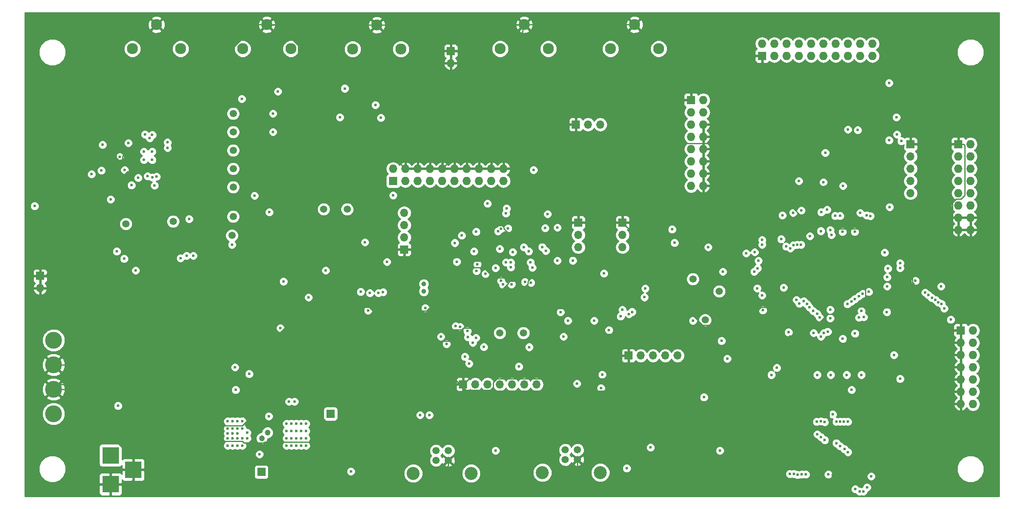
<source format=gbr>
G04 #@! TF.FileFunction,Copper,L2,Inr,Plane*
%FSLAX46Y46*%
G04 Gerber Fmt 4.6, Leading zero omitted, Abs format (unit mm)*
G04 Created by KiCad (PCBNEW 4.0.7-e2-6376~58~ubuntu16.04.1) date Thu Jan  2 16:42:05 2020*
%MOMM*%
%LPD*%
G01*
G04 APERTURE LIST*
%ADD10C,0.100000*%
%ADD11C,1.500000*%
%ADD12R,1.727200X1.727200*%
%ADD13O,1.727200X1.727200*%
%ADD14R,1.700000X1.700000*%
%ADD15O,1.700000X1.700000*%
%ADD16C,1.000000*%
%ADD17C,1.520000*%
%ADD18C,2.700000*%
%ADD19C,2.300000*%
%ADD20R,3.500000X3.500000*%
%ADD21C,3.500000*%
%ADD22C,0.600000*%
%ADD23C,1.200000*%
%ADD24C,0.250000*%
%ADD25C,0.254000*%
G04 APERTURE END LIST*
D10*
D11*
X94361000Y-97663000D03*
D12*
X204216000Y-60452000D03*
D13*
X204216000Y-57912000D03*
X206756000Y-60452000D03*
X206756000Y-57912000D03*
X209296000Y-60452000D03*
X209296000Y-57912000D03*
X211836000Y-60452000D03*
X211836000Y-57912000D03*
X214376000Y-60452000D03*
X214376000Y-57912000D03*
X216916000Y-60452000D03*
X216916000Y-57912000D03*
X219456000Y-60452000D03*
X219456000Y-57912000D03*
X221996000Y-60452000D03*
X221996000Y-57912000D03*
X224536000Y-60452000D03*
X224536000Y-57912000D03*
X227076000Y-60452000D03*
X227076000Y-57912000D03*
D12*
X189484000Y-69596000D03*
D13*
X192024000Y-69596000D03*
X189484000Y-72136000D03*
X192024000Y-72136000D03*
X189484000Y-74676000D03*
X192024000Y-74676000D03*
X189484000Y-77216000D03*
X192024000Y-77216000D03*
X189484000Y-79756000D03*
X192024000Y-79756000D03*
X189484000Y-82296000D03*
X192024000Y-82296000D03*
X189484000Y-84836000D03*
X192024000Y-84836000D03*
X189484000Y-87376000D03*
X192024000Y-87376000D03*
D14*
X166116000Y-94996000D03*
D15*
X166116000Y-97536000D03*
X166116000Y-100076000D03*
D14*
X175260000Y-94996000D03*
D15*
X175260000Y-97536000D03*
X175260000Y-100076000D03*
D14*
X130048000Y-100584000D03*
D15*
X130048000Y-98044000D03*
X130048000Y-95504000D03*
X130048000Y-92964000D03*
D16*
X134112000Y-107696000D03*
X134112000Y-109196000D03*
D12*
X127762000Y-86360000D03*
D13*
X127762000Y-83820000D03*
X130302000Y-86360000D03*
X130302000Y-83820000D03*
X132842000Y-86360000D03*
X132842000Y-83820000D03*
X135382000Y-86360000D03*
X135382000Y-83820000D03*
X137922000Y-86360000D03*
X137922000Y-83820000D03*
X140462000Y-86360000D03*
X140462000Y-83820000D03*
X143002000Y-86360000D03*
X143002000Y-83820000D03*
X145542000Y-86360000D03*
X145542000Y-83820000D03*
X148082000Y-86360000D03*
X148082000Y-83820000D03*
X150622000Y-86360000D03*
X150622000Y-83820000D03*
D17*
X136652000Y-142272000D03*
X139192000Y-142272000D03*
X139192000Y-144272000D03*
X136652000Y-144272000D03*
D18*
X131922000Y-146972000D03*
X143922000Y-146972000D03*
D14*
X142240000Y-128524000D03*
D15*
X144780000Y-128524000D03*
X147320000Y-128524000D03*
X149860000Y-128524000D03*
X152400000Y-128524000D03*
X154940000Y-128524000D03*
X157480000Y-128524000D03*
D14*
X165608000Y-74676000D03*
D15*
X168148000Y-74676000D03*
X170688000Y-74676000D03*
D11*
X149860000Y-117856000D03*
X154740000Y-117856000D03*
D12*
X245364000Y-117348000D03*
D13*
X247904000Y-117348000D03*
X245364000Y-119888000D03*
X247904000Y-119888000D03*
X245364000Y-122428000D03*
X247904000Y-122428000D03*
X245364000Y-124968000D03*
X247904000Y-124968000D03*
X245364000Y-127508000D03*
X247904000Y-127508000D03*
X245364000Y-130048000D03*
X247904000Y-130048000D03*
X245364000Y-132588000D03*
X247904000Y-132588000D03*
D17*
X163418000Y-142112000D03*
X165958000Y-142112000D03*
X165958000Y-144112000D03*
X163418000Y-144112000D03*
D18*
X158688000Y-146812000D03*
X170688000Y-146812000D03*
D14*
X139700000Y-59436000D03*
D15*
X139700000Y-61976000D03*
D19*
X154940000Y-53975000D03*
X159940000Y-58975000D03*
X149940000Y-58975000D03*
X177800000Y-53975000D03*
X182800000Y-58975000D03*
X172800000Y-58975000D03*
D11*
X195326000Y-109220000D03*
D19*
X124380000Y-54055000D03*
X129380000Y-59055000D03*
X119380000Y-59055000D03*
D11*
X192405000Y-115189000D03*
X189865000Y-106680000D03*
D12*
X244856000Y-78740000D03*
D13*
X247396000Y-78740000D03*
X244856000Y-81280000D03*
X247396000Y-81280000D03*
X244856000Y-83820000D03*
X247396000Y-83820000D03*
X244856000Y-86360000D03*
X247396000Y-86360000D03*
X244856000Y-88900000D03*
X247396000Y-88900000D03*
X244856000Y-91440000D03*
X247396000Y-91440000D03*
X244856000Y-93980000D03*
X247396000Y-93980000D03*
X244856000Y-96520000D03*
X247396000Y-96520000D03*
D14*
X100457000Y-146685000D03*
X114808000Y-134620000D03*
D20*
X69215000Y-143225000D03*
X69215000Y-149225000D03*
X73915000Y-146225000D03*
D21*
X57404000Y-134620000D03*
X57404000Y-129540000D03*
X57404000Y-124460000D03*
X57404000Y-119380000D03*
D14*
X54610000Y-106045000D03*
D15*
X54610000Y-108585000D03*
D11*
X113357000Y-92202000D03*
X118237000Y-92202000D03*
X94615000Y-83820000D03*
X94615000Y-80010000D03*
X82169000Y-94742000D03*
X94615000Y-72390000D03*
X94615000Y-76200000D03*
X72390000Y-95250000D03*
D19*
X78740000Y-53975000D03*
X83740000Y-58975000D03*
X73740000Y-58975000D03*
X101600000Y-53975000D03*
X106600000Y-58975000D03*
X96600000Y-58975000D03*
D11*
X94615000Y-87630000D03*
X94615000Y-93726000D03*
D14*
X234950000Y-78740000D03*
D15*
X234950000Y-81280000D03*
X234950000Y-83820000D03*
X234950000Y-86360000D03*
X234950000Y-88900000D03*
D14*
X176530000Y-122555000D03*
D15*
X179070000Y-122555000D03*
X181610000Y-122555000D03*
X184150000Y-122555000D03*
X186690000Y-122555000D03*
D22*
X76112500Y-81987500D03*
X77837500Y-81987500D03*
X77837500Y-80262500D03*
X76112500Y-80262500D03*
X140948771Y-103096502D03*
X102108000Y-92837000D03*
X110236000Y-110490000D03*
X153711296Y-107302946D03*
X204851000Y-102752990D03*
X223774000Y-112903000D03*
X225933000Y-113792002D03*
X66548000Y-111887000D03*
X102870000Y-100584000D03*
X206248000Y-130302000D03*
X178816000Y-133223000D03*
X182499000Y-131064000D03*
X178435000Y-128651000D03*
X214757000Y-81026000D03*
X219583000Y-78994000D03*
X80264000Y-116078000D03*
X80264000Y-118999000D03*
X195834000Y-117983000D03*
X81407000Y-123063000D03*
X104013000Y-129540000D03*
X111760000Y-129540000D03*
X110490000Y-129540000D03*
X105410000Y-128270000D03*
X107950000Y-128270000D03*
X107950000Y-127000000D03*
X111760000Y-127000000D03*
X110490000Y-127000000D03*
X109220000Y-127000000D03*
X109220000Y-128270000D03*
X110490000Y-128270000D03*
X111760000Y-128270000D03*
X113157000Y-128270000D03*
X114046000Y-129540000D03*
X114046000Y-128270000D03*
X113988010Y-126422990D03*
X58547000Y-88011000D03*
X62738000Y-89027000D03*
X153924000Y-147955000D03*
X167021000Y-90170000D03*
X171958000Y-82169000D03*
X123190000Y-147701000D03*
X129921000Y-130048000D03*
X139954000Y-137033000D03*
X171704000Y-130556000D03*
X165989000Y-131064000D03*
X165862000Y-146431000D03*
X189992000Y-132461000D03*
X182245000Y-127889000D03*
X162814000Y-91567000D03*
X163068000Y-87376000D03*
X142494000Y-104648000D03*
X147447000Y-103251000D03*
X97663000Y-146399000D03*
X101854000Y-142875000D03*
X108077000Y-148670000D03*
X86487000Y-146558000D03*
X141478000Y-92964000D03*
X148393989Y-122428000D03*
X158333000Y-122301000D03*
X148717000Y-95885000D03*
X156210000Y-96774000D03*
X161925000Y-98552000D03*
X149820000Y-91059000D03*
X161798000Y-104325999D03*
X185293000Y-113792000D03*
X174625000Y-120396000D03*
X169799000Y-118110000D03*
X193548000Y-150689979D03*
X218821000Y-147320000D03*
X210058000Y-118618000D03*
X217297000Y-114173000D03*
X217419417Y-87540999D03*
X214249000Y-85979000D03*
X133096000Y-103124000D03*
X131953000Y-112776000D03*
X93599000Y-116078000D03*
X103251000Y-98552000D03*
X102870000Y-95885000D03*
X118364000Y-99695000D03*
X108049559Y-96547441D03*
X111058942Y-99634058D03*
X57971564Y-83252436D03*
X154559000Y-68453000D03*
X157353000Y-73279000D03*
X72009000Y-81026000D03*
X70612000Y-76708000D03*
X81407000Y-76073000D03*
X79883000Y-77724000D03*
X123190000Y-65658996D03*
X125730000Y-65659000D03*
X80518000Y-81500010D03*
X65278000Y-83439000D03*
X61595000Y-83439000D03*
X81915000Y-88421615D03*
X79375000Y-84455000D03*
X219837000Y-96647000D03*
X226822000Y-77216000D03*
X237363000Y-67818000D03*
X243586000Y-69977000D03*
X203327000Y-113157000D03*
X208788000Y-112522000D03*
X226441000Y-103886000D03*
X226568000Y-100965000D03*
X226441000Y-97028000D03*
X224790000Y-96266000D03*
X212979000Y-107188000D03*
X204597000Y-101854000D03*
X213868000Y-96774000D03*
X218059000Y-135890000D03*
X209921010Y-121539000D03*
X218431859Y-142781857D03*
X220853000Y-127889000D03*
X198464575Y-111156324D03*
X193421000Y-105410000D03*
X244094000Y-105664000D03*
X215900000Y-129159000D03*
X67056000Y-116205000D03*
X205359000Y-88519000D03*
X202819000Y-88646000D03*
X212598000Y-87503000D03*
X214630000Y-87503000D03*
X237109000Y-99949000D03*
X220091000Y-123952000D03*
X217678000Y-123952000D03*
X191008000Y-102489000D03*
X197104000Y-102489000D03*
X210947000Y-88900000D03*
X215265000Y-123824996D03*
X222250000Y-122555000D03*
X234188000Y-95250000D03*
X235712000Y-104648000D03*
X235712000Y-108204000D03*
X225552000Y-88900000D03*
X200192000Y-98084000D03*
X148971000Y-104394000D03*
X156845000Y-84074000D03*
X151130000Y-103235010D03*
X155067000Y-107302946D03*
X150114000Y-107061000D03*
X102870000Y-76200000D03*
X102870000Y-72390000D03*
X99060705Y-89403590D03*
X196088000Y-105156000D03*
X208661000Y-108458000D03*
X217292493Y-80518000D03*
X171450000Y-105537000D03*
X232791000Y-104394000D03*
X232029000Y-73152000D03*
X193040006Y-100076000D03*
X181102000Y-141605000D03*
X176149000Y-145923000D03*
X146878051Y-105603051D03*
X165862000Y-128364000D03*
X161798000Y-102869990D03*
X145229918Y-103642000D03*
X145034000Y-105029000D03*
X127762000Y-89348999D03*
X195800261Y-119507000D03*
X159258000Y-96139000D03*
X161798000Y-96012000D03*
X70485000Y-100965000D03*
X74422000Y-104902000D03*
X147320000Y-91059000D03*
X172482000Y-117277000D03*
X189865000Y-115316000D03*
X169418000Y-115316000D03*
X163957000Y-115316000D03*
X217678000Y-92329000D03*
X216916000Y-86614000D03*
X105029000Y-107188000D03*
X104394000Y-116840000D03*
X69215000Y-90170000D03*
X78740000Y-85471000D03*
X204343000Y-113157000D03*
X232790990Y-103378011D03*
X229616000Y-101219000D03*
X209679551Y-117731551D03*
X235975990Y-107061009D03*
X230124000Y-106289010D03*
X223452021Y-117983000D03*
X210643978Y-92938487D03*
X204216000Y-110071010D03*
X217932000Y-147193000D03*
X202565000Y-105156000D03*
X221742000Y-126545011D03*
X218440000Y-126545011D03*
X215646000Y-126545011D03*
X217001000Y-117856000D03*
X224790000Y-126545011D03*
X218821000Y-134747000D03*
X206121000Y-126545011D03*
X72009000Y-102489000D03*
X208407000Y-93472000D03*
X216376000Y-96742000D03*
X207264000Y-125095000D03*
X214884000Y-117856000D03*
X241300000Y-108204000D03*
X230124000Y-108204010D03*
X220980000Y-87376000D03*
X224536000Y-92964000D03*
X202692000Y-101092000D03*
X204216000Y-99568000D03*
X150495000Y-107823000D03*
X159766000Y-93217996D03*
X95123000Y-129667000D03*
X70739000Y-132969000D03*
X192151000Y-131191000D03*
X107315000Y-132080000D03*
X97917000Y-126365000D03*
X106172000Y-132080000D03*
X94996000Y-124968000D03*
X53467000Y-91567000D03*
X126492000Y-103124000D03*
X216451021Y-92837000D03*
X220914647Y-119060647D03*
X230251000Y-104521000D03*
X212344000Y-92455994D03*
X86360000Y-101863999D03*
X84963000Y-101863999D03*
X83693000Y-102362000D03*
X200914000Y-101346000D03*
X216408000Y-118618000D03*
X203276999Y-104470999D03*
X211836000Y-86360000D03*
X81026000Y-79502000D03*
X103886000Y-67818000D03*
X67564000Y-78867000D03*
X67292009Y-84201000D03*
X81025994Y-78359000D03*
X96393000Y-69342000D03*
X76327000Y-76708000D03*
X116713000Y-73152000D03*
X77326667Y-77444781D03*
X125222000Y-73279000D03*
X72898000Y-78486000D03*
X71120000Y-81407000D03*
X152273011Y-107752957D03*
X153797000Y-124841000D03*
X146558000Y-120777000D03*
X100076000Y-143002000D03*
X101981000Y-135128000D03*
X138811000Y-120142000D03*
X134409345Y-112688655D03*
X185547000Y-96393002D03*
X186055000Y-99187000D03*
X152146000Y-104267000D03*
X144907000Y-118872000D03*
X156317012Y-107442000D03*
X162441501Y-113546501D03*
X163068000Y-118618000D03*
X156591000Y-104325999D03*
X158623000Y-100045000D03*
X196977000Y-123190000D03*
X154813004Y-100076000D03*
X155956000Y-120786990D03*
X203454000Y-102870006D03*
X203200000Y-108602974D03*
X122936000Y-109591001D03*
X125669051Y-109407949D03*
X72136000Y-84074008D03*
X65278000Y-84963000D03*
X137671129Y-118632416D03*
X122555000Y-113175870D03*
X121031000Y-109347000D03*
X179828480Y-110453033D03*
X179984054Y-108652981D03*
X124714000Y-109591000D03*
X225298000Y-114554000D03*
X231521000Y-122428000D03*
X224282000Y-114681006D03*
X232791000Y-127381000D03*
X144526000Y-100965000D03*
X149860000Y-100457000D03*
X140538108Y-99196990D03*
X141986000Y-97663000D03*
X144980250Y-96902771D03*
X113792000Y-104902000D03*
X94361000Y-99568000D03*
X226641169Y-93614268D03*
X151257000Y-92075000D03*
X151130000Y-93091000D03*
X225858036Y-93450851D03*
X204216000Y-98552000D03*
X209169000Y-99949000D03*
X210058000Y-100330000D03*
X210693000Y-99695000D03*
X211482117Y-99563481D03*
X212282104Y-99568400D03*
X214122000Y-97790000D03*
X218313000Y-96520000D03*
X218567000Y-97536000D03*
X219329000Y-93589000D03*
X220345000Y-93599000D03*
X220853000Y-96901000D03*
X143256000Y-118745000D03*
X118999000Y-146558000D03*
X142621000Y-122809000D03*
X152527000Y-101092000D03*
X148971000Y-142240000D03*
X143510000Y-124206000D03*
X144272000Y-119888000D03*
X152146000Y-103251000D03*
X156226163Y-103233199D03*
X174879000Y-114427000D03*
X143129000Y-117475000D03*
X151577058Y-96199942D03*
X135255000Y-134874000D03*
X133350000Y-134874000D03*
X208151321Y-98426679D03*
X195453000Y-142239996D03*
X233045000Y-78105000D03*
X224028000Y-75819000D03*
X221996000Y-75692000D03*
X77841594Y-76832515D03*
X117729000Y-67192999D03*
X124079000Y-70612000D03*
X77851000Y-85598000D03*
X85471000Y-94234000D03*
X76871948Y-85375846D03*
X78321894Y-87298023D03*
X73532994Y-87249000D03*
X74930000Y-85725000D03*
X175260000Y-113053076D03*
X164972295Y-102863999D03*
X176612407Y-113978405D03*
X155874283Y-100943011D03*
X177255907Y-113503087D03*
X159385000Y-100838000D03*
X150114000Y-96266000D03*
X141605000Y-116586000D03*
X140722215Y-116465215D03*
X149479000Y-96774000D03*
X97536000Y-139700000D03*
X97536000Y-138525000D03*
X95504000Y-138684000D03*
X94488000Y-138684000D03*
X93472000Y-138684000D03*
X105664000Y-141224000D03*
X106680000Y-141224000D03*
X107696000Y-141224000D03*
X108712000Y-141224000D03*
X109728000Y-141224000D03*
X109728000Y-139700000D03*
X108712000Y-139700000D03*
X107696000Y-139700000D03*
X106680000Y-139700000D03*
X105664000Y-139700000D03*
X105664000Y-138176000D03*
X106680000Y-138176000D03*
X107696000Y-138176000D03*
X108712000Y-138176000D03*
X109728000Y-138176000D03*
X109728000Y-136652000D03*
X108712000Y-136652000D03*
X107696000Y-136652000D03*
X106680000Y-136652000D03*
X105664000Y-136652000D03*
X93472000Y-141224000D03*
X94488000Y-141224000D03*
X95504000Y-141224000D03*
X96520000Y-141224000D03*
X96520000Y-139700000D03*
X95504000Y-139700000D03*
X94488000Y-139700000D03*
X93472000Y-139700000D03*
X96520000Y-137668000D03*
X95504000Y-137668000D03*
X94488000Y-137668000D03*
X93472000Y-137668000D03*
X96520000Y-136144000D03*
X95504000Y-136144000D03*
X94488000Y-136144000D03*
X93472000Y-136144000D03*
D23*
X100552000Y-139700000D03*
X101727000Y-138525000D03*
D22*
X230632000Y-91750002D03*
X170815000Y-129286000D03*
X171069000Y-126492000D03*
X223393000Y-96901000D03*
X232156000Y-76708000D03*
X230505000Y-77926000D03*
X230505000Y-66040000D03*
X218313000Y-113029986D03*
X222758000Y-129667000D03*
X224406041Y-150689979D03*
X211328000Y-110998000D03*
X223520000Y-150239968D03*
X211930974Y-111797503D03*
X212852000Y-111252000D03*
X226822000Y-147574000D03*
X225933000Y-149860000D03*
X213487000Y-111887000D03*
X225206048Y-150687291D03*
X213995000Y-112522000D03*
X214757000Y-113284000D03*
X213233000Y-147193006D03*
X215646000Y-113919000D03*
X212433001Y-147188417D03*
X216154000Y-114681000D03*
X211546513Y-147256493D03*
X210772625Y-147053721D03*
X217800559Y-117597559D03*
X209931000Y-147066000D03*
X218313000Y-114808000D03*
X230068001Y-113528000D03*
X243305768Y-115105446D03*
X224790000Y-113284000D03*
X241935000Y-112776000D03*
X221869000Y-111887000D03*
X241409961Y-111873286D03*
X240688200Y-111528228D03*
X222752998Y-111351001D03*
X223393000Y-110870979D03*
X240110543Y-110974771D03*
X224282000Y-110245990D03*
X239395000Y-110617000D03*
X225044000Y-109728000D03*
X238633000Y-109982000D03*
X226314000Y-109345968D03*
X237998000Y-109474000D03*
X215519000Y-136271000D03*
X215646000Y-138859003D03*
X216408000Y-136144000D03*
X216408000Y-139436000D03*
X217192466Y-136300893D03*
X217189999Y-140061001D03*
X219583000Y-136271000D03*
X219583000Y-140686001D03*
X220383003Y-136271000D03*
X220345000Y-141311001D03*
X221183006Y-136271000D03*
X221286764Y-141936001D03*
X221996000Y-142560990D03*
X221996000Y-136271000D03*
X121920000Y-99060000D03*
D24*
X147447000Y-103251000D02*
X149659350Y-103251000D01*
X151972991Y-107127956D02*
X151647991Y-107452956D01*
X102623001Y-119516999D02*
X75915000Y-146225000D01*
X153316331Y-107152000D02*
X153292287Y-107127956D01*
X151647991Y-107452956D02*
X151647991Y-107595011D01*
X153316331Y-107152000D02*
X153467277Y-107302946D01*
X153411297Y-107002947D02*
X153711296Y-107302946D01*
X153467277Y-107302946D02*
X153711296Y-107302946D01*
X149659350Y-103251000D02*
X153411297Y-107002947D01*
X151647991Y-107595011D02*
X139726003Y-119516999D01*
X153292287Y-107127956D02*
X151972991Y-107127956D01*
X139726003Y-119516999D02*
X102623001Y-119516999D01*
X204597000Y-102498990D02*
X204851000Y-102752990D01*
X204597000Y-101854000D02*
X204597000Y-102498990D01*
X203327000Y-113157000D02*
X198374000Y-118110000D01*
X170223264Y-118110000D02*
X169799000Y-118110000D01*
X198374000Y-118110000D02*
X170223264Y-118110000D01*
X68108002Y-89027000D02*
X63162264Y-89027000D01*
X79375000Y-84455000D02*
X72680002Y-84455000D01*
X72680002Y-84455000D02*
X68108002Y-89027000D01*
X63162264Y-89027000D02*
X62738000Y-89027000D01*
X192024000Y-84836000D02*
X192024000Y-87376000D01*
X192024000Y-77216000D02*
X192024000Y-79756000D01*
X192024000Y-74676000D02*
X192024000Y-75897314D01*
X192024000Y-75897314D02*
X192024000Y-77216000D01*
X225933000Y-113367738D02*
X225933000Y-113792002D01*
X225415001Y-112475999D02*
X225933000Y-112993998D01*
X225933000Y-112993998D02*
X225933000Y-113367738D01*
X224581999Y-112475999D02*
X225415001Y-112475999D01*
X223474001Y-113202999D02*
X223774000Y-112903000D01*
X222721998Y-113955002D02*
X223474001Y-113202999D01*
X217805000Y-113955002D02*
X222721998Y-113955002D01*
X224201001Y-112475999D02*
X224073999Y-112603001D01*
X224581999Y-112475999D02*
X224201001Y-112475999D01*
X224073999Y-112603001D02*
X223774000Y-112903000D01*
X226232999Y-113492003D02*
X225933000Y-113792002D01*
X235712000Y-108204000D02*
X231521002Y-108204000D01*
X231521002Y-108204000D02*
X226232999Y-113492003D01*
X217805000Y-113955002D02*
X215496001Y-116264001D01*
X217805000Y-113955002D02*
X217722999Y-113873001D01*
X217722999Y-113873001D02*
X217596999Y-113873001D01*
X217596999Y-113873001D02*
X217297000Y-114173000D01*
X237109000Y-99949000D02*
X237408999Y-100248999D01*
X237408999Y-100248999D02*
X237408999Y-102951001D01*
X237408999Y-102951001D02*
X236011999Y-104348001D01*
X236011999Y-104348001D02*
X235712000Y-104648000D01*
X234188000Y-95250000D02*
X237109000Y-98171000D01*
X237109000Y-98171000D02*
X237109000Y-99949000D01*
X79883000Y-77724000D02*
X80182999Y-77424001D01*
X80182999Y-77424001D02*
X81234001Y-77424001D01*
X81234001Y-77424001D02*
X82169000Y-78359000D01*
X82169000Y-78359000D02*
X82169000Y-79849010D01*
X82169000Y-79849010D02*
X80817999Y-81200011D01*
X80817999Y-81200011D02*
X80518000Y-81500010D01*
X168656000Y-84582000D02*
X168656000Y-88535000D01*
X168656000Y-88535000D02*
X167021000Y-90170000D01*
X175260000Y-91186000D02*
X168656000Y-84582000D01*
X168656000Y-84582000D02*
X157353000Y-73279000D01*
X171958000Y-82169000D02*
X171533736Y-82169000D01*
X171533736Y-82169000D02*
X169120736Y-84582000D01*
X169120736Y-84582000D02*
X168656000Y-84582000D01*
X161798000Y-104325999D02*
X158508011Y-104325999D01*
X59878873Y-129540000D02*
X57404000Y-129540000D01*
X158508011Y-104325999D02*
X155692011Y-107141999D01*
X142276002Y-116840000D02*
X141905001Y-117211001D01*
X155692011Y-107141999D02*
X155692011Y-107741991D01*
X104948001Y-117211001D02*
X92619002Y-129540000D01*
X155692011Y-107741991D02*
X146594002Y-116840000D01*
X146594002Y-116840000D02*
X142276002Y-116840000D01*
X141905001Y-117211001D02*
X104948001Y-117211001D01*
X92619002Y-129540000D02*
X59878873Y-129540000D01*
X67056000Y-116205000D02*
X67056000Y-112395000D01*
X67056000Y-112395000D02*
X66548000Y-111887000D01*
X125796051Y-103692949D02*
X125796051Y-106105949D01*
X125796051Y-106105949D02*
X125603000Y-106299000D01*
X131953000Y-113313656D02*
X126746000Y-113313656D01*
X126746000Y-113313656D02*
X123617788Y-113313656D01*
X125603000Y-106299000D02*
X126746000Y-107442000D01*
X126746000Y-107442000D02*
X126746000Y-113313656D01*
X134709346Y-113313656D02*
X131953000Y-113313656D01*
X131953000Y-113313656D02*
X131953000Y-112776000D01*
X200192000Y-98084000D02*
X202066999Y-99958999D01*
X202066999Y-99958999D02*
X202701999Y-99958999D01*
X202701999Y-99958999D02*
X204297001Y-101554001D01*
X204297001Y-101554001D02*
X204597000Y-101854000D01*
X197104000Y-102489000D02*
X197104000Y-101172000D01*
X197104000Y-101172000D02*
X200192000Y-98084000D01*
X212979000Y-107188000D02*
X208534000Y-107188000D01*
X174625000Y-120396000D02*
X172085000Y-120396000D01*
X172085000Y-120396000D02*
X169799000Y-118110000D01*
X198464575Y-111156324D02*
X201326324Y-111156324D01*
X201326324Y-111156324D02*
X203327000Y-113157000D01*
X203327000Y-113157000D02*
X203327000Y-112395000D01*
X208788000Y-112522000D02*
X203962000Y-112522000D01*
X203962000Y-112522000D02*
X203327000Y-113157000D01*
X195834000Y-117983000D02*
X203327000Y-117983000D01*
X203327000Y-117983000D02*
X208788000Y-112522000D01*
X185293000Y-113792000D02*
X189416998Y-113792000D01*
X189416998Y-113792000D02*
X193607998Y-117983000D01*
X193607998Y-117983000D02*
X195409736Y-117983000D01*
X195409736Y-117983000D02*
X195834000Y-117983000D01*
X198464575Y-111156324D02*
X187928676Y-111156324D01*
X187928676Y-111156324D02*
X185293000Y-113792000D01*
X193421000Y-105410000D02*
X196342000Y-102489000D01*
X196342000Y-102489000D02*
X197104000Y-102489000D01*
X191008000Y-102489000D02*
X191008000Y-102997000D01*
X191008000Y-102997000D02*
X193421000Y-105410000D01*
X192024000Y-87376000D02*
X201549000Y-87376000D01*
X201549000Y-87376000D02*
X202819000Y-88646000D01*
X191008000Y-102489000D02*
X182753000Y-102489000D01*
X182753000Y-102489000D02*
X175260000Y-94996000D01*
X102870000Y-100711000D02*
X102870000Y-100584000D01*
X102870000Y-100159736D02*
X102870000Y-100584000D01*
X102870000Y-98933000D02*
X102870000Y-100159736D01*
X102824001Y-100756999D02*
X102870000Y-100711000D01*
X103251000Y-98552000D02*
X102870000Y-98933000D01*
X93599000Y-116078000D02*
X93599000Y-109982000D01*
X79121000Y-124460000D02*
X102824001Y-100756999D01*
X93599000Y-109982000D02*
X102824001Y-100756999D01*
X57404000Y-124460000D02*
X79121000Y-124460000D01*
X101854000Y-142875000D02*
X107649000Y-148670000D01*
X107649000Y-148670000D02*
X108077000Y-148670000D01*
X97663000Y-146399000D02*
X86646000Y-146399000D01*
X86646000Y-146399000D02*
X86487000Y-146558000D01*
X73915000Y-146225000D02*
X86154000Y-146225000D01*
X86154000Y-146225000D02*
X86487000Y-146558000D01*
X75915000Y-146225000D02*
X73915000Y-146225000D01*
X142494000Y-104648000D02*
X142793999Y-104348001D01*
X142793999Y-104348001D02*
X146548003Y-104348001D01*
X146548003Y-104348001D02*
X148636001Y-106435999D01*
X148636001Y-106435999D02*
X152600330Y-106435999D01*
X152600330Y-106435999D02*
X153316331Y-107152000D01*
X147447000Y-103251000D02*
X147147001Y-102951001D01*
X147147001Y-102951001D02*
X144190999Y-102951001D01*
X144190999Y-102951001D02*
X142793999Y-104348001D01*
X142240000Y-128524000D02*
X58420000Y-128524000D01*
X58420000Y-128524000D02*
X57404000Y-129540000D01*
X206248000Y-130302000D02*
X203294999Y-127348999D01*
X147884001Y-129699001D02*
X142315001Y-129699001D01*
X203294999Y-127348999D02*
X149295999Y-127348999D01*
X149295999Y-127348999D02*
X148495001Y-128149997D01*
X148495001Y-128149997D02*
X148495001Y-129088001D01*
X148495001Y-129088001D02*
X147884001Y-129699001D01*
X142240000Y-129624000D02*
X142240000Y-128524000D01*
X142315001Y-129699001D02*
X142240000Y-129624000D01*
X215900000Y-129159000D02*
X207391000Y-129159000D01*
X207391000Y-129159000D02*
X206248000Y-130302000D01*
X210058000Y-118618000D02*
X210058000Y-121402010D01*
X210058000Y-121402010D02*
X209921010Y-121539000D01*
X217678000Y-123952000D02*
X215392000Y-123952000D01*
X215392000Y-123952000D02*
X210058000Y-118618000D01*
X217678000Y-123952000D02*
X217378001Y-124251999D01*
X217378001Y-124251999D02*
X217378001Y-127680999D01*
X217378001Y-127680999D02*
X216199999Y-128859001D01*
X216199999Y-128859001D02*
X215900000Y-129159000D01*
X220091000Y-123952000D02*
X220091000Y-127127000D01*
X220091000Y-127127000D02*
X220853000Y-127889000D01*
X220091000Y-123952000D02*
X221488000Y-122555000D01*
X221488000Y-122555000D02*
X222250000Y-122555000D01*
X217678000Y-123952000D02*
X220091000Y-123952000D01*
X215265000Y-123824996D02*
X217550996Y-123824996D01*
X217550996Y-123824996D02*
X217678000Y-123952000D01*
X209921010Y-121539000D02*
X212979004Y-121539000D01*
X212979004Y-121539000D02*
X215265000Y-123824996D01*
X206248000Y-130302000D02*
X209921010Y-126628990D01*
X209921010Y-126628990D02*
X209921010Y-121539000D01*
X178054000Y-132461000D02*
X178816000Y-133223000D01*
X178054000Y-131064000D02*
X182245000Y-131064000D01*
X170434000Y-131064000D02*
X178054000Y-131064000D01*
X178054000Y-131064000D02*
X178054000Y-132461000D01*
X182245000Y-131064000D02*
X182499000Y-131064000D01*
X182499000Y-131064000D02*
X186436000Y-131064000D01*
X177174999Y-129911001D02*
X178435000Y-128651000D01*
X98961001Y-127790001D02*
X140851001Y-127790001D01*
X142972001Y-129911001D02*
X177174999Y-129911001D01*
X140851001Y-127790001D02*
X142972001Y-129911001D01*
X59153999Y-127790001D02*
X98961001Y-127790001D01*
X171704000Y-130556000D02*
X146762198Y-130556000D01*
X146762198Y-130556000D02*
X136856198Y-140462000D01*
X136856198Y-140462000D02*
X101159002Y-140462000D01*
X101159002Y-140462000D02*
X100996001Y-140625001D01*
X100996001Y-140625001D02*
X96846003Y-140625001D01*
X96846003Y-140625001D02*
X96546003Y-140325001D01*
X68189001Y-140325001D02*
X59153999Y-131289999D01*
X96546003Y-140325001D02*
X68189001Y-140325001D01*
X59153999Y-131289999D02*
X57404000Y-129540000D01*
X148393989Y-122428000D02*
X142297989Y-128524000D01*
X142297989Y-128524000D02*
X142240000Y-128524000D01*
X158333000Y-122301000D02*
X148520989Y-122301000D01*
X148520989Y-122301000D02*
X148393989Y-122428000D01*
X182245000Y-127889000D02*
X179959000Y-130175000D01*
X179959000Y-130175000D02*
X166207000Y-130175000D01*
X166207000Y-130175000D02*
X158632999Y-122600999D01*
X158632999Y-122600999D02*
X158333000Y-122301000D01*
X171704000Y-130556000D02*
X179578000Y-130556000D01*
X179578000Y-130556000D02*
X182245000Y-127889000D01*
X212298399Y-78567399D02*
X214757000Y-81026000D01*
X204089000Y-78567399D02*
X206837399Y-78567399D01*
X143174601Y-78567399D02*
X204089000Y-78567399D01*
X204089000Y-78567399D02*
X212298399Y-78567399D01*
X220218000Y-79629000D02*
X210947000Y-88900000D01*
X222631000Y-77216000D02*
X220218000Y-79629000D01*
X220218000Y-79629000D02*
X219583000Y-78994000D01*
X243586000Y-69977000D02*
X241427000Y-67818000D01*
X241427000Y-67818000D02*
X237363000Y-67818000D01*
X244856000Y-78740000D02*
X244856000Y-71247000D01*
X244856000Y-71247000D02*
X243586000Y-69977000D01*
X244094000Y-105664000D02*
X243667399Y-105237399D01*
X243667399Y-105237399D02*
X243667399Y-90869471D01*
X243667399Y-90869471D02*
X244448269Y-90088601D01*
X244448269Y-90088601D02*
X245426529Y-90088601D01*
X245426529Y-90088601D02*
X246207399Y-89307731D01*
X246207399Y-89307731D02*
X246207399Y-78977799D01*
X246207399Y-78977799D02*
X245969600Y-78740000D01*
X245969600Y-78740000D02*
X244856000Y-78740000D01*
X236011999Y-104348001D02*
X242778001Y-104348001D01*
X242778001Y-104348001D02*
X243794001Y-105364001D01*
X243794001Y-105364001D02*
X244094000Y-105664000D01*
X235712000Y-108204000D02*
X235712000Y-107722021D01*
X235712000Y-107722021D02*
X235331000Y-107341021D01*
X235331000Y-107341021D02*
X235331000Y-105029000D01*
X235331000Y-105029000D02*
X235412001Y-104947999D01*
X235412001Y-104947999D02*
X235712000Y-104648000D01*
X226441000Y-103886000D02*
X226441000Y-107405998D01*
X226441000Y-107405998D02*
X225669001Y-108177997D01*
X225669001Y-108177997D02*
X225669001Y-111388997D01*
X225669001Y-111388997D02*
X224581999Y-112475999D01*
X226568000Y-100965000D02*
X226568000Y-103759000D01*
X226568000Y-103759000D02*
X226441000Y-103886000D01*
X226441000Y-97028000D02*
X226441000Y-100838000D01*
X226441000Y-100838000D02*
X226568000Y-100965000D01*
X224790000Y-96266000D02*
X225679000Y-96266000D01*
X225679000Y-96266000D02*
X226441000Y-97028000D01*
X219837000Y-96647000D02*
X220218000Y-96266000D01*
X220218000Y-96266000D02*
X224790000Y-96266000D01*
X213868000Y-96774000D02*
X216027000Y-94615000D01*
X216027000Y-94615000D02*
X217805000Y-94615000D01*
X217805000Y-94615000D02*
X219537001Y-96347001D01*
X219537001Y-96347001D02*
X219837000Y-96647000D01*
X205359000Y-88519000D02*
X207149493Y-88519000D01*
X207149493Y-88519000D02*
X213868000Y-95237507D01*
X213868000Y-95237507D02*
X213868000Y-96349736D01*
X213868000Y-96349736D02*
X213868000Y-96774000D01*
X202819000Y-88646000D02*
X205232000Y-88646000D01*
X205232000Y-88646000D02*
X205359000Y-88519000D01*
X210947000Y-88900000D02*
X205740000Y-88900000D01*
X205740000Y-88900000D02*
X205359000Y-88519000D01*
X226822000Y-77216000D02*
X222631000Y-77216000D01*
X225552000Y-88900000D02*
X225552000Y-78486000D01*
X225552000Y-78486000D02*
X226822000Y-77216000D01*
X217419417Y-87540999D02*
X218778418Y-88900000D01*
X218778418Y-88900000D02*
X225552000Y-88900000D01*
X214630000Y-87503000D02*
X217381418Y-87503000D01*
X217381418Y-87503000D02*
X217419417Y-87540999D01*
X212598000Y-87503000D02*
X214630000Y-87503000D01*
X214249000Y-85979000D02*
X214122000Y-85979000D01*
X214122000Y-85979000D02*
X212598000Y-87503000D01*
X137922000Y-83820000D02*
X143174601Y-78567399D01*
X206837399Y-78567399D02*
X213949001Y-85679001D01*
X213949001Y-85679001D02*
X214249000Y-85979000D01*
X130302000Y-83820000D02*
X150622000Y-83820000D01*
X101600000Y-53975000D02*
X103783002Y-53975000D01*
X108075001Y-58266999D02*
X108075001Y-61593001D01*
X103783002Y-53975000D02*
X108075001Y-58266999D01*
X108075001Y-61593001D02*
X129438401Y-82956401D01*
X129438401Y-82956401D02*
X130302000Y-83820000D01*
X54610000Y-106045000D02*
X54610000Y-108585000D01*
X58547000Y-88011000D02*
X58547000Y-103208000D01*
X58547000Y-103208000D02*
X55710000Y-106045000D01*
X55710000Y-106045000D02*
X54610000Y-106045000D01*
X61595000Y-83439000D02*
X65278000Y-83439000D01*
X57971564Y-83252436D02*
X61408436Y-83252436D01*
X61408436Y-83252436D02*
X61595000Y-83439000D01*
X57971564Y-83252436D02*
X57971564Y-87435564D01*
X57971564Y-87435564D02*
X58547000Y-88011000D01*
X62738000Y-89027000D02*
X61722000Y-88011000D01*
X61722000Y-88011000D02*
X58547000Y-88011000D01*
X72009000Y-81026000D02*
X75438000Y-84455000D01*
X75438000Y-84455000D02*
X79375000Y-84455000D01*
X80518000Y-81500010D02*
X80518000Y-83312000D01*
X80518000Y-83312000D02*
X79375000Y-84455000D01*
X79883000Y-77724000D02*
X79883000Y-77597000D01*
X79883000Y-77597000D02*
X81407000Y-76073000D01*
X101600000Y-53975000D02*
X99416998Y-53975000D01*
X99416998Y-53975000D02*
X81407000Y-71984998D01*
X81407000Y-75648736D02*
X81407000Y-76073000D01*
X81407000Y-71984998D02*
X81407000Y-75648736D01*
X124380000Y-54055000D02*
X101680000Y-54055000D01*
X101680000Y-54055000D02*
X101600000Y-53975000D01*
X154940000Y-53975000D02*
X137414000Y-53975000D01*
X137414000Y-53975000D02*
X125730000Y-65659000D01*
X124380000Y-54055000D02*
X154860000Y-54055000D01*
X154860000Y-54055000D02*
X154940000Y-53975000D01*
X154940000Y-53975000D02*
X177800000Y-53975000D01*
X154559000Y-68453000D02*
X154559000Y-54356000D01*
X154559000Y-54356000D02*
X154940000Y-53975000D01*
X157353000Y-73279000D02*
X157353000Y-71247000D01*
X157353000Y-71247000D02*
X154559000Y-68453000D01*
X175260000Y-94996000D02*
X175260000Y-91186000D01*
X167021000Y-90170000D02*
X167021000Y-90594264D01*
X167021000Y-90594264D02*
X171422736Y-94996000D01*
X171422736Y-94996000D02*
X174160000Y-94996000D01*
X174160000Y-94996000D02*
X175260000Y-94996000D01*
X164211000Y-90170000D02*
X167021000Y-90170000D01*
X162814000Y-91567000D02*
X164211000Y-90170000D01*
X163068000Y-87376000D02*
X163068000Y-91313000D01*
X163068000Y-91313000D02*
X162814000Y-91567000D01*
X149820000Y-91059000D02*
X153503000Y-87376000D01*
X153503000Y-87376000D02*
X163068000Y-87376000D01*
X148717000Y-95885000D02*
X148717000Y-92162000D01*
X148717000Y-92162000D02*
X149820000Y-91059000D01*
X141478000Y-92964000D02*
X145796000Y-92964000D01*
X145796000Y-92964000D02*
X148717000Y-95885000D01*
X148717000Y-95885000D02*
X147447000Y-97155000D01*
X147447000Y-97155000D02*
X147447000Y-103251000D01*
X156210000Y-96774000D02*
X155910001Y-97073999D01*
X155910001Y-97073999D02*
X151526113Y-97073999D01*
X151526113Y-97073999D02*
X150739001Y-96286887D01*
X150739001Y-96286887D02*
X150739001Y-95965999D01*
X150739001Y-95965999D02*
X150358003Y-95585001D01*
X150358003Y-95585001D02*
X149016999Y-95585001D01*
X149016999Y-95585001D02*
X148717000Y-95885000D01*
X161925000Y-98552000D02*
X157988000Y-98552000D01*
X157988000Y-98552000D02*
X156210000Y-96774000D01*
X166116000Y-94996000D02*
X165016000Y-94996000D01*
X161925000Y-98087000D02*
X161925000Y-98127736D01*
X165016000Y-94996000D02*
X161925000Y-98087000D01*
X161925000Y-98127736D02*
X161925000Y-98552000D01*
X140335000Y-131064000D02*
X128905000Y-131064000D01*
X129921000Y-130048000D02*
X129621001Y-130347999D01*
X128905000Y-131064000D02*
X102525002Y-131064000D01*
X129621001Y-130347999D02*
X128905000Y-131064000D01*
X165989000Y-131064000D02*
X140335000Y-131064000D01*
X140335000Y-131064000D02*
X140335000Y-136652000D01*
X140335000Y-136652000D02*
X139954000Y-137033000D01*
X244094000Y-105664000D02*
X245364000Y-106934000D01*
X245364000Y-106934000D02*
X245364000Y-117348000D01*
X247396000Y-96520000D02*
X247396000Y-102362000D01*
X247396000Y-102362000D02*
X244094000Y-105664000D01*
X244856000Y-96520000D02*
X246077314Y-96520000D01*
X246077314Y-96520000D02*
X247396000Y-96520000D01*
X244856000Y-95201314D02*
X244856000Y-96520000D01*
X244856000Y-93980000D02*
X244856000Y-95201314D01*
X247396000Y-96520000D02*
X247396000Y-93980000D01*
X244856000Y-93980000D02*
X247396000Y-93980000D01*
X245364000Y-121158000D02*
X245364000Y-119888000D01*
X245364000Y-117348000D02*
X245364000Y-121158000D01*
X245364000Y-122428000D02*
X245364000Y-123649314D01*
X245364000Y-123649314D02*
X245364000Y-124968000D01*
X245364000Y-119888000D02*
X245364000Y-121109314D01*
X245364000Y-121109314D02*
X245364000Y-122428000D01*
X245364000Y-124968000D02*
X245364000Y-126189314D01*
X245364000Y-126189314D02*
X245364000Y-127508000D01*
X245364000Y-127508000D02*
X245364000Y-132588000D01*
X218821000Y-147320000D02*
X233553000Y-132588000D01*
X233553000Y-132588000D02*
X245364000Y-132588000D01*
X218059000Y-135890000D02*
X218059000Y-142408998D01*
X218059000Y-142408998D02*
X218431859Y-142781857D01*
X218059000Y-135890000D02*
X218059000Y-131318000D01*
X218059000Y-131318000D02*
X215900000Y-129159000D01*
X182245000Y-127889000D02*
X182245000Y-131064000D01*
X170434000Y-131064000D02*
X171196000Y-131064000D01*
X165989000Y-131064000D02*
X170434000Y-131064000D01*
X193548000Y-150689979D02*
X193548000Y-138176000D01*
X193548000Y-138176000D02*
X193548000Y-136017000D01*
X186436000Y-131064000D02*
X193548000Y-138176000D01*
X193548000Y-136017000D02*
X189992000Y-132461000D01*
X165100000Y-149225000D02*
X164084000Y-149225000D01*
X164084000Y-149225000D02*
X155067000Y-149225000D01*
X165862000Y-146431000D02*
X165437736Y-146431000D01*
X165437736Y-146431000D02*
X164084000Y-147784736D01*
X164084000Y-147784736D02*
X164084000Y-149225000D01*
X217340264Y-149225000D02*
X165100000Y-149225000D01*
X165958000Y-144112000D02*
X165958000Y-148367000D01*
X165958000Y-148367000D02*
X165100000Y-149225000D01*
X155067000Y-149225000D02*
X138684000Y-149225000D01*
X153924000Y-147955000D02*
X154223999Y-148254999D01*
X154223999Y-148254999D02*
X154223999Y-148381999D01*
X154223999Y-148381999D02*
X155067000Y-149225000D01*
X138684000Y-149225000D02*
X125603000Y-149225000D01*
X139192000Y-145346802D02*
X138684000Y-145854802D01*
X139192000Y-144272000D02*
X139192000Y-145346802D01*
X138684000Y-145854802D02*
X138684000Y-149225000D01*
X125603000Y-149225000D02*
X71215000Y-149225000D01*
X123190000Y-147701000D02*
X124079000Y-147701000D01*
X124079000Y-147701000D02*
X125603000Y-149225000D01*
X81407000Y-140733000D02*
X81280000Y-140860000D01*
X81280000Y-140860000D02*
X75915000Y-146225000D01*
X86487000Y-146558000D02*
X86487000Y-146067000D01*
X86487000Y-146067000D02*
X81280000Y-140860000D01*
X218821000Y-147320000D02*
X218821000Y-147744264D01*
X218821000Y-147744264D02*
X217340264Y-149225000D01*
X71215000Y-149225000D02*
X69215000Y-149225000D01*
X102525002Y-131064000D02*
X96546003Y-137042999D01*
X96546003Y-137042999D02*
X85097001Y-137042999D01*
X85097001Y-137042999D02*
X75915000Y-146225000D01*
X171196000Y-131064000D02*
X171704000Y-130556000D01*
X80264000Y-116078000D02*
X80264000Y-118999000D01*
X81407000Y-123063000D02*
X81407000Y-140733000D01*
X80264000Y-118999000D02*
X80264000Y-121920000D01*
X80264000Y-121920000D02*
X81407000Y-123063000D01*
X172271001Y-116264001D02*
X168783000Y-112776000D01*
X122855001Y-112550869D02*
X109589131Y-112550869D01*
X215496001Y-116264001D02*
X172271001Y-116264001D01*
X168783000Y-112776000D02*
X135247002Y-112776000D01*
X135247002Y-112776000D02*
X134709346Y-113313656D01*
X123617788Y-113313656D02*
X122855001Y-112550869D01*
X109589131Y-112550869D02*
X75915000Y-146225000D01*
X123190000Y-65658996D02*
X123489999Y-65358997D01*
X123489999Y-65358997D02*
X125429997Y-65358997D01*
X125429997Y-65358997D02*
X125430001Y-65359001D01*
X125430001Y-65359001D02*
X125730000Y-65659000D01*
X139700000Y-61976000D02*
X129413000Y-61976000D01*
X129413000Y-61976000D02*
X125730000Y-65659000D01*
X72009000Y-81026000D02*
X71882000Y-81026000D01*
X71882000Y-81026000D02*
X71745001Y-81162999D01*
X71745001Y-81162999D02*
X71745001Y-81707001D01*
X71745001Y-81707001D02*
X71420001Y-82032001D01*
X70312001Y-77007999D02*
X70612000Y-76708000D01*
X71420001Y-82032001D02*
X70819999Y-82032001D01*
X70819999Y-82032001D02*
X70312001Y-81524003D01*
X70312001Y-81524003D02*
X70312001Y-77007999D01*
X81915000Y-88421615D02*
X81915000Y-86995000D01*
X81915000Y-86995000D02*
X79375000Y-84455000D01*
X81407000Y-123063000D02*
X78613000Y-120269000D01*
X78613000Y-120269000D02*
X78613000Y-91723615D01*
X78613000Y-91723615D02*
X81615001Y-88721614D01*
X81615001Y-88721614D02*
X81915000Y-88421615D01*
X67056000Y-116205000D02*
X74549000Y-116205000D01*
X74549000Y-116205000D02*
X81407000Y-123063000D01*
X102870000Y-95885000D02*
X102570001Y-96184999D01*
X102570001Y-96184999D02*
X102570001Y-97871001D01*
X102570001Y-97871001D02*
X102951001Y-98252001D01*
X102951001Y-98252001D02*
X103251000Y-98552000D01*
X108049559Y-96547441D02*
X103532441Y-96547441D01*
X103532441Y-96547441D02*
X102870000Y-95885000D01*
X108049559Y-96547441D02*
X111058942Y-99556824D01*
X111058942Y-99556824D02*
X111058942Y-99634058D01*
X86189736Y-123063000D02*
X81407000Y-123063000D01*
X93599000Y-116078000D02*
X93174736Y-116078000D01*
X93174736Y-116078000D02*
X86189736Y-123063000D01*
X93599000Y-116078000D02*
X99568000Y-116078000D01*
X99568000Y-116078000D02*
X110490000Y-127000000D01*
X67056000Y-116205000D02*
X65659000Y-116205000D01*
X65659000Y-116205000D02*
X57404000Y-124460000D01*
X54610000Y-108585000D02*
X59436000Y-108585000D01*
X59436000Y-108585000D02*
X67056000Y-116205000D01*
X73915000Y-146225000D02*
X73915000Y-148225000D01*
X73915000Y-148225000D02*
X72915000Y-149225000D01*
X72915000Y-149225000D02*
X71215000Y-149225000D01*
X59153999Y-131289999D02*
X61365001Y-131289999D01*
X61365001Y-131289999D02*
X73915000Y-143839998D01*
X73915000Y-143839998D02*
X73915000Y-144225000D01*
X73915000Y-144225000D02*
X73915000Y-146225000D01*
X57404000Y-129540000D02*
X59153999Y-127790001D01*
X59153999Y-127790001D02*
X59153999Y-126209999D01*
X59153999Y-126209999D02*
X57404000Y-124460000D01*
X208534000Y-107188000D02*
X204978000Y-110744000D01*
X203327000Y-112395000D02*
X204978000Y-110744000D01*
D25*
G36*
X253315000Y-151715000D02*
X51485000Y-151715000D01*
X51485000Y-149510750D01*
X66830000Y-149510750D01*
X66830000Y-151101309D01*
X66926673Y-151334698D01*
X67105301Y-151513327D01*
X67338690Y-151610000D01*
X68929250Y-151610000D01*
X69088000Y-151451250D01*
X69088000Y-149352000D01*
X69342000Y-149352000D01*
X69342000Y-151451250D01*
X69500750Y-151610000D01*
X71091310Y-151610000D01*
X71324699Y-151513327D01*
X71503327Y-151334698D01*
X71600000Y-151101309D01*
X71600000Y-150425135D01*
X222584838Y-150425135D01*
X222726883Y-150768911D01*
X222989673Y-151032160D01*
X223333201Y-151174806D01*
X223594790Y-151175034D01*
X223612924Y-151218922D01*
X223875714Y-151482171D01*
X224219242Y-151624817D01*
X224591208Y-151625141D01*
X224809393Y-151534989D01*
X225019249Y-151622129D01*
X225391215Y-151622453D01*
X225734991Y-151480408D01*
X225998240Y-151217618D01*
X226140886Y-150874090D01*
X226140963Y-150785743D01*
X226461943Y-150653117D01*
X226725192Y-150390327D01*
X226867838Y-150046799D01*
X226868162Y-149674833D01*
X226726117Y-149331057D01*
X226463327Y-149067808D01*
X226119799Y-148925162D01*
X225747833Y-148924838D01*
X225404057Y-149066883D01*
X225140808Y-149329673D01*
X224998162Y-149673201D01*
X224998085Y-149761548D01*
X224802696Y-149842281D01*
X224592840Y-149755141D01*
X224331251Y-149754913D01*
X224313117Y-149711025D01*
X224050327Y-149447776D01*
X223706799Y-149305130D01*
X223334833Y-149304806D01*
X222991057Y-149446851D01*
X222727808Y-149709641D01*
X222585162Y-150053169D01*
X222584838Y-150425135D01*
X71600000Y-150425135D01*
X71600000Y-149510750D01*
X71441250Y-149352000D01*
X69342000Y-149352000D01*
X69088000Y-149352000D01*
X66988750Y-149352000D01*
X66830000Y-149510750D01*
X51485000Y-149510750D01*
X51485000Y-146601540D01*
X54364518Y-146601540D01*
X54787616Y-147625515D01*
X55570365Y-148409631D01*
X56593599Y-148834515D01*
X57701540Y-148835482D01*
X58725515Y-148412384D01*
X59509631Y-147629635D01*
X59626289Y-147348691D01*
X66830000Y-147348691D01*
X66830000Y-148939250D01*
X66988750Y-149098000D01*
X69088000Y-149098000D01*
X69088000Y-146998750D01*
X69342000Y-146998750D01*
X69342000Y-149098000D01*
X71441250Y-149098000D01*
X71600000Y-148939250D01*
X71600000Y-148270304D01*
X71626673Y-148334698D01*
X71805301Y-148513327D01*
X72038690Y-148610000D01*
X73629250Y-148610000D01*
X73788000Y-148451250D01*
X73788000Y-146352000D01*
X74042000Y-146352000D01*
X74042000Y-148451250D01*
X74200750Y-148610000D01*
X75791310Y-148610000D01*
X76024699Y-148513327D01*
X76203327Y-148334698D01*
X76300000Y-148101309D01*
X76300000Y-146510750D01*
X76141250Y-146352000D01*
X74042000Y-146352000D01*
X73788000Y-146352000D01*
X71688750Y-146352000D01*
X71530000Y-146510750D01*
X71530000Y-147179696D01*
X71503327Y-147115302D01*
X71324699Y-146936673D01*
X71091310Y-146840000D01*
X69500750Y-146840000D01*
X69342000Y-146998750D01*
X69088000Y-146998750D01*
X68929250Y-146840000D01*
X67338690Y-146840000D01*
X67105301Y-146936673D01*
X66926673Y-147115302D01*
X66830000Y-147348691D01*
X59626289Y-147348691D01*
X59934515Y-146606401D01*
X59935482Y-145498460D01*
X59512384Y-144474485D01*
X58729635Y-143690369D01*
X57706401Y-143265485D01*
X56598460Y-143264518D01*
X55574485Y-143687616D01*
X54790369Y-144470365D01*
X54365485Y-145493599D01*
X54364518Y-146601540D01*
X51485000Y-146601540D01*
X51485000Y-141475000D01*
X66817560Y-141475000D01*
X66817560Y-144975000D01*
X66861838Y-145210317D01*
X67000910Y-145426441D01*
X67213110Y-145571431D01*
X67465000Y-145622440D01*
X70965000Y-145622440D01*
X71200317Y-145578162D01*
X71416441Y-145439090D01*
X71530000Y-145272891D01*
X71530000Y-145939250D01*
X71688750Y-146098000D01*
X73788000Y-146098000D01*
X73788000Y-143998750D01*
X74042000Y-143998750D01*
X74042000Y-146098000D01*
X76141250Y-146098000D01*
X76300000Y-145939250D01*
X76300000Y-145835000D01*
X98959560Y-145835000D01*
X98959560Y-147535000D01*
X99003838Y-147770317D01*
X99142910Y-147986441D01*
X99355110Y-148131431D01*
X99607000Y-148182440D01*
X101307000Y-148182440D01*
X101542317Y-148138162D01*
X101758441Y-147999090D01*
X101903431Y-147786890D01*
X101954440Y-147535000D01*
X101954440Y-146743167D01*
X118063838Y-146743167D01*
X118205883Y-147086943D01*
X118468673Y-147350192D01*
X118812201Y-147492838D01*
X119184167Y-147493162D01*
X119494079Y-147365109D01*
X129936657Y-147365109D01*
X130238218Y-148094943D01*
X130796120Y-148653819D01*
X131525427Y-148956654D01*
X132315109Y-148957343D01*
X133044943Y-148655782D01*
X133603819Y-148097880D01*
X133906654Y-147368573D01*
X133906657Y-147365109D01*
X141936657Y-147365109D01*
X142238218Y-148094943D01*
X142796120Y-148653819D01*
X143525427Y-148956654D01*
X144315109Y-148957343D01*
X145044943Y-148655782D01*
X145603819Y-148097880D01*
X145906654Y-147368573D01*
X145906796Y-147205109D01*
X156702657Y-147205109D01*
X157004218Y-147934943D01*
X157562120Y-148493819D01*
X158291427Y-148796654D01*
X159081109Y-148797343D01*
X159810943Y-148495782D01*
X160369819Y-147937880D01*
X160672654Y-147208573D01*
X160672657Y-147205109D01*
X168702657Y-147205109D01*
X169004218Y-147934943D01*
X169562120Y-148493819D01*
X170291427Y-148796654D01*
X171081109Y-148797343D01*
X171810943Y-148495782D01*
X172369819Y-147937880D01*
X172654967Y-147251167D01*
X208995838Y-147251167D01*
X209137883Y-147594943D01*
X209400673Y-147858192D01*
X209744201Y-148000838D01*
X210116167Y-148001162D01*
X210366790Y-147897607D01*
X210585826Y-147988559D01*
X210956487Y-147988882D01*
X211016186Y-148048685D01*
X211359714Y-148191331D01*
X211731680Y-148191655D01*
X212072143Y-148050979D01*
X212246202Y-148123255D01*
X212618168Y-148123579D01*
X212827565Y-148037058D01*
X213046201Y-148127844D01*
X213418167Y-148128168D01*
X213761943Y-147986123D01*
X214025192Y-147723333D01*
X214167838Y-147379805D01*
X214167839Y-147378167D01*
X216996838Y-147378167D01*
X217138883Y-147721943D01*
X217401673Y-147985192D01*
X217745201Y-148127838D01*
X218117167Y-148128162D01*
X218460943Y-147986117D01*
X218688289Y-147759167D01*
X225886838Y-147759167D01*
X226028883Y-148102943D01*
X226291673Y-148366192D01*
X226635201Y-148508838D01*
X227007167Y-148509162D01*
X227350943Y-148367117D01*
X227614192Y-148104327D01*
X227756838Y-147760799D01*
X227757162Y-147388833D01*
X227615117Y-147045057D01*
X227352327Y-146781808D01*
X227008799Y-146639162D01*
X226636833Y-146638838D01*
X226293057Y-146780883D01*
X226029808Y-147043673D01*
X225887162Y-147387201D01*
X225886838Y-147759167D01*
X218688289Y-147759167D01*
X218724192Y-147723327D01*
X218866838Y-147379799D01*
X218867162Y-147007833D01*
X218725117Y-146664057D01*
X218662710Y-146601540D01*
X244610518Y-146601540D01*
X245033616Y-147625515D01*
X245816365Y-148409631D01*
X246839599Y-148834515D01*
X247947540Y-148835482D01*
X248971515Y-148412384D01*
X249755631Y-147629635D01*
X250180515Y-146606401D01*
X250181482Y-145498460D01*
X249758384Y-144474485D01*
X248975635Y-143690369D01*
X247952401Y-143265485D01*
X246844460Y-143264518D01*
X245820485Y-143687616D01*
X245036369Y-144470365D01*
X244611485Y-145493599D01*
X244610518Y-146601540D01*
X218662710Y-146601540D01*
X218462327Y-146400808D01*
X218118799Y-146258162D01*
X217746833Y-146257838D01*
X217403057Y-146399883D01*
X217139808Y-146662673D01*
X216997162Y-147006201D01*
X216996838Y-147378167D01*
X214167839Y-147378167D01*
X214168162Y-147007839D01*
X214026117Y-146664063D01*
X213763327Y-146400814D01*
X213419799Y-146258168D01*
X213047833Y-146257844D01*
X212838436Y-146344365D01*
X212619800Y-146253579D01*
X212247834Y-146253255D01*
X211907371Y-146393931D01*
X211733312Y-146321655D01*
X211362651Y-146321332D01*
X211302952Y-146261529D01*
X210959424Y-146118883D01*
X210587458Y-146118559D01*
X210336835Y-146222114D01*
X210117799Y-146131162D01*
X209745833Y-146130838D01*
X209402057Y-146272883D01*
X209138808Y-146535673D01*
X208996162Y-146879201D01*
X208995838Y-147251167D01*
X172654967Y-147251167D01*
X172672654Y-147208573D01*
X172673343Y-146418891D01*
X172544955Y-146108167D01*
X175213838Y-146108167D01*
X175355883Y-146451943D01*
X175618673Y-146715192D01*
X175962201Y-146857838D01*
X176334167Y-146858162D01*
X176677943Y-146716117D01*
X176941192Y-146453327D01*
X177083838Y-146109799D01*
X177084162Y-145737833D01*
X176942117Y-145394057D01*
X176679327Y-145130808D01*
X176335799Y-144988162D01*
X175963833Y-144987838D01*
X175620057Y-145129883D01*
X175356808Y-145392673D01*
X175214162Y-145736201D01*
X175213838Y-146108167D01*
X172544955Y-146108167D01*
X172371782Y-145689057D01*
X171813880Y-145130181D01*
X171084573Y-144827346D01*
X170294891Y-144826657D01*
X169565057Y-145128218D01*
X169006181Y-145686120D01*
X168703346Y-146415427D01*
X168702657Y-147205109D01*
X160672657Y-147205109D01*
X160673343Y-146418891D01*
X160371782Y-145689057D01*
X159813880Y-145130181D01*
X159084573Y-144827346D01*
X158294891Y-144826657D01*
X157565057Y-145128218D01*
X157006181Y-145686120D01*
X156703346Y-146415427D01*
X156702657Y-147205109D01*
X145906796Y-147205109D01*
X145907343Y-146578891D01*
X145605782Y-145849057D01*
X145047880Y-145290181D01*
X144318573Y-144987346D01*
X143528891Y-144986657D01*
X142799057Y-145288218D01*
X142240181Y-145846120D01*
X141937346Y-146575427D01*
X141936657Y-147365109D01*
X133906657Y-147365109D01*
X133907343Y-146578891D01*
X133605782Y-145849057D01*
X133047880Y-145290181D01*
X132318573Y-144987346D01*
X131528891Y-144986657D01*
X130799057Y-145288218D01*
X130240181Y-145846120D01*
X129937346Y-146575427D01*
X129936657Y-147365109D01*
X119494079Y-147365109D01*
X119527943Y-147351117D01*
X119791192Y-147088327D01*
X119933838Y-146744799D01*
X119934162Y-146372833D01*
X119792117Y-146029057D01*
X119529327Y-145765808D01*
X119185799Y-145623162D01*
X118813833Y-145622838D01*
X118470057Y-145764883D01*
X118206808Y-146027673D01*
X118064162Y-146371201D01*
X118063838Y-146743167D01*
X101954440Y-146743167D01*
X101954440Y-145835000D01*
X101910162Y-145599683D01*
X101771090Y-145383559D01*
X101558890Y-145238569D01*
X101307000Y-145187560D01*
X99607000Y-145187560D01*
X99371683Y-145231838D01*
X99155559Y-145370910D01*
X99010569Y-145583110D01*
X98959560Y-145835000D01*
X76300000Y-145835000D01*
X76300000Y-144348691D01*
X76203327Y-144115302D01*
X76024699Y-143936673D01*
X75791310Y-143840000D01*
X74200750Y-143840000D01*
X74042000Y-143998750D01*
X73788000Y-143998750D01*
X73629250Y-143840000D01*
X72038690Y-143840000D01*
X71805301Y-143936673D01*
X71626673Y-144115302D01*
X71612440Y-144149663D01*
X71612440Y-143187167D01*
X99140838Y-143187167D01*
X99282883Y-143530943D01*
X99545673Y-143794192D01*
X99889201Y-143936838D01*
X100261167Y-143937162D01*
X100604943Y-143795117D01*
X100868192Y-143532327D01*
X101010838Y-143188799D01*
X101011162Y-142816833D01*
X100900193Y-142548265D01*
X135256758Y-142548265D01*
X135468687Y-143061172D01*
X135679171Y-143272024D01*
X135470066Y-143480764D01*
X135257242Y-143993300D01*
X135256758Y-144548265D01*
X135468687Y-145061172D01*
X135860764Y-145453934D01*
X136373300Y-145666758D01*
X136928265Y-145667242D01*
X137441172Y-145455313D01*
X137646078Y-145250764D01*
X138392841Y-145250764D01*
X138462059Y-145492742D01*
X138984780Y-145679155D01*
X139539049Y-145651341D01*
X139921941Y-145492742D01*
X139991159Y-145250764D01*
X139192000Y-144451605D01*
X138392841Y-145250764D01*
X137646078Y-145250764D01*
X137833934Y-145063236D01*
X137915391Y-144867066D01*
X137971258Y-145001941D01*
X138213236Y-145071159D01*
X139012395Y-144272000D01*
X139371605Y-144272000D01*
X140170764Y-145071159D01*
X140412742Y-145001941D01*
X140599155Y-144479220D01*
X140571341Y-143924951D01*
X140412742Y-143542059D01*
X140170764Y-143472841D01*
X139371605Y-144272000D01*
X139012395Y-144272000D01*
X138213236Y-143472841D01*
X137971258Y-143542059D01*
X137919618Y-143686862D01*
X137835313Y-143482828D01*
X137624829Y-143271976D01*
X137833934Y-143063236D01*
X137921954Y-142851262D01*
X138008687Y-143061172D01*
X138400764Y-143453934D01*
X138662024Y-143562419D01*
X139192000Y-144092395D01*
X139721990Y-143562405D01*
X139981172Y-143455313D01*
X140373934Y-143063236D01*
X140586758Y-142550700D01*
X140586867Y-142425167D01*
X148035838Y-142425167D01*
X148177883Y-142768943D01*
X148440673Y-143032192D01*
X148784201Y-143174838D01*
X149156167Y-143175162D01*
X149499943Y-143033117D01*
X149763192Y-142770327D01*
X149905838Y-142426799D01*
X149905871Y-142388265D01*
X162022758Y-142388265D01*
X162234687Y-142901172D01*
X162445171Y-143112024D01*
X162236066Y-143320764D01*
X162023242Y-143833300D01*
X162022758Y-144388265D01*
X162234687Y-144901172D01*
X162626764Y-145293934D01*
X163139300Y-145506758D01*
X163694265Y-145507242D01*
X164207172Y-145295313D01*
X164412078Y-145090764D01*
X165158841Y-145090764D01*
X165228059Y-145332742D01*
X165750780Y-145519155D01*
X166305049Y-145491341D01*
X166687941Y-145332742D01*
X166757159Y-145090764D01*
X165958000Y-144291605D01*
X165158841Y-145090764D01*
X164412078Y-145090764D01*
X164599934Y-144903236D01*
X164681391Y-144707066D01*
X164737258Y-144841941D01*
X164979236Y-144911159D01*
X165778395Y-144112000D01*
X166137605Y-144112000D01*
X166936764Y-144911159D01*
X167178742Y-144841941D01*
X167365155Y-144319220D01*
X167337341Y-143764951D01*
X167178742Y-143382059D01*
X166936764Y-143312841D01*
X166137605Y-144112000D01*
X165778395Y-144112000D01*
X164979236Y-143312841D01*
X164737258Y-143382059D01*
X164685618Y-143526862D01*
X164601313Y-143322828D01*
X164390829Y-143111976D01*
X164599934Y-142903236D01*
X164687954Y-142691262D01*
X164774687Y-142901172D01*
X165166764Y-143293934D01*
X165428024Y-143402419D01*
X165958000Y-143932395D01*
X166487990Y-143402405D01*
X166747172Y-143295313D01*
X167139934Y-142903236D01*
X167352758Y-142390700D01*
X167353242Y-141835735D01*
X167334414Y-141790167D01*
X180166838Y-141790167D01*
X180308883Y-142133943D01*
X180571673Y-142397192D01*
X180915201Y-142539838D01*
X181287167Y-142540162D01*
X181565486Y-142425163D01*
X194517838Y-142425163D01*
X194659883Y-142768939D01*
X194922673Y-143032188D01*
X195266201Y-143174834D01*
X195638167Y-143175158D01*
X195981943Y-143033113D01*
X196245192Y-142770323D01*
X196387838Y-142426795D01*
X196388162Y-142054829D01*
X196246117Y-141711053D01*
X195983327Y-141447804D01*
X195639799Y-141305158D01*
X195267833Y-141304834D01*
X194924057Y-141446879D01*
X194660808Y-141709669D01*
X194518162Y-142053197D01*
X194517838Y-142425163D01*
X181565486Y-142425163D01*
X181630943Y-142398117D01*
X181894192Y-142135327D01*
X182036838Y-141791799D01*
X182037162Y-141419833D01*
X181895117Y-141076057D01*
X181632327Y-140812808D01*
X181288799Y-140670162D01*
X180916833Y-140669838D01*
X180573057Y-140811883D01*
X180309808Y-141074673D01*
X180167162Y-141418201D01*
X180166838Y-141790167D01*
X167334414Y-141790167D01*
X167141313Y-141322828D01*
X166749236Y-140930066D01*
X166236700Y-140717242D01*
X165681735Y-140716758D01*
X165168828Y-140928687D01*
X164776066Y-141320764D01*
X164688046Y-141532738D01*
X164601313Y-141322828D01*
X164209236Y-140930066D01*
X163696700Y-140717242D01*
X163141735Y-140716758D01*
X162628828Y-140928687D01*
X162236066Y-141320764D01*
X162023242Y-141833300D01*
X162022758Y-142388265D01*
X149905871Y-142388265D01*
X149906162Y-142054833D01*
X149764117Y-141711057D01*
X149501327Y-141447808D01*
X149157799Y-141305162D01*
X148785833Y-141304838D01*
X148442057Y-141446883D01*
X148178808Y-141709673D01*
X148036162Y-142053201D01*
X148035838Y-142425167D01*
X140586867Y-142425167D01*
X140587242Y-141995735D01*
X140375313Y-141482828D01*
X139983236Y-141090066D01*
X139470700Y-140877242D01*
X138915735Y-140876758D01*
X138402828Y-141088687D01*
X138010066Y-141480764D01*
X137922046Y-141692738D01*
X137835313Y-141482828D01*
X137443236Y-141090066D01*
X136930700Y-140877242D01*
X136375735Y-140876758D01*
X135862828Y-141088687D01*
X135470066Y-141480764D01*
X135257242Y-141993300D01*
X135256758Y-142548265D01*
X100900193Y-142548265D01*
X100869117Y-142473057D01*
X100606327Y-142209808D01*
X100262799Y-142067162D01*
X99890833Y-142066838D01*
X99547057Y-142208883D01*
X99283808Y-142471673D01*
X99141162Y-142815201D01*
X99140838Y-143187167D01*
X71612440Y-143187167D01*
X71612440Y-141475000D01*
X71568162Y-141239683D01*
X71429090Y-141023559D01*
X71216890Y-140878569D01*
X70965000Y-140827560D01*
X67465000Y-140827560D01*
X67229683Y-140871838D01*
X67013559Y-141010910D01*
X66868569Y-141223110D01*
X66817560Y-141475000D01*
X51485000Y-141475000D01*
X51485000Y-135092325D01*
X55018587Y-135092325D01*
X55380916Y-135969229D01*
X56051242Y-136640726D01*
X56927513Y-137004585D01*
X57876325Y-137005413D01*
X58753229Y-136643084D01*
X59067694Y-136329167D01*
X92536838Y-136329167D01*
X92678883Y-136672943D01*
X92911709Y-136906176D01*
X92679808Y-137137673D01*
X92537162Y-137481201D01*
X92536838Y-137853167D01*
X92670383Y-138176371D01*
X92537162Y-138497201D01*
X92536838Y-138869167D01*
X92670383Y-139192371D01*
X92537162Y-139513201D01*
X92536838Y-139885167D01*
X92678883Y-140228943D01*
X92911709Y-140462176D01*
X92679808Y-140693673D01*
X92537162Y-141037201D01*
X92536838Y-141409167D01*
X92678883Y-141752943D01*
X92941673Y-142016192D01*
X93285201Y-142158838D01*
X93657167Y-142159162D01*
X93980371Y-142025617D01*
X94301201Y-142158838D01*
X94673167Y-142159162D01*
X94996371Y-142025617D01*
X95317201Y-142158838D01*
X95689167Y-142159162D01*
X96012371Y-142025617D01*
X96333201Y-142158838D01*
X96705167Y-142159162D01*
X97048943Y-142017117D01*
X97312192Y-141754327D01*
X97454838Y-141410799D01*
X97455162Y-141038833D01*
X97313117Y-140695057D01*
X97184896Y-140566612D01*
X97349201Y-140634838D01*
X97721167Y-140635162D01*
X98064943Y-140493117D01*
X98328192Y-140230327D01*
X98446845Y-139944579D01*
X99316786Y-139944579D01*
X99504408Y-140398657D01*
X99851515Y-140746371D01*
X100305266Y-140934785D01*
X100796579Y-140935214D01*
X101250657Y-140747592D01*
X101598371Y-140400485D01*
X101786785Y-139946734D01*
X101786948Y-139760053D01*
X101971579Y-139760214D01*
X102425657Y-139572592D01*
X102773371Y-139225485D01*
X102961785Y-138771734D01*
X102962214Y-138280421D01*
X102774592Y-137826343D01*
X102427485Y-137478629D01*
X101973734Y-137290215D01*
X101482421Y-137289786D01*
X101028343Y-137477408D01*
X100680629Y-137824515D01*
X100492215Y-138278266D01*
X100492052Y-138464947D01*
X100307421Y-138464786D01*
X99853343Y-138652408D01*
X99505629Y-138999515D01*
X99317215Y-139453266D01*
X99316786Y-139944579D01*
X98446845Y-139944579D01*
X98470838Y-139886799D01*
X98471162Y-139514833D01*
X98329117Y-139171057D01*
X98270790Y-139112629D01*
X98328192Y-139055327D01*
X98470838Y-138711799D01*
X98471162Y-138339833D01*
X98329117Y-137996057D01*
X98066327Y-137732808D01*
X97722799Y-137590162D01*
X97455069Y-137589929D01*
X97455162Y-137482833D01*
X97313117Y-137139057D01*
X97080291Y-136905824D01*
X97149067Y-136837167D01*
X104728838Y-136837167D01*
X104870883Y-137180943D01*
X105103709Y-137414176D01*
X104871808Y-137645673D01*
X104729162Y-137989201D01*
X104728838Y-138361167D01*
X104870883Y-138704943D01*
X105103709Y-138938176D01*
X104871808Y-139169673D01*
X104729162Y-139513201D01*
X104728838Y-139885167D01*
X104870883Y-140228943D01*
X105103709Y-140462176D01*
X104871808Y-140693673D01*
X104729162Y-141037201D01*
X104728838Y-141409167D01*
X104870883Y-141752943D01*
X105133673Y-142016192D01*
X105477201Y-142158838D01*
X105849167Y-142159162D01*
X106172371Y-142025617D01*
X106493201Y-142158838D01*
X106865167Y-142159162D01*
X107188371Y-142025617D01*
X107509201Y-142158838D01*
X107881167Y-142159162D01*
X108204371Y-142025617D01*
X108525201Y-142158838D01*
X108897167Y-142159162D01*
X109220371Y-142025617D01*
X109541201Y-142158838D01*
X109913167Y-142159162D01*
X110256943Y-142017117D01*
X110520192Y-141754327D01*
X110662838Y-141410799D01*
X110663162Y-141038833D01*
X110521117Y-140695057D01*
X110288291Y-140461824D01*
X110520192Y-140230327D01*
X110662838Y-139886799D01*
X110663162Y-139514833D01*
X110521117Y-139171057D01*
X110394452Y-139044170D01*
X214710838Y-139044170D01*
X214852883Y-139387946D01*
X215115673Y-139651195D01*
X215459201Y-139793841D01*
X215544216Y-139793915D01*
X215614883Y-139964943D01*
X215877673Y-140228192D01*
X216221201Y-140370838D01*
X216306380Y-140370912D01*
X216396882Y-140589944D01*
X216659672Y-140853193D01*
X217003200Y-140995839D01*
X217375166Y-140996163D01*
X217677677Y-140871168D01*
X218647838Y-140871168D01*
X218789883Y-141214944D01*
X219052673Y-141478193D01*
X219396201Y-141620839D01*
X219461374Y-141620896D01*
X219551883Y-141839944D01*
X219814673Y-142103193D01*
X220158201Y-142245839D01*
X220403203Y-142246052D01*
X220493647Y-142464944D01*
X220756437Y-142728193D01*
X221099965Y-142870839D01*
X221112360Y-142870850D01*
X221202883Y-143089933D01*
X221465673Y-143353182D01*
X221809201Y-143495828D01*
X222181167Y-143496152D01*
X222524943Y-143354107D01*
X222788192Y-143091317D01*
X222930838Y-142747789D01*
X222931162Y-142375823D01*
X222789117Y-142032047D01*
X222526327Y-141768798D01*
X222182799Y-141626152D01*
X222170404Y-141626141D01*
X222079881Y-141407058D01*
X221817091Y-141143809D01*
X221473563Y-141001163D01*
X221228561Y-141000950D01*
X221138117Y-140782058D01*
X220875327Y-140518809D01*
X220531799Y-140376163D01*
X220466626Y-140376106D01*
X220376117Y-140157058D01*
X220113327Y-139893809D01*
X219769799Y-139751163D01*
X219397833Y-139750839D01*
X219054057Y-139892884D01*
X218790808Y-140155674D01*
X218648162Y-140499202D01*
X218647838Y-140871168D01*
X217677677Y-140871168D01*
X217718942Y-140854118D01*
X217982191Y-140591328D01*
X218124837Y-140247800D01*
X218125161Y-139875834D01*
X217983116Y-139532058D01*
X217720326Y-139268809D01*
X217376798Y-139126163D01*
X217291619Y-139126089D01*
X217201117Y-138907057D01*
X216938327Y-138643808D01*
X216594799Y-138501162D01*
X216509784Y-138501088D01*
X216439117Y-138330060D01*
X216176327Y-138066811D01*
X215832799Y-137924165D01*
X215460833Y-137923841D01*
X215117057Y-138065886D01*
X214853808Y-138328676D01*
X214711162Y-138672204D01*
X214710838Y-139044170D01*
X110394452Y-139044170D01*
X110288291Y-138937824D01*
X110520192Y-138706327D01*
X110662838Y-138362799D01*
X110663162Y-137990833D01*
X110521117Y-137647057D01*
X110288291Y-137413824D01*
X110520192Y-137182327D01*
X110662838Y-136838799D01*
X110663162Y-136466833D01*
X110658755Y-136456167D01*
X214583838Y-136456167D01*
X214725883Y-136799943D01*
X214988673Y-137063192D01*
X215332201Y-137205838D01*
X215704167Y-137206162D01*
X216047943Y-137064117D01*
X216088426Y-137023705D01*
X216221201Y-137078838D01*
X216593167Y-137079162D01*
X216632158Y-137063051D01*
X216662139Y-137093085D01*
X217005667Y-137235731D01*
X217377633Y-137236055D01*
X217721409Y-137094010D01*
X217984658Y-136831220D01*
X218127304Y-136487692D01*
X218127628Y-136115726D01*
X217985583Y-135771950D01*
X217722793Y-135508701D01*
X217379265Y-135366055D01*
X217007299Y-135365731D01*
X216968308Y-135381842D01*
X216938327Y-135351808D01*
X216594799Y-135209162D01*
X216222833Y-135208838D01*
X215879057Y-135350883D01*
X215838574Y-135391295D01*
X215705799Y-135336162D01*
X215333833Y-135335838D01*
X214990057Y-135477883D01*
X214726808Y-135740673D01*
X214584162Y-136084201D01*
X214583838Y-136456167D01*
X110658755Y-136456167D01*
X110521117Y-136123057D01*
X110258327Y-135859808D01*
X109914799Y-135717162D01*
X109542833Y-135716838D01*
X109219629Y-135850383D01*
X108898799Y-135717162D01*
X108526833Y-135716838D01*
X108203629Y-135850383D01*
X107882799Y-135717162D01*
X107510833Y-135716838D01*
X107187629Y-135850383D01*
X106866799Y-135717162D01*
X106494833Y-135716838D01*
X106171629Y-135850383D01*
X105850799Y-135717162D01*
X105478833Y-135716838D01*
X105135057Y-135858883D01*
X104871808Y-136121673D01*
X104729162Y-136465201D01*
X104728838Y-136837167D01*
X97149067Y-136837167D01*
X97312192Y-136674327D01*
X97454838Y-136330799D01*
X97455162Y-135958833D01*
X97313117Y-135615057D01*
X97050327Y-135351808D01*
X96957270Y-135313167D01*
X101045838Y-135313167D01*
X101187883Y-135656943D01*
X101450673Y-135920192D01*
X101794201Y-136062838D01*
X102166167Y-136063162D01*
X102509943Y-135921117D01*
X102773192Y-135658327D01*
X102915838Y-135314799D01*
X102916162Y-134942833D01*
X102774117Y-134599057D01*
X102511327Y-134335808D01*
X102167799Y-134193162D01*
X101795833Y-134192838D01*
X101452057Y-134334883D01*
X101188808Y-134597673D01*
X101046162Y-134941201D01*
X101045838Y-135313167D01*
X96957270Y-135313167D01*
X96706799Y-135209162D01*
X96334833Y-135208838D01*
X96011629Y-135342383D01*
X95690799Y-135209162D01*
X95318833Y-135208838D01*
X94995629Y-135342383D01*
X94674799Y-135209162D01*
X94302833Y-135208838D01*
X93979629Y-135342383D01*
X93658799Y-135209162D01*
X93286833Y-135208838D01*
X92943057Y-135350883D01*
X92679808Y-135613673D01*
X92537162Y-135957201D01*
X92536838Y-136329167D01*
X59067694Y-136329167D01*
X59424726Y-135972758D01*
X59788585Y-135096487D01*
X59789413Y-134147675D01*
X59427084Y-133270771D01*
X59310684Y-133154167D01*
X69803838Y-133154167D01*
X69945883Y-133497943D01*
X70208673Y-133761192D01*
X70552201Y-133903838D01*
X70924167Y-133904162D01*
X71248864Y-133770000D01*
X113310560Y-133770000D01*
X113310560Y-135470000D01*
X113354838Y-135705317D01*
X113493910Y-135921441D01*
X113706110Y-136066431D01*
X113958000Y-136117440D01*
X115658000Y-136117440D01*
X115893317Y-136073162D01*
X116109441Y-135934090D01*
X116254431Y-135721890D01*
X116305440Y-135470000D01*
X116305440Y-135059167D01*
X132414838Y-135059167D01*
X132556883Y-135402943D01*
X132819673Y-135666192D01*
X133163201Y-135808838D01*
X133535167Y-135809162D01*
X133878943Y-135667117D01*
X134142192Y-135404327D01*
X134284838Y-135060799D01*
X134284839Y-135059167D01*
X134319838Y-135059167D01*
X134461883Y-135402943D01*
X134724673Y-135666192D01*
X135068201Y-135808838D01*
X135440167Y-135809162D01*
X135783943Y-135667117D01*
X136047192Y-135404327D01*
X136189838Y-135060799D01*
X136189950Y-134932167D01*
X217885838Y-134932167D01*
X218027883Y-135275943D01*
X218290673Y-135539192D01*
X218634201Y-135681838D01*
X218849558Y-135682026D01*
X218790808Y-135740673D01*
X218648162Y-136084201D01*
X218647838Y-136456167D01*
X218789883Y-136799943D01*
X219052673Y-137063192D01*
X219396201Y-137205838D01*
X219768167Y-137206162D01*
X219983106Y-137117351D01*
X220196204Y-137205838D01*
X220568170Y-137206162D01*
X220783109Y-137117351D01*
X220996207Y-137205838D01*
X221368173Y-137206162D01*
X221589623Y-137114661D01*
X221809201Y-137205838D01*
X222181167Y-137206162D01*
X222524943Y-137064117D01*
X222788192Y-136801327D01*
X222930838Y-136457799D01*
X222931162Y-136085833D01*
X222789117Y-135742057D01*
X222526327Y-135478808D01*
X222182799Y-135336162D01*
X221810833Y-135335838D01*
X221589383Y-135427339D01*
X221369805Y-135336162D01*
X220997839Y-135335838D01*
X220782900Y-135424649D01*
X220569802Y-135336162D01*
X220197836Y-135335838D01*
X219982897Y-135424649D01*
X219769799Y-135336162D01*
X219554442Y-135335974D01*
X219613192Y-135277327D01*
X219755838Y-134933799D01*
X219756162Y-134561833D01*
X219614117Y-134218057D01*
X219351327Y-133954808D01*
X219007799Y-133812162D01*
X218635833Y-133811838D01*
X218292057Y-133953883D01*
X218028808Y-134216673D01*
X217886162Y-134560201D01*
X217885838Y-134932167D01*
X136189950Y-134932167D01*
X136190162Y-134688833D01*
X136048117Y-134345057D01*
X135785327Y-134081808D01*
X135441799Y-133939162D01*
X135069833Y-133938838D01*
X134726057Y-134080883D01*
X134462808Y-134343673D01*
X134320162Y-134687201D01*
X134319838Y-135059167D01*
X134284839Y-135059167D01*
X134285162Y-134688833D01*
X134143117Y-134345057D01*
X133880327Y-134081808D01*
X133536799Y-133939162D01*
X133164833Y-133938838D01*
X132821057Y-134080883D01*
X132557808Y-134343673D01*
X132415162Y-134687201D01*
X132414838Y-135059167D01*
X116305440Y-135059167D01*
X116305440Y-133770000D01*
X116261162Y-133534683D01*
X116122090Y-133318559D01*
X115909890Y-133173569D01*
X115658000Y-133122560D01*
X113958000Y-133122560D01*
X113722683Y-133166838D01*
X113506559Y-133305910D01*
X113361569Y-133518110D01*
X113310560Y-133770000D01*
X71248864Y-133770000D01*
X71267943Y-133762117D01*
X71531192Y-133499327D01*
X71673838Y-133155799D01*
X71674162Y-132783833D01*
X71532117Y-132440057D01*
X71357532Y-132265167D01*
X105236838Y-132265167D01*
X105378883Y-132608943D01*
X105641673Y-132872192D01*
X105985201Y-133014838D01*
X106357167Y-133015162D01*
X106700943Y-132873117D01*
X106743344Y-132830790D01*
X106784673Y-132872192D01*
X107128201Y-133014838D01*
X107500167Y-133015162D01*
X107665066Y-132947027D01*
X243909032Y-132947027D01*
X244157179Y-133476490D01*
X244589053Y-133870688D01*
X245004974Y-134042958D01*
X245237000Y-133921817D01*
X245237000Y-132715000D01*
X244029531Y-132715000D01*
X243909032Y-132947027D01*
X107665066Y-132947027D01*
X107843943Y-132873117D01*
X108107192Y-132610327D01*
X108249838Y-132266799D01*
X108250162Y-131894833D01*
X108108117Y-131551057D01*
X107933532Y-131376167D01*
X191215838Y-131376167D01*
X191357883Y-131719943D01*
X191620673Y-131983192D01*
X191964201Y-132125838D01*
X192336167Y-132126162D01*
X192679943Y-131984117D01*
X192943192Y-131721327D01*
X193085838Y-131377799D01*
X193086162Y-131005833D01*
X192944117Y-130662057D01*
X192681327Y-130398808D01*
X192337799Y-130256162D01*
X191965833Y-130255838D01*
X191622057Y-130397883D01*
X191358808Y-130660673D01*
X191216162Y-131004201D01*
X191215838Y-131376167D01*
X107933532Y-131376167D01*
X107845327Y-131287808D01*
X107501799Y-131145162D01*
X107129833Y-131144838D01*
X106786057Y-131286883D01*
X106743656Y-131329210D01*
X106702327Y-131287808D01*
X106358799Y-131145162D01*
X105986833Y-131144838D01*
X105643057Y-131286883D01*
X105379808Y-131549673D01*
X105237162Y-131893201D01*
X105236838Y-132265167D01*
X71357532Y-132265167D01*
X71269327Y-132176808D01*
X70925799Y-132034162D01*
X70553833Y-132033838D01*
X70210057Y-132175883D01*
X69946808Y-132438673D01*
X69804162Y-132782201D01*
X69803838Y-133154167D01*
X59310684Y-133154167D01*
X58756758Y-132599274D01*
X57880487Y-132235415D01*
X56931675Y-132234587D01*
X56054771Y-132596916D01*
X55383274Y-133267242D01*
X55019415Y-134143513D01*
X55018587Y-135092325D01*
X51485000Y-135092325D01*
X51485000Y-131234528D01*
X55889077Y-131234528D01*
X56079364Y-131579271D01*
X56960591Y-131930956D01*
X57909323Y-131918641D01*
X58728636Y-131579271D01*
X58918923Y-131234528D01*
X57404000Y-129719605D01*
X55889077Y-131234528D01*
X51485000Y-131234528D01*
X51485000Y-129096591D01*
X55013044Y-129096591D01*
X55025359Y-130045323D01*
X55364729Y-130864636D01*
X55709472Y-131054923D01*
X57224395Y-129540000D01*
X57583605Y-129540000D01*
X59098528Y-131054923D01*
X59443271Y-130864636D01*
X59794956Y-129983409D01*
X59793253Y-129852167D01*
X94187838Y-129852167D01*
X94329883Y-130195943D01*
X94592673Y-130459192D01*
X94936201Y-130601838D01*
X95308167Y-130602162D01*
X95651943Y-130460117D01*
X95915192Y-130197327D01*
X96057838Y-129853799D01*
X96058162Y-129481833D01*
X95916117Y-129138057D01*
X95653327Y-128874808D01*
X95496651Y-128809750D01*
X140755000Y-128809750D01*
X140755000Y-129500309D01*
X140851673Y-129733698D01*
X141030301Y-129912327D01*
X141263690Y-130009000D01*
X141954250Y-130009000D01*
X142113000Y-129850250D01*
X142113000Y-128651000D01*
X140913750Y-128651000D01*
X140755000Y-128809750D01*
X95496651Y-128809750D01*
X95309799Y-128732162D01*
X94937833Y-128731838D01*
X94594057Y-128873883D01*
X94330808Y-129136673D01*
X94188162Y-129480201D01*
X94187838Y-129852167D01*
X59793253Y-129852167D01*
X59782641Y-129034677D01*
X59443271Y-128215364D01*
X59098528Y-128025077D01*
X57583605Y-129540000D01*
X57224395Y-129540000D01*
X55709472Y-128025077D01*
X55364729Y-128215364D01*
X55013044Y-129096591D01*
X51485000Y-129096591D01*
X51485000Y-127845472D01*
X55889077Y-127845472D01*
X57404000Y-129360395D01*
X58918923Y-127845472D01*
X58754558Y-127547691D01*
X140755000Y-127547691D01*
X140755000Y-128238250D01*
X140913750Y-128397000D01*
X142113000Y-128397000D01*
X142113000Y-127197750D01*
X142367000Y-127197750D01*
X142367000Y-128397000D01*
X142387000Y-128397000D01*
X142387000Y-128651000D01*
X142367000Y-128651000D01*
X142367000Y-129850250D01*
X142525750Y-130009000D01*
X143216310Y-130009000D01*
X143449699Y-129912327D01*
X143628327Y-129733698D01*
X143700597Y-129559223D01*
X143729946Y-129603147D01*
X144211715Y-129925054D01*
X144780000Y-130038093D01*
X145348285Y-129925054D01*
X145830054Y-129603147D01*
X146050000Y-129273974D01*
X146269946Y-129603147D01*
X146751715Y-129925054D01*
X147320000Y-130038093D01*
X147888285Y-129925054D01*
X148370054Y-129603147D01*
X148590000Y-129273974D01*
X148809946Y-129603147D01*
X149291715Y-129925054D01*
X149860000Y-130038093D01*
X150428285Y-129925054D01*
X150910054Y-129603147D01*
X151130000Y-129273974D01*
X151349946Y-129603147D01*
X151831715Y-129925054D01*
X152400000Y-130038093D01*
X152968285Y-129925054D01*
X153450054Y-129603147D01*
X153670000Y-129273974D01*
X153889946Y-129603147D01*
X154371715Y-129925054D01*
X154940000Y-130038093D01*
X155508285Y-129925054D01*
X155990054Y-129603147D01*
X156210000Y-129273974D01*
X156429946Y-129603147D01*
X156911715Y-129925054D01*
X157480000Y-130038093D01*
X158048285Y-129925054D01*
X158530054Y-129603147D01*
X158618240Y-129471167D01*
X169879838Y-129471167D01*
X170021883Y-129814943D01*
X170284673Y-130078192D01*
X170628201Y-130220838D01*
X171000167Y-130221162D01*
X171343943Y-130079117D01*
X171571289Y-129852167D01*
X221822838Y-129852167D01*
X221964883Y-130195943D01*
X222227673Y-130459192D01*
X222571201Y-130601838D01*
X222943167Y-130602162D01*
X223286943Y-130460117D01*
X223340125Y-130407027D01*
X243909032Y-130407027D01*
X244157179Y-130936490D01*
X244575152Y-131318000D01*
X244157179Y-131699510D01*
X243909032Y-132228973D01*
X244029531Y-132461000D01*
X245237000Y-132461000D01*
X245237000Y-130175000D01*
X244029531Y-130175000D01*
X243909032Y-130407027D01*
X223340125Y-130407027D01*
X223550192Y-130197327D01*
X223692838Y-129853799D01*
X223693162Y-129481833D01*
X223551117Y-129138057D01*
X223288327Y-128874808D01*
X222944799Y-128732162D01*
X222572833Y-128731838D01*
X222229057Y-128873883D01*
X221965808Y-129136673D01*
X221823162Y-129480201D01*
X221822838Y-129852167D01*
X171571289Y-129852167D01*
X171607192Y-129816327D01*
X171749838Y-129472799D01*
X171750162Y-129100833D01*
X171608117Y-128757057D01*
X171345327Y-128493808D01*
X171001799Y-128351162D01*
X170629833Y-128350838D01*
X170286057Y-128492883D01*
X170022808Y-128755673D01*
X169880162Y-129099201D01*
X169879838Y-129471167D01*
X158618240Y-129471167D01*
X158851961Y-129121378D01*
X158965000Y-128553093D01*
X158965000Y-128549167D01*
X164926838Y-128549167D01*
X165068883Y-128892943D01*
X165331673Y-129156192D01*
X165675201Y-129298838D01*
X166047167Y-129299162D01*
X166390943Y-129157117D01*
X166654192Y-128894327D01*
X166796838Y-128550799D01*
X166797162Y-128178833D01*
X166655117Y-127835057D01*
X166392327Y-127571808D01*
X166378743Y-127566167D01*
X231855838Y-127566167D01*
X231997883Y-127909943D01*
X232260673Y-128173192D01*
X232604201Y-128315838D01*
X232976167Y-128316162D01*
X233319943Y-128174117D01*
X233583192Y-127911327D01*
X233601587Y-127867027D01*
X243909032Y-127867027D01*
X244157179Y-128396490D01*
X244575152Y-128778000D01*
X244157179Y-129159510D01*
X243909032Y-129688973D01*
X244029531Y-129921000D01*
X245237000Y-129921000D01*
X245237000Y-127635000D01*
X244029531Y-127635000D01*
X243909032Y-127867027D01*
X233601587Y-127867027D01*
X233725838Y-127567799D01*
X233726162Y-127195833D01*
X233584117Y-126852057D01*
X233321327Y-126588808D01*
X232977799Y-126446162D01*
X232605833Y-126445838D01*
X232262057Y-126587883D01*
X231998808Y-126850673D01*
X231856162Y-127194201D01*
X231855838Y-127566167D01*
X166378743Y-127566167D01*
X166048799Y-127429162D01*
X165676833Y-127428838D01*
X165333057Y-127570883D01*
X165069808Y-127833673D01*
X164927162Y-128177201D01*
X164926838Y-128549167D01*
X158965000Y-128549167D01*
X158965000Y-128494907D01*
X158851961Y-127926622D01*
X158530054Y-127444853D01*
X158048285Y-127122946D01*
X157480000Y-127009907D01*
X156911715Y-127122946D01*
X156429946Y-127444853D01*
X156210000Y-127774026D01*
X155990054Y-127444853D01*
X155508285Y-127122946D01*
X154940000Y-127009907D01*
X154371715Y-127122946D01*
X153889946Y-127444853D01*
X153670000Y-127774026D01*
X153450054Y-127444853D01*
X152968285Y-127122946D01*
X152400000Y-127009907D01*
X151831715Y-127122946D01*
X151349946Y-127444853D01*
X151130000Y-127774026D01*
X150910054Y-127444853D01*
X150428285Y-127122946D01*
X149860000Y-127009907D01*
X149291715Y-127122946D01*
X148809946Y-127444853D01*
X148590000Y-127774026D01*
X148370054Y-127444853D01*
X147888285Y-127122946D01*
X147320000Y-127009907D01*
X146751715Y-127122946D01*
X146269946Y-127444853D01*
X146050000Y-127774026D01*
X145830054Y-127444853D01*
X145348285Y-127122946D01*
X144780000Y-127009907D01*
X144211715Y-127122946D01*
X143729946Y-127444853D01*
X143700597Y-127488777D01*
X143628327Y-127314302D01*
X143449699Y-127135673D01*
X143216310Y-127039000D01*
X142525750Y-127039000D01*
X142367000Y-127197750D01*
X142113000Y-127197750D01*
X141954250Y-127039000D01*
X141263690Y-127039000D01*
X141030301Y-127135673D01*
X140851673Y-127314302D01*
X140755000Y-127547691D01*
X58754558Y-127547691D01*
X58728636Y-127500729D01*
X57847409Y-127149044D01*
X56898677Y-127161359D01*
X56079364Y-127500729D01*
X55889077Y-127845472D01*
X51485000Y-127845472D01*
X51485000Y-126154528D01*
X55889077Y-126154528D01*
X56079364Y-126499271D01*
X56960591Y-126850956D01*
X57909323Y-126838641D01*
X58605761Y-126550167D01*
X96981838Y-126550167D01*
X97123883Y-126893943D01*
X97386673Y-127157192D01*
X97730201Y-127299838D01*
X98102167Y-127300162D01*
X98445943Y-127158117D01*
X98709192Y-126895327D01*
X98799780Y-126677167D01*
X170133838Y-126677167D01*
X170275883Y-127020943D01*
X170538673Y-127284192D01*
X170882201Y-127426838D01*
X171254167Y-127427162D01*
X171597943Y-127285117D01*
X171861192Y-127022327D01*
X171982503Y-126730178D01*
X205185838Y-126730178D01*
X205327883Y-127073954D01*
X205590673Y-127337203D01*
X205934201Y-127479849D01*
X206306167Y-127480173D01*
X206649943Y-127338128D01*
X206913192Y-127075338D01*
X207055838Y-126731810D01*
X207055839Y-126730178D01*
X214710838Y-126730178D01*
X214852883Y-127073954D01*
X215115673Y-127337203D01*
X215459201Y-127479849D01*
X215831167Y-127480173D01*
X216174943Y-127338128D01*
X216438192Y-127075338D01*
X216580838Y-126731810D01*
X216580839Y-126730178D01*
X217504838Y-126730178D01*
X217646883Y-127073954D01*
X217909673Y-127337203D01*
X218253201Y-127479849D01*
X218625167Y-127480173D01*
X218968943Y-127338128D01*
X219232192Y-127075338D01*
X219374838Y-126731810D01*
X219374839Y-126730178D01*
X220806838Y-126730178D01*
X220948883Y-127073954D01*
X221211673Y-127337203D01*
X221555201Y-127479849D01*
X221927167Y-127480173D01*
X222270943Y-127338128D01*
X222534192Y-127075338D01*
X222676838Y-126731810D01*
X222676839Y-126730178D01*
X223854838Y-126730178D01*
X223996883Y-127073954D01*
X224259673Y-127337203D01*
X224603201Y-127479849D01*
X224975167Y-127480173D01*
X225318943Y-127338128D01*
X225582192Y-127075338D01*
X225724838Y-126731810D01*
X225725162Y-126359844D01*
X225583117Y-126016068D01*
X225320327Y-125752819D01*
X224976799Y-125610173D01*
X224604833Y-125609849D01*
X224261057Y-125751894D01*
X223997808Y-126014684D01*
X223855162Y-126358212D01*
X223854838Y-126730178D01*
X222676839Y-126730178D01*
X222677162Y-126359844D01*
X222535117Y-126016068D01*
X222272327Y-125752819D01*
X221928799Y-125610173D01*
X221556833Y-125609849D01*
X221213057Y-125751894D01*
X220949808Y-126014684D01*
X220807162Y-126358212D01*
X220806838Y-126730178D01*
X219374839Y-126730178D01*
X219375162Y-126359844D01*
X219233117Y-126016068D01*
X218970327Y-125752819D01*
X218626799Y-125610173D01*
X218254833Y-125609849D01*
X217911057Y-125751894D01*
X217647808Y-126014684D01*
X217505162Y-126358212D01*
X217504838Y-126730178D01*
X216580839Y-126730178D01*
X216581162Y-126359844D01*
X216439117Y-126016068D01*
X216176327Y-125752819D01*
X215832799Y-125610173D01*
X215460833Y-125609849D01*
X215117057Y-125751894D01*
X214853808Y-126014684D01*
X214711162Y-126358212D01*
X214710838Y-126730178D01*
X207055839Y-126730178D01*
X207056162Y-126359844D01*
X206914117Y-126016068D01*
X206822134Y-125923924D01*
X207077201Y-126029838D01*
X207449167Y-126030162D01*
X207792943Y-125888117D01*
X208056192Y-125625327D01*
X208180057Y-125327027D01*
X243909032Y-125327027D01*
X244157179Y-125856490D01*
X244575152Y-126238000D01*
X244157179Y-126619510D01*
X243909032Y-127148973D01*
X244029531Y-127381000D01*
X245237000Y-127381000D01*
X245237000Y-125095000D01*
X244029531Y-125095000D01*
X243909032Y-125327027D01*
X208180057Y-125327027D01*
X208198838Y-125281799D01*
X208199162Y-124909833D01*
X208057117Y-124566057D01*
X207794327Y-124302808D01*
X207450799Y-124160162D01*
X207078833Y-124159838D01*
X206735057Y-124301883D01*
X206471808Y-124564673D01*
X206329162Y-124908201D01*
X206328838Y-125280167D01*
X206470883Y-125623943D01*
X206562866Y-125716087D01*
X206307799Y-125610173D01*
X205935833Y-125609849D01*
X205592057Y-125751894D01*
X205328808Y-126014684D01*
X205186162Y-126358212D01*
X205185838Y-126730178D01*
X171982503Y-126730178D01*
X172003838Y-126678799D01*
X172004162Y-126306833D01*
X171862117Y-125963057D01*
X171599327Y-125699808D01*
X171255799Y-125557162D01*
X170883833Y-125556838D01*
X170540057Y-125698883D01*
X170276808Y-125961673D01*
X170134162Y-126305201D01*
X170133838Y-126677167D01*
X98799780Y-126677167D01*
X98851838Y-126551799D01*
X98852162Y-126179833D01*
X98710117Y-125836057D01*
X98447327Y-125572808D01*
X98103799Y-125430162D01*
X97731833Y-125429838D01*
X97388057Y-125571883D01*
X97124808Y-125834673D01*
X96982162Y-126178201D01*
X96981838Y-126550167D01*
X58605761Y-126550167D01*
X58728636Y-126499271D01*
X58918923Y-126154528D01*
X57404000Y-124639605D01*
X55889077Y-126154528D01*
X51485000Y-126154528D01*
X51485000Y-124016591D01*
X55013044Y-124016591D01*
X55025359Y-124965323D01*
X55364729Y-125784636D01*
X55709472Y-125974923D01*
X57224395Y-124460000D01*
X57583605Y-124460000D01*
X59098528Y-125974923D01*
X59443271Y-125784636D01*
X59695281Y-125153167D01*
X94060838Y-125153167D01*
X94202883Y-125496943D01*
X94465673Y-125760192D01*
X94809201Y-125902838D01*
X95181167Y-125903162D01*
X95524943Y-125761117D01*
X95788192Y-125498327D01*
X95930838Y-125154799D01*
X95931162Y-124782833D01*
X95789117Y-124439057D01*
X95526327Y-124175808D01*
X95182799Y-124033162D01*
X94810833Y-124032838D01*
X94467057Y-124174883D01*
X94203808Y-124437673D01*
X94061162Y-124781201D01*
X94060838Y-125153167D01*
X59695281Y-125153167D01*
X59794956Y-124903409D01*
X59782641Y-123954677D01*
X59443271Y-123135364D01*
X59187465Y-122994167D01*
X141685838Y-122994167D01*
X141827883Y-123337943D01*
X142090673Y-123601192D01*
X142434201Y-123743838D01*
X142689411Y-123744060D01*
X142575162Y-124019201D01*
X142574838Y-124391167D01*
X142716883Y-124734943D01*
X142979673Y-124998192D01*
X143323201Y-125140838D01*
X143695167Y-125141162D01*
X143973476Y-125026167D01*
X152861838Y-125026167D01*
X153003883Y-125369943D01*
X153266673Y-125633192D01*
X153610201Y-125775838D01*
X153982167Y-125776162D01*
X154325943Y-125634117D01*
X154589192Y-125371327D01*
X154731838Y-125027799D01*
X154732162Y-124655833D01*
X154590117Y-124312057D01*
X154327327Y-124048808D01*
X153983799Y-123906162D01*
X153611833Y-123905838D01*
X153268057Y-124047883D01*
X153004808Y-124310673D01*
X152862162Y-124654201D01*
X152861838Y-125026167D01*
X143973476Y-125026167D01*
X144038943Y-124999117D01*
X144302192Y-124736327D01*
X144444838Y-124392799D01*
X144445162Y-124020833D01*
X144303117Y-123677057D01*
X144040327Y-123413808D01*
X143696799Y-123271162D01*
X143441589Y-123270940D01*
X143555838Y-122995799D01*
X143555973Y-122840750D01*
X175045000Y-122840750D01*
X175045000Y-123531309D01*
X175141673Y-123764698D01*
X175320301Y-123943327D01*
X175553690Y-124040000D01*
X176244250Y-124040000D01*
X176403000Y-123881250D01*
X176403000Y-122682000D01*
X175203750Y-122682000D01*
X175045000Y-122840750D01*
X143555973Y-122840750D01*
X143556162Y-122623833D01*
X143414117Y-122280057D01*
X143151327Y-122016808D01*
X142807799Y-121874162D01*
X142435833Y-121873838D01*
X142092057Y-122015883D01*
X141828808Y-122278673D01*
X141686162Y-122622201D01*
X141685838Y-122994167D01*
X59187465Y-122994167D01*
X59098528Y-122945077D01*
X57583605Y-124460000D01*
X57224395Y-124460000D01*
X55709472Y-122945077D01*
X55364729Y-123135364D01*
X55013044Y-124016591D01*
X51485000Y-124016591D01*
X51485000Y-122765472D01*
X55889077Y-122765472D01*
X57404000Y-124280395D01*
X58918923Y-122765472D01*
X58728636Y-122420729D01*
X57847409Y-122069044D01*
X56898677Y-122081359D01*
X56079364Y-122420729D01*
X55889077Y-122765472D01*
X51485000Y-122765472D01*
X51485000Y-119852325D01*
X55018587Y-119852325D01*
X55380916Y-120729229D01*
X56051242Y-121400726D01*
X56927513Y-121764585D01*
X57876325Y-121765413D01*
X58753229Y-121403084D01*
X59424726Y-120732758D01*
X59593141Y-120327167D01*
X137875838Y-120327167D01*
X138017883Y-120670943D01*
X138280673Y-120934192D01*
X138624201Y-121076838D01*
X138996167Y-121077162D01*
X139274476Y-120962167D01*
X145622838Y-120962167D01*
X145764883Y-121305943D01*
X146027673Y-121569192D01*
X146371201Y-121711838D01*
X146743167Y-121712162D01*
X147086943Y-121570117D01*
X147350192Y-121307327D01*
X147489367Y-120972157D01*
X155020838Y-120972157D01*
X155162883Y-121315933D01*
X155425673Y-121579182D01*
X155769201Y-121721828D01*
X156141167Y-121722152D01*
X156484943Y-121580107D01*
X156486361Y-121578691D01*
X175045000Y-121578691D01*
X175045000Y-122269250D01*
X175203750Y-122428000D01*
X176403000Y-122428000D01*
X176403000Y-121228750D01*
X176657000Y-121228750D01*
X176657000Y-122428000D01*
X176677000Y-122428000D01*
X176677000Y-122682000D01*
X176657000Y-122682000D01*
X176657000Y-123881250D01*
X176815750Y-124040000D01*
X177506310Y-124040000D01*
X177739699Y-123943327D01*
X177918327Y-123764698D01*
X177990597Y-123590223D01*
X178019946Y-123634147D01*
X178501715Y-123956054D01*
X179070000Y-124069093D01*
X179638285Y-123956054D01*
X180120054Y-123634147D01*
X180340000Y-123304974D01*
X180559946Y-123634147D01*
X181041715Y-123956054D01*
X181610000Y-124069093D01*
X182178285Y-123956054D01*
X182660054Y-123634147D01*
X182880000Y-123304974D01*
X183099946Y-123634147D01*
X183581715Y-123956054D01*
X184150000Y-124069093D01*
X184718285Y-123956054D01*
X185200054Y-123634147D01*
X185420000Y-123304974D01*
X185639946Y-123634147D01*
X186121715Y-123956054D01*
X186690000Y-124069093D01*
X187258285Y-123956054D01*
X187740054Y-123634147D01*
X187913098Y-123375167D01*
X196041838Y-123375167D01*
X196183883Y-123718943D01*
X196446673Y-123982192D01*
X196790201Y-124124838D01*
X197162167Y-124125162D01*
X197505943Y-123983117D01*
X197769192Y-123720327D01*
X197911838Y-123376799D01*
X197912162Y-123004833D01*
X197770117Y-122661057D01*
X197722311Y-122613167D01*
X230585838Y-122613167D01*
X230727883Y-122956943D01*
X230990673Y-123220192D01*
X231334201Y-123362838D01*
X231706167Y-123363162D01*
X232049943Y-123221117D01*
X232313192Y-122958327D01*
X232384322Y-122787027D01*
X243909032Y-122787027D01*
X244157179Y-123316490D01*
X244575152Y-123698000D01*
X244157179Y-124079510D01*
X243909032Y-124608973D01*
X244029531Y-124841000D01*
X245237000Y-124841000D01*
X245237000Y-122555000D01*
X244029531Y-122555000D01*
X243909032Y-122787027D01*
X232384322Y-122787027D01*
X232455838Y-122614799D01*
X232456162Y-122242833D01*
X232314117Y-121899057D01*
X232051327Y-121635808D01*
X231707799Y-121493162D01*
X231335833Y-121492838D01*
X230992057Y-121634883D01*
X230728808Y-121897673D01*
X230586162Y-122241201D01*
X230585838Y-122613167D01*
X197722311Y-122613167D01*
X197507327Y-122397808D01*
X197163799Y-122255162D01*
X196791833Y-122254838D01*
X196448057Y-122396883D01*
X196184808Y-122659673D01*
X196042162Y-123003201D01*
X196041838Y-123375167D01*
X187913098Y-123375167D01*
X188061961Y-123152378D01*
X188175000Y-122584093D01*
X188175000Y-122525907D01*
X188061961Y-121957622D01*
X187740054Y-121475853D01*
X187258285Y-121153946D01*
X186690000Y-121040907D01*
X186121715Y-121153946D01*
X185639946Y-121475853D01*
X185420000Y-121805026D01*
X185200054Y-121475853D01*
X184718285Y-121153946D01*
X184150000Y-121040907D01*
X183581715Y-121153946D01*
X183099946Y-121475853D01*
X182880000Y-121805026D01*
X182660054Y-121475853D01*
X182178285Y-121153946D01*
X181610000Y-121040907D01*
X181041715Y-121153946D01*
X180559946Y-121475853D01*
X180340000Y-121805026D01*
X180120054Y-121475853D01*
X179638285Y-121153946D01*
X179070000Y-121040907D01*
X178501715Y-121153946D01*
X178019946Y-121475853D01*
X177990597Y-121519777D01*
X177918327Y-121345302D01*
X177739699Y-121166673D01*
X177506310Y-121070000D01*
X176815750Y-121070000D01*
X176657000Y-121228750D01*
X176403000Y-121228750D01*
X176244250Y-121070000D01*
X175553690Y-121070000D01*
X175320301Y-121166673D01*
X175141673Y-121345302D01*
X175045000Y-121578691D01*
X156486361Y-121578691D01*
X156748192Y-121317317D01*
X156890838Y-120973789D01*
X156891162Y-120601823D01*
X156749117Y-120258047D01*
X156486327Y-119994798D01*
X156142799Y-119852152D01*
X155770833Y-119851828D01*
X155427057Y-119993873D01*
X155163808Y-120256663D01*
X155021162Y-120600191D01*
X155020838Y-120972157D01*
X147489367Y-120972157D01*
X147492838Y-120963799D01*
X147493162Y-120591833D01*
X147351117Y-120248057D01*
X147088327Y-119984808D01*
X146744799Y-119842162D01*
X146372833Y-119841838D01*
X146029057Y-119983883D01*
X145765808Y-120246673D01*
X145623162Y-120590201D01*
X145622838Y-120962167D01*
X139274476Y-120962167D01*
X139339943Y-120935117D01*
X139603192Y-120672327D01*
X139745838Y-120328799D01*
X139746162Y-119956833D01*
X139604117Y-119613057D01*
X139341327Y-119349808D01*
X138997799Y-119207162D01*
X138625833Y-119206838D01*
X138282057Y-119348883D01*
X138018808Y-119611673D01*
X137876162Y-119955201D01*
X137875838Y-120327167D01*
X59593141Y-120327167D01*
X59788585Y-119856487D01*
X59789413Y-118907675D01*
X59752188Y-118817583D01*
X136735967Y-118817583D01*
X136878012Y-119161359D01*
X137140802Y-119424608D01*
X137484330Y-119567254D01*
X137856296Y-119567578D01*
X138200072Y-119425533D01*
X138463321Y-119162743D01*
X138605967Y-118819215D01*
X138606291Y-118447249D01*
X138464246Y-118103473D01*
X138201456Y-117840224D01*
X137857928Y-117697578D01*
X137485962Y-117697254D01*
X137142186Y-117839299D01*
X136878937Y-118102089D01*
X136736291Y-118445617D01*
X136735967Y-118817583D01*
X59752188Y-118817583D01*
X59427084Y-118030771D01*
X58756758Y-117359274D01*
X57952138Y-117025167D01*
X103458838Y-117025167D01*
X103600883Y-117368943D01*
X103863673Y-117632192D01*
X104207201Y-117774838D01*
X104579167Y-117775162D01*
X104922943Y-117633117D01*
X105186192Y-117370327D01*
X105328838Y-117026799D01*
X105329162Y-116654833D01*
X105327323Y-116650382D01*
X139787053Y-116650382D01*
X139929098Y-116994158D01*
X140191888Y-117257407D01*
X140535416Y-117400053D01*
X140907382Y-117400377D01*
X141041500Y-117344961D01*
X141074673Y-117378192D01*
X141418201Y-117520838D01*
X141790167Y-117521162D01*
X142133943Y-117379117D01*
X142194135Y-117319030D01*
X142193838Y-117660167D01*
X142335883Y-118003943D01*
X142505099Y-118173454D01*
X142463808Y-118214673D01*
X142321162Y-118558201D01*
X142320838Y-118930167D01*
X142462883Y-119273943D01*
X142725673Y-119537192D01*
X143069201Y-119679838D01*
X143345933Y-119680079D01*
X143337162Y-119701201D01*
X143336838Y-120073167D01*
X143478883Y-120416943D01*
X143741673Y-120680192D01*
X144085201Y-120822838D01*
X144457167Y-120823162D01*
X144800943Y-120681117D01*
X145064192Y-120418327D01*
X145206838Y-120074799D01*
X145207112Y-119759668D01*
X145370476Y-119692167D01*
X194865099Y-119692167D01*
X195007144Y-120035943D01*
X195269934Y-120299192D01*
X195613462Y-120441838D01*
X195985428Y-120442162D01*
X196329204Y-120300117D01*
X196382386Y-120247027D01*
X243909032Y-120247027D01*
X244157179Y-120776490D01*
X244575152Y-121158000D01*
X244157179Y-121539510D01*
X243909032Y-122068973D01*
X244029531Y-122301000D01*
X245237000Y-122301000D01*
X245237000Y-120015000D01*
X244029531Y-120015000D01*
X243909032Y-120247027D01*
X196382386Y-120247027D01*
X196592453Y-120037327D01*
X196735099Y-119693799D01*
X196735423Y-119321833D01*
X196593378Y-118978057D01*
X196330588Y-118714808D01*
X195987060Y-118572162D01*
X195615094Y-118571838D01*
X195271318Y-118713883D01*
X195008069Y-118976673D01*
X194865423Y-119320201D01*
X194865099Y-119692167D01*
X145370476Y-119692167D01*
X145435943Y-119665117D01*
X145699192Y-119402327D01*
X145841838Y-119058799D01*
X145842162Y-118686833D01*
X145700117Y-118343057D01*
X145487716Y-118130285D01*
X148474760Y-118130285D01*
X148685169Y-118639515D01*
X149074436Y-119029461D01*
X149583298Y-119240759D01*
X150134285Y-119241240D01*
X150643515Y-119030831D01*
X151033461Y-118641564D01*
X151244759Y-118132702D01*
X151244761Y-118130285D01*
X153354760Y-118130285D01*
X153565169Y-118639515D01*
X153954436Y-119029461D01*
X154463298Y-119240759D01*
X155014285Y-119241240D01*
X155523515Y-119030831D01*
X155751576Y-118803167D01*
X162132838Y-118803167D01*
X162274883Y-119146943D01*
X162537673Y-119410192D01*
X162881201Y-119552838D01*
X163253167Y-119553162D01*
X163596943Y-119411117D01*
X163860192Y-119148327D01*
X164002838Y-118804799D01*
X164003162Y-118432833D01*
X163861117Y-118089057D01*
X163598327Y-117825808D01*
X163254799Y-117683162D01*
X162882833Y-117682838D01*
X162539057Y-117824883D01*
X162275808Y-118087673D01*
X162133162Y-118431201D01*
X162132838Y-118803167D01*
X155751576Y-118803167D01*
X155913461Y-118641564D01*
X156124759Y-118132702D01*
X156125240Y-117581715D01*
X156075844Y-117462167D01*
X171546838Y-117462167D01*
X171688883Y-117805943D01*
X171951673Y-118069192D01*
X172295201Y-118211838D01*
X172667167Y-118212162D01*
X173010943Y-118070117D01*
X173164609Y-117916718D01*
X208744389Y-117916718D01*
X208886434Y-118260494D01*
X209149224Y-118523743D01*
X209492752Y-118666389D01*
X209864718Y-118666713D01*
X210208494Y-118524668D01*
X210471743Y-118261878D01*
X210563390Y-118041167D01*
X213948838Y-118041167D01*
X214090883Y-118384943D01*
X214353673Y-118648192D01*
X214697201Y-118790838D01*
X215069167Y-118791162D01*
X215412943Y-118649117D01*
X215473024Y-118589140D01*
X215472838Y-118803167D01*
X215614883Y-119146943D01*
X215877673Y-119410192D01*
X216221201Y-119552838D01*
X216593167Y-119553162D01*
X216936943Y-119411117D01*
X217102534Y-119245814D01*
X219979485Y-119245814D01*
X220121530Y-119589590D01*
X220384320Y-119852839D01*
X220727848Y-119995485D01*
X221099814Y-119995809D01*
X221443590Y-119853764D01*
X221706839Y-119590974D01*
X221849485Y-119247446D01*
X221849809Y-118875480D01*
X221707764Y-118531704D01*
X221444974Y-118268455D01*
X221203455Y-118168167D01*
X222516859Y-118168167D01*
X222658904Y-118511943D01*
X222921694Y-118775192D01*
X223265222Y-118917838D01*
X223637188Y-118918162D01*
X223980964Y-118776117D01*
X224244213Y-118513327D01*
X224386859Y-118169799D01*
X224387183Y-117797833D01*
X224319386Y-117633750D01*
X243865400Y-117633750D01*
X243865400Y-118337909D01*
X243962073Y-118571298D01*
X244140701Y-118749927D01*
X244340119Y-118832529D01*
X244157179Y-118999510D01*
X243909032Y-119528973D01*
X244029531Y-119761000D01*
X245237000Y-119761000D01*
X245237000Y-117475000D01*
X244024150Y-117475000D01*
X243865400Y-117633750D01*
X224319386Y-117633750D01*
X224245138Y-117454057D01*
X223982348Y-117190808D01*
X223638820Y-117048162D01*
X223266854Y-117047838D01*
X222923078Y-117189883D01*
X222659829Y-117452673D01*
X222517183Y-117796201D01*
X222516859Y-118168167D01*
X221203455Y-118168167D01*
X221101446Y-118125809D01*
X220729480Y-118125485D01*
X220385704Y-118267530D01*
X220122455Y-118530320D01*
X219979809Y-118873848D01*
X219979485Y-119245814D01*
X217102534Y-119245814D01*
X217200192Y-119148327D01*
X217342838Y-118804799D01*
X217342906Y-118726399D01*
X217529943Y-118649117D01*
X217646838Y-118532426D01*
X217985726Y-118532721D01*
X218329502Y-118390676D01*
X218592751Y-118127886D01*
X218735397Y-117784358D01*
X218735721Y-117412392D01*
X218593676Y-117068616D01*
X218330886Y-116805367D01*
X217987358Y-116662721D01*
X217615392Y-116662397D01*
X217271616Y-116804442D01*
X217154721Y-116921133D01*
X216815833Y-116920838D01*
X216472057Y-117062883D01*
X216208808Y-117325673D01*
X216066162Y-117669201D01*
X216066094Y-117747601D01*
X215879057Y-117824883D01*
X215818976Y-117884860D01*
X215819162Y-117670833D01*
X215677117Y-117327057D01*
X215414327Y-117063808D01*
X215070799Y-116921162D01*
X214698833Y-116920838D01*
X214355057Y-117062883D01*
X214091808Y-117325673D01*
X213949162Y-117669201D01*
X213948838Y-118041167D01*
X210563390Y-118041167D01*
X210614389Y-117918350D01*
X210614713Y-117546384D01*
X210472668Y-117202608D01*
X210209878Y-116939359D01*
X209866350Y-116796713D01*
X209494384Y-116796389D01*
X209150608Y-116938434D01*
X208887359Y-117201224D01*
X208744713Y-117544752D01*
X208744389Y-117916718D01*
X173164609Y-117916718D01*
X173274192Y-117807327D01*
X173416838Y-117463799D01*
X173417162Y-117091833D01*
X173275117Y-116748057D01*
X173012327Y-116484808D01*
X172668799Y-116342162D01*
X172296833Y-116341838D01*
X171953057Y-116483883D01*
X171689808Y-116746673D01*
X171547162Y-117090201D01*
X171546838Y-117462167D01*
X156075844Y-117462167D01*
X155914831Y-117072485D01*
X155525564Y-116682539D01*
X155016702Y-116471241D01*
X154465715Y-116470760D01*
X153956485Y-116681169D01*
X153566539Y-117070436D01*
X153355241Y-117579298D01*
X153354760Y-118130285D01*
X151244761Y-118130285D01*
X151245240Y-117581715D01*
X151034831Y-117072485D01*
X150645564Y-116682539D01*
X150136702Y-116471241D01*
X149585715Y-116470760D01*
X149076485Y-116681169D01*
X148686539Y-117070436D01*
X148475241Y-117579298D01*
X148474760Y-118130285D01*
X145487716Y-118130285D01*
X145437327Y-118079808D01*
X145093799Y-117937162D01*
X144721833Y-117936838D01*
X144378057Y-118078883D01*
X144114808Y-118341673D01*
X144107897Y-118358316D01*
X144049117Y-118216057D01*
X143879901Y-118046546D01*
X143921192Y-118005327D01*
X144063838Y-117661799D01*
X144064162Y-117289833D01*
X143922117Y-116946057D01*
X143659327Y-116682808D01*
X143315799Y-116540162D01*
X142943833Y-116539838D01*
X142600057Y-116681883D01*
X142539865Y-116741970D01*
X142540162Y-116400833D01*
X142398117Y-116057057D01*
X142135327Y-115793808D01*
X141791799Y-115651162D01*
X141419833Y-115650838D01*
X141285715Y-115706254D01*
X141252542Y-115673023D01*
X140909014Y-115530377D01*
X140537048Y-115530053D01*
X140193272Y-115672098D01*
X139930023Y-115934888D01*
X139787377Y-116278416D01*
X139787053Y-116650382D01*
X105327323Y-116650382D01*
X105187117Y-116311057D01*
X104924327Y-116047808D01*
X104580799Y-115905162D01*
X104208833Y-115904838D01*
X103865057Y-116046883D01*
X103601808Y-116309673D01*
X103459162Y-116653201D01*
X103458838Y-117025167D01*
X57952138Y-117025167D01*
X57880487Y-116995415D01*
X56931675Y-116994587D01*
X56054771Y-117356916D01*
X55383274Y-118027242D01*
X55019415Y-118903513D01*
X55018587Y-119852325D01*
X51485000Y-119852325D01*
X51485000Y-115501167D01*
X163021838Y-115501167D01*
X163163883Y-115844943D01*
X163426673Y-116108192D01*
X163770201Y-116250838D01*
X164142167Y-116251162D01*
X164485943Y-116109117D01*
X164749192Y-115846327D01*
X164891838Y-115502799D01*
X164891839Y-115501167D01*
X168482838Y-115501167D01*
X168624883Y-115844943D01*
X168887673Y-116108192D01*
X169231201Y-116250838D01*
X169603167Y-116251162D01*
X169946943Y-116109117D01*
X170210192Y-115846327D01*
X170352838Y-115502799D01*
X170352839Y-115501167D01*
X188929838Y-115501167D01*
X189071883Y-115844943D01*
X189334673Y-116108192D01*
X189678201Y-116250838D01*
X190050167Y-116251162D01*
X190393943Y-116109117D01*
X190657192Y-115846327D01*
X190799838Y-115502799D01*
X190799872Y-115463285D01*
X191019760Y-115463285D01*
X191230169Y-115972515D01*
X191619436Y-116362461D01*
X192128298Y-116573759D01*
X192679285Y-116574240D01*
X193188515Y-116363831D01*
X193194265Y-116358091D01*
X243865400Y-116358091D01*
X243865400Y-117062250D01*
X244024150Y-117221000D01*
X245237000Y-117221000D01*
X245237000Y-116008150D01*
X245491000Y-116008150D01*
X245491000Y-117221000D01*
X245511000Y-117221000D01*
X245511000Y-117475000D01*
X245491000Y-117475000D01*
X245491000Y-119761000D01*
X245511000Y-119761000D01*
X245511000Y-120015000D01*
X245491000Y-120015000D01*
X245491000Y-122301000D01*
X245511000Y-122301000D01*
X245511000Y-122555000D01*
X245491000Y-122555000D01*
X245491000Y-124841000D01*
X245511000Y-124841000D01*
X245511000Y-125095000D01*
X245491000Y-125095000D01*
X245491000Y-127381000D01*
X245511000Y-127381000D01*
X245511000Y-127635000D01*
X245491000Y-127635000D01*
X245491000Y-129921000D01*
X245511000Y-129921000D01*
X245511000Y-130175000D01*
X245491000Y-130175000D01*
X245491000Y-132461000D01*
X245511000Y-132461000D01*
X245511000Y-132715000D01*
X245491000Y-132715000D01*
X245491000Y-133921817D01*
X245723026Y-134042958D01*
X246138947Y-133870688D01*
X246570821Y-133476490D01*
X246628336Y-133353772D01*
X246844330Y-133677029D01*
X247330511Y-134001885D01*
X247904000Y-134115959D01*
X248477489Y-134001885D01*
X248963670Y-133677029D01*
X249288526Y-133190848D01*
X249402600Y-132617359D01*
X249402600Y-132558641D01*
X249288526Y-131985152D01*
X248963670Y-131498971D01*
X248692828Y-131318000D01*
X248963670Y-131137029D01*
X249288526Y-130650848D01*
X249402600Y-130077359D01*
X249402600Y-130018641D01*
X249288526Y-129445152D01*
X248963670Y-128958971D01*
X248692828Y-128778000D01*
X248963670Y-128597029D01*
X249288526Y-128110848D01*
X249402600Y-127537359D01*
X249402600Y-127478641D01*
X249288526Y-126905152D01*
X248963670Y-126418971D01*
X248692828Y-126238000D01*
X248963670Y-126057029D01*
X249288526Y-125570848D01*
X249402600Y-124997359D01*
X249402600Y-124938641D01*
X249288526Y-124365152D01*
X248963670Y-123878971D01*
X248692828Y-123698000D01*
X248963670Y-123517029D01*
X249288526Y-123030848D01*
X249402600Y-122457359D01*
X249402600Y-122398641D01*
X249288526Y-121825152D01*
X248963670Y-121338971D01*
X248692828Y-121158000D01*
X248963670Y-120977029D01*
X249288526Y-120490848D01*
X249402600Y-119917359D01*
X249402600Y-119858641D01*
X249288526Y-119285152D01*
X248963670Y-118798971D01*
X248692828Y-118618000D01*
X248963670Y-118437029D01*
X249288526Y-117950848D01*
X249402600Y-117377359D01*
X249402600Y-117318641D01*
X249288526Y-116745152D01*
X248963670Y-116258971D01*
X248477489Y-115934115D01*
X247904000Y-115820041D01*
X247330511Y-115934115D01*
X246844330Y-116258971D01*
X246830263Y-116280023D01*
X246765927Y-116124702D01*
X246587299Y-115946073D01*
X246353910Y-115849400D01*
X245649750Y-115849400D01*
X245491000Y-116008150D01*
X245237000Y-116008150D01*
X245078250Y-115849400D01*
X244374090Y-115849400D01*
X244140701Y-115946073D01*
X243962073Y-116124702D01*
X243865400Y-116358091D01*
X193194265Y-116358091D01*
X193578461Y-115974564D01*
X193789759Y-115465702D01*
X193790240Y-114914715D01*
X193579831Y-114405485D01*
X193190564Y-114015539D01*
X192681702Y-113804241D01*
X192130715Y-113803760D01*
X191621485Y-114014169D01*
X191231539Y-114403436D01*
X191020241Y-114912298D01*
X191019760Y-115463285D01*
X190799872Y-115463285D01*
X190800162Y-115130833D01*
X190658117Y-114787057D01*
X190395327Y-114523808D01*
X190051799Y-114381162D01*
X189679833Y-114380838D01*
X189336057Y-114522883D01*
X189072808Y-114785673D01*
X188930162Y-115129201D01*
X188929838Y-115501167D01*
X170352839Y-115501167D01*
X170353162Y-115130833D01*
X170211117Y-114787057D01*
X170036532Y-114612167D01*
X173943838Y-114612167D01*
X174085883Y-114955943D01*
X174348673Y-115219192D01*
X174692201Y-115361838D01*
X175064167Y-115362162D01*
X175407943Y-115220117D01*
X175671192Y-114957327D01*
X175813838Y-114613799D01*
X175813942Y-114494405D01*
X175819290Y-114507348D01*
X176082080Y-114770597D01*
X176425608Y-114913243D01*
X176797574Y-114913567D01*
X177141350Y-114771522D01*
X177404599Y-114508732D01*
X177433869Y-114438243D01*
X177441074Y-114438249D01*
X177784850Y-114296204D01*
X178048099Y-114033414D01*
X178190745Y-113689886D01*
X178191047Y-113342167D01*
X203407838Y-113342167D01*
X203549883Y-113685943D01*
X203812673Y-113949192D01*
X204156201Y-114091838D01*
X204528167Y-114092162D01*
X204871943Y-113950117D01*
X205135192Y-113687327D01*
X205277838Y-113343799D01*
X205278162Y-112971833D01*
X205136117Y-112628057D01*
X204873327Y-112364808D01*
X204529799Y-112222162D01*
X204157833Y-112221838D01*
X203814057Y-112363883D01*
X203550808Y-112626673D01*
X203408162Y-112970201D01*
X203407838Y-113342167D01*
X178191047Y-113342167D01*
X178191069Y-113317920D01*
X178049024Y-112974144D01*
X177786234Y-112710895D01*
X177442706Y-112568249D01*
X177070740Y-112567925D01*
X176726964Y-112709970D01*
X176463715Y-112972760D01*
X176434445Y-113043249D01*
X176427240Y-113043243D01*
X176194926Y-113139233D01*
X176195162Y-112867909D01*
X176053117Y-112524133D01*
X175790327Y-112260884D01*
X175446799Y-112118238D01*
X175074833Y-112117914D01*
X174731057Y-112259959D01*
X174467808Y-112522749D01*
X174325162Y-112866277D01*
X174324838Y-113238243D01*
X174466883Y-113582019D01*
X174469422Y-113584562D01*
X174350057Y-113633883D01*
X174086808Y-113896673D01*
X173944162Y-114240201D01*
X173943838Y-114612167D01*
X170036532Y-114612167D01*
X169948327Y-114523808D01*
X169604799Y-114381162D01*
X169232833Y-114380838D01*
X168889057Y-114522883D01*
X168625808Y-114785673D01*
X168483162Y-115129201D01*
X168482838Y-115501167D01*
X164891839Y-115501167D01*
X164892162Y-115130833D01*
X164750117Y-114787057D01*
X164487327Y-114523808D01*
X164143799Y-114381162D01*
X163771833Y-114380838D01*
X163428057Y-114522883D01*
X163164808Y-114785673D01*
X163022162Y-115129201D01*
X163021838Y-115501167D01*
X51485000Y-115501167D01*
X51485000Y-113361037D01*
X121619838Y-113361037D01*
X121761883Y-113704813D01*
X122024673Y-113968062D01*
X122368201Y-114110708D01*
X122740167Y-114111032D01*
X123083943Y-113968987D01*
X123321676Y-113731668D01*
X161506339Y-113731668D01*
X161648384Y-114075444D01*
X161911174Y-114338693D01*
X162254702Y-114481339D01*
X162626668Y-114481663D01*
X162970444Y-114339618D01*
X163233693Y-114076828D01*
X163376339Y-113733300D01*
X163376663Y-113361334D01*
X163234618Y-113017558D01*
X162971828Y-112754309D01*
X162628300Y-112611663D01*
X162256334Y-112611339D01*
X161912558Y-112753384D01*
X161649309Y-113016174D01*
X161506663Y-113359702D01*
X161506339Y-113731668D01*
X123321676Y-113731668D01*
X123347192Y-113706197D01*
X123489838Y-113362669D01*
X123490162Y-112990703D01*
X123441868Y-112873822D01*
X133474183Y-112873822D01*
X133616228Y-113217598D01*
X133879018Y-113480847D01*
X134222546Y-113623493D01*
X134594512Y-113623817D01*
X134938288Y-113481772D01*
X135201537Y-113218982D01*
X135344183Y-112875454D01*
X135344507Y-112503488D01*
X135202462Y-112159712D01*
X134939672Y-111896463D01*
X134596144Y-111753817D01*
X134224178Y-111753493D01*
X133880402Y-111895538D01*
X133617153Y-112158328D01*
X133474507Y-112501856D01*
X133474183Y-112873822D01*
X123441868Y-112873822D01*
X123348117Y-112646927D01*
X123085327Y-112383678D01*
X122741799Y-112241032D01*
X122369833Y-112240708D01*
X122026057Y-112382753D01*
X121762808Y-112645543D01*
X121620162Y-112989071D01*
X121619838Y-113361037D01*
X51485000Y-113361037D01*
X51485000Y-110675167D01*
X109300838Y-110675167D01*
X109442883Y-111018943D01*
X109705673Y-111282192D01*
X110049201Y-111424838D01*
X110421167Y-111425162D01*
X110764943Y-111283117D01*
X111028192Y-111020327D01*
X111170838Y-110676799D01*
X111170871Y-110638200D01*
X178893318Y-110638200D01*
X179035363Y-110981976D01*
X179298153Y-111245225D01*
X179641681Y-111387871D01*
X180013647Y-111388195D01*
X180357423Y-111246150D01*
X180420516Y-111183167D01*
X210392838Y-111183167D01*
X210534883Y-111526943D01*
X210797673Y-111790192D01*
X210995908Y-111872507D01*
X210995812Y-111982670D01*
X211137857Y-112326446D01*
X211400647Y-112589695D01*
X211744175Y-112732341D01*
X212116141Y-112732665D01*
X212459917Y-112590620D01*
X212676658Y-112374256D01*
X212693883Y-112415943D01*
X212956673Y-112679192D01*
X213067251Y-112725108D01*
X213201883Y-113050943D01*
X213464673Y-113314192D01*
X213808201Y-113456838D01*
X213821849Y-113456850D01*
X213821838Y-113469167D01*
X213963883Y-113812943D01*
X214226673Y-114076192D01*
X214570201Y-114218838D01*
X214758287Y-114219002D01*
X214852883Y-114447943D01*
X215115673Y-114711192D01*
X215218936Y-114754071D01*
X215218838Y-114866167D01*
X215360883Y-115209943D01*
X215623673Y-115473192D01*
X215967201Y-115615838D01*
X216339167Y-115616162D01*
X216682943Y-115474117D01*
X216946192Y-115211327D01*
X217088838Y-114867799D01*
X217089162Y-114495833D01*
X216947117Y-114152057D01*
X216684327Y-113888808D01*
X216581064Y-113845929D01*
X216581162Y-113733833D01*
X216439117Y-113390057D01*
X216264518Y-113215153D01*
X217377838Y-113215153D01*
X217519883Y-113558929D01*
X217782673Y-113822178D01*
X218015978Y-113919055D01*
X217784057Y-114014883D01*
X217520808Y-114277673D01*
X217378162Y-114621201D01*
X217377838Y-114993167D01*
X217519883Y-115336943D01*
X217782673Y-115600192D01*
X218126201Y-115742838D01*
X218498167Y-115743162D01*
X218841943Y-115601117D01*
X219105192Y-115338327D01*
X219247838Y-114994799D01*
X219247950Y-114866173D01*
X223346838Y-114866173D01*
X223488883Y-115209949D01*
X223751673Y-115473198D01*
X224095201Y-115615844D01*
X224467167Y-115616168D01*
X224810943Y-115474123D01*
X224888739Y-115396463D01*
X225111201Y-115488838D01*
X225483167Y-115489162D01*
X225826943Y-115347117D01*
X225883545Y-115290613D01*
X242370606Y-115290613D01*
X242512651Y-115634389D01*
X242775441Y-115897638D01*
X243118969Y-116040284D01*
X243490935Y-116040608D01*
X243834711Y-115898563D01*
X244097960Y-115635773D01*
X244240606Y-115292245D01*
X244240930Y-114920279D01*
X244098885Y-114576503D01*
X243836095Y-114313254D01*
X243492567Y-114170608D01*
X243120601Y-114170284D01*
X242776825Y-114312329D01*
X242513576Y-114575119D01*
X242370930Y-114918647D01*
X242370606Y-115290613D01*
X225883545Y-115290613D01*
X226090192Y-115084327D01*
X226232838Y-114740799D01*
X226233162Y-114368833D01*
X226091117Y-114025057D01*
X225828327Y-113761808D01*
X225711187Y-113713167D01*
X229132839Y-113713167D01*
X229274884Y-114056943D01*
X229537674Y-114320192D01*
X229881202Y-114462838D01*
X230253168Y-114463162D01*
X230596944Y-114321117D01*
X230860193Y-114058327D01*
X231002839Y-113714799D01*
X231003163Y-113342833D01*
X230861118Y-112999057D01*
X230598328Y-112735808D01*
X230254800Y-112593162D01*
X229882834Y-112592838D01*
X229539058Y-112734883D01*
X229275809Y-112997673D01*
X229133163Y-113341201D01*
X229132839Y-113713167D01*
X225711187Y-113713167D01*
X225636991Y-113682358D01*
X225724838Y-113470799D01*
X225725162Y-113098833D01*
X225583117Y-112755057D01*
X225320327Y-112491808D01*
X224976799Y-112349162D01*
X224604833Y-112348838D01*
X224261057Y-112490883D01*
X223997808Y-112753673D01*
X223855162Y-113097201D01*
X223854838Y-113469167D01*
X223987777Y-113790905D01*
X223753057Y-113887889D01*
X223489808Y-114150679D01*
X223347162Y-114494207D01*
X223346838Y-114866173D01*
X219247950Y-114866173D01*
X219248162Y-114622833D01*
X219106117Y-114279057D01*
X218843327Y-114015808D01*
X218610022Y-113918931D01*
X218841943Y-113823103D01*
X219105192Y-113560313D01*
X219247838Y-113216785D01*
X219248162Y-112844819D01*
X219106117Y-112501043D01*
X218843327Y-112237794D01*
X218499799Y-112095148D01*
X218127833Y-112094824D01*
X217784057Y-112236869D01*
X217520808Y-112499659D01*
X217378162Y-112843187D01*
X217377838Y-113215153D01*
X216264518Y-113215153D01*
X216176327Y-113126808D01*
X215832799Y-112984162D01*
X215644713Y-112983998D01*
X215550117Y-112755057D01*
X215287327Y-112491808D01*
X214943799Y-112349162D01*
X214930151Y-112349150D01*
X214930162Y-112336833D01*
X214820805Y-112072167D01*
X220933838Y-112072167D01*
X221075883Y-112415943D01*
X221338673Y-112679192D01*
X221682201Y-112821838D01*
X222054167Y-112822162D01*
X222397943Y-112680117D01*
X222661192Y-112417327D01*
X222715737Y-112285969D01*
X222938165Y-112286163D01*
X223281941Y-112144118D01*
X223545190Y-111881328D01*
X223576411Y-111806139D01*
X223578167Y-111806141D01*
X223921943Y-111664096D01*
X224185192Y-111401306D01*
X224276677Y-111180986D01*
X224467167Y-111181152D01*
X224810943Y-111039107D01*
X225074192Y-110776317D01*
X225121217Y-110663068D01*
X225229167Y-110663162D01*
X225572943Y-110521117D01*
X225836192Y-110258327D01*
X225871028Y-110174433D01*
X226127201Y-110280806D01*
X226499167Y-110281130D01*
X226842943Y-110139085D01*
X227106192Y-109876295D01*
X227196351Y-109659167D01*
X237062838Y-109659167D01*
X237204883Y-110002943D01*
X237467673Y-110266192D01*
X237794897Y-110402068D01*
X237839883Y-110510943D01*
X238102673Y-110774192D01*
X238446201Y-110916838D01*
X238507241Y-110916891D01*
X238601883Y-111145943D01*
X238864673Y-111409192D01*
X239208201Y-111551838D01*
X239365603Y-111551975D01*
X239580216Y-111766963D01*
X239815548Y-111864682D01*
X239895083Y-112057171D01*
X240157873Y-112320420D01*
X240501401Y-112463066D01*
X240677728Y-112463220D01*
X240879634Y-112665478D01*
X241000052Y-112715480D01*
X240999838Y-112961167D01*
X241141883Y-113304943D01*
X241404673Y-113568192D01*
X241748201Y-113710838D01*
X242120167Y-113711162D01*
X242463943Y-113569117D01*
X242727192Y-113306327D01*
X242869838Y-112962799D01*
X242870162Y-112590833D01*
X242728117Y-112247057D01*
X242465327Y-111983808D01*
X242344909Y-111933806D01*
X242345123Y-111688119D01*
X242203078Y-111344343D01*
X241940288Y-111081094D01*
X241596760Y-110938448D01*
X241420433Y-110938294D01*
X241218527Y-110736036D01*
X240983195Y-110638317D01*
X240903660Y-110445828D01*
X240640870Y-110182579D01*
X240297342Y-110039933D01*
X240139940Y-110039796D01*
X239925327Y-109824808D01*
X239581799Y-109682162D01*
X239520759Y-109682109D01*
X239426117Y-109453057D01*
X239163327Y-109189808D01*
X238836103Y-109053932D01*
X238791117Y-108945057D01*
X238528327Y-108681808D01*
X238184799Y-108539162D01*
X237812833Y-108538838D01*
X237469057Y-108680883D01*
X237205808Y-108943673D01*
X237063162Y-109287201D01*
X237062838Y-109659167D01*
X227196351Y-109659167D01*
X227248838Y-109532767D01*
X227249162Y-109160801D01*
X227107117Y-108817025D01*
X226844327Y-108553776D01*
X226500799Y-108411130D01*
X226128833Y-108410806D01*
X225785057Y-108552851D01*
X225521808Y-108815641D01*
X225486972Y-108899535D01*
X225230799Y-108793162D01*
X224858833Y-108792838D01*
X224515057Y-108934883D01*
X224251808Y-109197673D01*
X224204783Y-109310922D01*
X224096833Y-109310828D01*
X223753057Y-109452873D01*
X223489808Y-109715663D01*
X223398323Y-109935983D01*
X223207833Y-109935817D01*
X222864057Y-110077862D01*
X222600808Y-110340652D01*
X222569587Y-110415841D01*
X222567831Y-110415839D01*
X222224055Y-110557884D01*
X221960806Y-110820674D01*
X221906261Y-110952032D01*
X221683833Y-110951838D01*
X221340057Y-111093883D01*
X221076808Y-111356673D01*
X220934162Y-111700201D01*
X220933838Y-112072167D01*
X214820805Y-112072167D01*
X214788117Y-111993057D01*
X214525327Y-111729808D01*
X214414749Y-111683892D01*
X214280117Y-111358057D01*
X214017327Y-111094808D01*
X213753446Y-110985235D01*
X213645117Y-110723057D01*
X213382327Y-110459808D01*
X213038799Y-110317162D01*
X212666833Y-110316838D01*
X212323057Y-110458883D01*
X212177111Y-110604574D01*
X212121117Y-110469057D01*
X211858327Y-110205808D01*
X211514799Y-110063162D01*
X211142833Y-110062838D01*
X210799057Y-110204883D01*
X210535808Y-110467673D01*
X210393162Y-110811201D01*
X210392838Y-111183167D01*
X180420516Y-111183167D01*
X180620672Y-110983360D01*
X180763318Y-110639832D01*
X180763642Y-110267866D01*
X180621597Y-109924090D01*
X180358807Y-109660841D01*
X180176494Y-109585138D01*
X180396375Y-109494285D01*
X193940760Y-109494285D01*
X194151169Y-110003515D01*
X194540436Y-110393461D01*
X195049298Y-110604759D01*
X195600285Y-110605240D01*
X196109515Y-110394831D01*
X196499461Y-110005564D01*
X196710759Y-109496702D01*
X196711240Y-108945715D01*
X196646132Y-108788141D01*
X202264838Y-108788141D01*
X202406883Y-109131917D01*
X202669673Y-109395166D01*
X203013201Y-109537812D01*
X203385167Y-109538136D01*
X203455451Y-109509095D01*
X203423808Y-109540683D01*
X203281162Y-109884211D01*
X203280838Y-110256177D01*
X203422883Y-110599953D01*
X203685673Y-110863202D01*
X204029201Y-111005848D01*
X204401167Y-111006172D01*
X204744943Y-110864127D01*
X205008192Y-110601337D01*
X205150838Y-110257809D01*
X205151162Y-109885843D01*
X205009117Y-109542067D01*
X204746327Y-109278818D01*
X204402799Y-109136172D01*
X204030833Y-109135848D01*
X203960549Y-109164889D01*
X203992192Y-109133301D01*
X204134838Y-108789773D01*
X204134965Y-108643167D01*
X207725838Y-108643167D01*
X207867883Y-108986943D01*
X208130673Y-109250192D01*
X208474201Y-109392838D01*
X208846167Y-109393162D01*
X209189943Y-109251117D01*
X209453192Y-108988327D01*
X209595838Y-108644799D01*
X209596060Y-108389177D01*
X229188838Y-108389177D01*
X229330883Y-108732953D01*
X229593673Y-108996202D01*
X229937201Y-109138848D01*
X230309167Y-109139172D01*
X230652943Y-108997127D01*
X230916192Y-108734337D01*
X231058838Y-108390809D01*
X231058839Y-108389167D01*
X240364838Y-108389167D01*
X240506883Y-108732943D01*
X240769673Y-108996192D01*
X241113201Y-109138838D01*
X241485167Y-109139162D01*
X241828943Y-108997117D01*
X242092192Y-108734327D01*
X242234838Y-108390799D01*
X242235162Y-108018833D01*
X242093117Y-107675057D01*
X241830327Y-107411808D01*
X241486799Y-107269162D01*
X241114833Y-107268838D01*
X240771057Y-107410883D01*
X240507808Y-107673673D01*
X240365162Y-108017201D01*
X240364838Y-108389167D01*
X231058839Y-108389167D01*
X231059162Y-108018843D01*
X230917117Y-107675067D01*
X230654327Y-107411818D01*
X230310799Y-107269172D01*
X229938833Y-107268848D01*
X229595057Y-107410893D01*
X229331808Y-107673683D01*
X229189162Y-108017211D01*
X229188838Y-108389177D01*
X209596060Y-108389177D01*
X209596162Y-108272833D01*
X209454117Y-107929057D01*
X209191327Y-107665808D01*
X208847799Y-107523162D01*
X208475833Y-107522838D01*
X208132057Y-107664883D01*
X207868808Y-107927673D01*
X207726162Y-108271201D01*
X207725838Y-108643167D01*
X204134965Y-108643167D01*
X204135162Y-108417807D01*
X203993117Y-108074031D01*
X203730327Y-107810782D01*
X203386799Y-107668136D01*
X203014833Y-107667812D01*
X202671057Y-107809857D01*
X202407808Y-108072647D01*
X202265162Y-108416175D01*
X202264838Y-108788141D01*
X196646132Y-108788141D01*
X196500831Y-108436485D01*
X196111564Y-108046539D01*
X195602702Y-107835241D01*
X195051715Y-107834760D01*
X194542485Y-108045169D01*
X194152539Y-108434436D01*
X193941241Y-108943298D01*
X193940760Y-109494285D01*
X180396375Y-109494285D01*
X180512997Y-109446098D01*
X180776246Y-109183308D01*
X180918892Y-108839780D01*
X180919216Y-108467814D01*
X180777171Y-108124038D01*
X180514381Y-107860789D01*
X180170853Y-107718143D01*
X179798887Y-107717819D01*
X179455111Y-107859864D01*
X179191862Y-108122654D01*
X179049216Y-108466182D01*
X179048892Y-108838148D01*
X179190937Y-109181924D01*
X179453727Y-109445173D01*
X179636040Y-109520876D01*
X179299537Y-109659916D01*
X179036288Y-109922706D01*
X178893642Y-110266234D01*
X178893318Y-110638200D01*
X111170871Y-110638200D01*
X111171162Y-110304833D01*
X111029117Y-109961057D01*
X110766327Y-109697808D01*
X110422799Y-109555162D01*
X110050833Y-109554838D01*
X109707057Y-109696883D01*
X109443808Y-109959673D01*
X109301162Y-110303201D01*
X109300838Y-110675167D01*
X51485000Y-110675167D01*
X51485000Y-108941890D01*
X53168524Y-108941890D01*
X53338355Y-109351924D01*
X53728642Y-109780183D01*
X54253108Y-110026486D01*
X54483000Y-109905819D01*
X54483000Y-108712000D01*
X54737000Y-108712000D01*
X54737000Y-109905819D01*
X54966892Y-110026486D01*
X55491358Y-109780183D01*
X55717383Y-109532167D01*
X120095838Y-109532167D01*
X120237883Y-109875943D01*
X120500673Y-110139192D01*
X120844201Y-110281838D01*
X121216167Y-110282162D01*
X121559943Y-110140117D01*
X121823192Y-109877327D01*
X121865197Y-109776168D01*
X122000838Y-109776168D01*
X122142883Y-110119944D01*
X122405673Y-110383193D01*
X122749201Y-110525839D01*
X123121167Y-110526163D01*
X123464943Y-110384118D01*
X123728192Y-110121328D01*
X123825062Y-109888039D01*
X123920883Y-110119943D01*
X124183673Y-110383192D01*
X124527201Y-110525838D01*
X124899167Y-110526162D01*
X125242943Y-110384117D01*
X125342484Y-110284750D01*
X125482252Y-110342787D01*
X125854218Y-110343111D01*
X126197994Y-110201066D01*
X126461243Y-109938276D01*
X126603889Y-109594748D01*
X126604213Y-109222782D01*
X126462168Y-108879006D01*
X126199378Y-108615757D01*
X125855850Y-108473111D01*
X125483884Y-108472787D01*
X125140108Y-108614832D01*
X125040567Y-108714199D01*
X124900799Y-108656162D01*
X124528833Y-108655838D01*
X124185057Y-108797883D01*
X123921808Y-109060673D01*
X123824938Y-109293962D01*
X123729117Y-109062058D01*
X123466327Y-108798809D01*
X123122799Y-108656163D01*
X122750833Y-108655839D01*
X122407057Y-108797884D01*
X122143808Y-109060674D01*
X122001162Y-109404202D01*
X122000838Y-109776168D01*
X121865197Y-109776168D01*
X121965838Y-109533799D01*
X121966162Y-109161833D01*
X121824117Y-108818057D01*
X121561327Y-108554808D01*
X121217799Y-108412162D01*
X120845833Y-108411838D01*
X120502057Y-108553883D01*
X120238808Y-108816673D01*
X120096162Y-109160201D01*
X120095838Y-109532167D01*
X55717383Y-109532167D01*
X55881645Y-109351924D01*
X56051476Y-108941890D01*
X55930155Y-108712000D01*
X54737000Y-108712000D01*
X54483000Y-108712000D01*
X53289845Y-108712000D01*
X53168524Y-108941890D01*
X51485000Y-108941890D01*
X51485000Y-106330750D01*
X53125000Y-106330750D01*
X53125000Y-107021310D01*
X53221673Y-107254699D01*
X53400302Y-107433327D01*
X53609878Y-107520136D01*
X53338355Y-107818076D01*
X53168524Y-108228110D01*
X53289845Y-108458000D01*
X54483000Y-108458000D01*
X54483000Y-106172000D01*
X54737000Y-106172000D01*
X54737000Y-108458000D01*
X55930155Y-108458000D01*
X56051476Y-108228110D01*
X55881645Y-107818076D01*
X55610122Y-107520136D01*
X55819698Y-107433327D01*
X55879858Y-107373167D01*
X104093838Y-107373167D01*
X104235883Y-107716943D01*
X104498673Y-107980192D01*
X104842201Y-108122838D01*
X105214167Y-108123162D01*
X105557943Y-107981117D01*
X105618390Y-107920775D01*
X132976803Y-107920775D01*
X133149233Y-108338086D01*
X133256867Y-108445908D01*
X133150355Y-108552235D01*
X132977197Y-108969244D01*
X132976803Y-109420775D01*
X133149233Y-109838086D01*
X133468235Y-110157645D01*
X133885244Y-110330803D01*
X134336775Y-110331197D01*
X134754086Y-110158767D01*
X135073645Y-109839765D01*
X135246803Y-109422756D01*
X135247197Y-108971225D01*
X135074767Y-108553914D01*
X134967133Y-108446092D01*
X135073645Y-108339765D01*
X135246803Y-107922756D01*
X135247197Y-107471225D01*
X135154205Y-107246167D01*
X149178838Y-107246167D01*
X149320883Y-107589943D01*
X149559994Y-107829471D01*
X149559838Y-108008167D01*
X149701883Y-108351943D01*
X149964673Y-108615192D01*
X150308201Y-108757838D01*
X150680167Y-108758162D01*
X151023943Y-108616117D01*
X151287192Y-108353327D01*
X151398574Y-108085090D01*
X151479894Y-108281900D01*
X151742684Y-108545149D01*
X152086212Y-108687795D01*
X152458178Y-108688119D01*
X152801954Y-108546074D01*
X153065203Y-108283284D01*
X153207849Y-107939756D01*
X153208173Y-107567790D01*
X153175252Y-107488113D01*
X154131838Y-107488113D01*
X154273883Y-107831889D01*
X154536673Y-108095138D01*
X154880201Y-108237784D01*
X155252167Y-108238108D01*
X155595943Y-108096063D01*
X155622416Y-108069636D01*
X155786685Y-108234192D01*
X156130213Y-108376838D01*
X156502179Y-108377162D01*
X156845955Y-108235117D01*
X157109204Y-107972327D01*
X157251850Y-107628799D01*
X157252174Y-107256833D01*
X157127165Y-106954285D01*
X188479760Y-106954285D01*
X188690169Y-107463515D01*
X189079436Y-107853461D01*
X189588298Y-108064759D01*
X190139285Y-108065240D01*
X190648515Y-107854831D01*
X191038461Y-107465564D01*
X191129558Y-107246176D01*
X235040828Y-107246176D01*
X235182873Y-107589952D01*
X235445663Y-107853201D01*
X235789191Y-107995847D01*
X236161157Y-107996171D01*
X236504933Y-107854126D01*
X236768182Y-107591336D01*
X236910828Y-107247808D01*
X236911152Y-106875842D01*
X236769107Y-106532066D01*
X236506317Y-106268817D01*
X236162789Y-106126171D01*
X235790823Y-106125847D01*
X235447047Y-106267892D01*
X235183798Y-106530682D01*
X235041152Y-106874210D01*
X235040828Y-107246176D01*
X191129558Y-107246176D01*
X191249759Y-106956702D01*
X191250180Y-106474177D01*
X229188838Y-106474177D01*
X229330883Y-106817953D01*
X229593673Y-107081202D01*
X229937201Y-107223848D01*
X230309167Y-107224172D01*
X230652943Y-107082127D01*
X230916192Y-106819337D01*
X231058838Y-106475809D01*
X231059162Y-106103843D01*
X230917117Y-105760067D01*
X230654327Y-105496818D01*
X230496441Y-105431258D01*
X230779943Y-105314117D01*
X231043192Y-105051327D01*
X231185838Y-104707799D01*
X231186162Y-104335833D01*
X231044117Y-103992057D01*
X230781327Y-103728808D01*
X230437799Y-103586162D01*
X230065833Y-103585838D01*
X229722057Y-103727883D01*
X229458808Y-103990673D01*
X229316162Y-104334201D01*
X229315838Y-104706167D01*
X229457883Y-105049943D01*
X229720673Y-105313192D01*
X229878559Y-105378752D01*
X229595057Y-105495893D01*
X229331808Y-105758683D01*
X229189162Y-106102211D01*
X229188838Y-106474177D01*
X191250180Y-106474177D01*
X191250240Y-106405715D01*
X191039831Y-105896485D01*
X190650564Y-105506539D01*
X190252305Y-105341167D01*
X195152838Y-105341167D01*
X195294883Y-105684943D01*
X195557673Y-105948192D01*
X195901201Y-106090838D01*
X196273167Y-106091162D01*
X196616943Y-105949117D01*
X196880192Y-105686327D01*
X197022838Y-105342799D01*
X197022839Y-105341167D01*
X201629838Y-105341167D01*
X201771883Y-105684943D01*
X202034673Y-105948192D01*
X202378201Y-106090838D01*
X202750167Y-106091162D01*
X203093943Y-105949117D01*
X203357192Y-105686327D01*
X203475881Y-105400494D01*
X203805942Y-105264116D01*
X204069191Y-105001326D01*
X204211837Y-104657798D01*
X204212161Y-104285832D01*
X204070116Y-103942056D01*
X203847525Y-103719076D01*
X203982943Y-103663123D01*
X204083062Y-103563178D01*
X231855828Y-103563178D01*
X231989376Y-103886389D01*
X231856162Y-104207201D01*
X231855838Y-104579167D01*
X231997883Y-104922943D01*
X232260673Y-105186192D01*
X232604201Y-105328838D01*
X232976167Y-105329162D01*
X233319943Y-105187117D01*
X233583192Y-104924327D01*
X233725838Y-104580799D01*
X233726162Y-104208833D01*
X233592614Y-103885622D01*
X233725828Y-103564810D01*
X233726152Y-103192844D01*
X233584107Y-102849068D01*
X233321317Y-102585819D01*
X232977789Y-102443173D01*
X232605823Y-102442849D01*
X232262047Y-102584894D01*
X231998798Y-102847684D01*
X231856152Y-103191212D01*
X231855828Y-103563178D01*
X204083062Y-103563178D01*
X204246192Y-103400333D01*
X204388838Y-103056805D01*
X204389162Y-102684839D01*
X204247117Y-102341063D01*
X203984327Y-102077814D01*
X203640799Y-101935168D01*
X203268833Y-101934844D01*
X202925057Y-102076889D01*
X202661808Y-102339679D01*
X202519162Y-102683207D01*
X202518838Y-103055173D01*
X202660883Y-103398949D01*
X202883474Y-103621929D01*
X202748056Y-103677882D01*
X202484807Y-103940672D01*
X202366118Y-104226505D01*
X202036057Y-104362883D01*
X201772808Y-104625673D01*
X201630162Y-104969201D01*
X201629838Y-105341167D01*
X197022839Y-105341167D01*
X197023162Y-104970833D01*
X196881117Y-104627057D01*
X196618327Y-104363808D01*
X196274799Y-104221162D01*
X195902833Y-104220838D01*
X195559057Y-104362883D01*
X195295808Y-104625673D01*
X195153162Y-104969201D01*
X195152838Y-105341167D01*
X190252305Y-105341167D01*
X190141702Y-105295241D01*
X189590715Y-105294760D01*
X189081485Y-105505169D01*
X188691539Y-105894436D01*
X188480241Y-106403298D01*
X188479760Y-106954285D01*
X157127165Y-106954285D01*
X157110129Y-106913057D01*
X156847339Y-106649808D01*
X156503811Y-106507162D01*
X156131845Y-106506838D01*
X155788069Y-106648883D01*
X155761596Y-106675310D01*
X155597327Y-106510754D01*
X155253799Y-106368108D01*
X154881833Y-106367784D01*
X154538057Y-106509829D01*
X154274808Y-106772619D01*
X154132162Y-107116147D01*
X154131838Y-107488113D01*
X153175252Y-107488113D01*
X153066128Y-107224014D01*
X152803338Y-106960765D01*
X152459810Y-106818119D01*
X152087844Y-106817795D01*
X151744068Y-106959840D01*
X151480819Y-107222630D01*
X151369437Y-107490867D01*
X151288117Y-107294057D01*
X151049006Y-107054529D01*
X151049162Y-106875833D01*
X150907117Y-106532057D01*
X150644327Y-106268808D01*
X150300799Y-106126162D01*
X149928833Y-106125838D01*
X149585057Y-106267883D01*
X149321808Y-106530673D01*
X149179162Y-106874201D01*
X149178838Y-107246167D01*
X135154205Y-107246167D01*
X135074767Y-107053914D01*
X134755765Y-106734355D01*
X134338756Y-106561197D01*
X133887225Y-106560803D01*
X133469914Y-106733233D01*
X133150355Y-107052235D01*
X132977197Y-107469244D01*
X132976803Y-107920775D01*
X105618390Y-107920775D01*
X105821192Y-107718327D01*
X105963838Y-107374799D01*
X105964162Y-107002833D01*
X105822117Y-106659057D01*
X105559327Y-106395808D01*
X105215799Y-106253162D01*
X104843833Y-106252838D01*
X104500057Y-106394883D01*
X104236808Y-106657673D01*
X104094162Y-107001201D01*
X104093838Y-107373167D01*
X55879858Y-107373167D01*
X55998327Y-107254699D01*
X56095000Y-107021310D01*
X56095000Y-106330750D01*
X55936250Y-106172000D01*
X54737000Y-106172000D01*
X54483000Y-106172000D01*
X53283750Y-106172000D01*
X53125000Y-106330750D01*
X51485000Y-106330750D01*
X51485000Y-105068690D01*
X53125000Y-105068690D01*
X53125000Y-105759250D01*
X53283750Y-105918000D01*
X54483000Y-105918000D01*
X54483000Y-104718750D01*
X54737000Y-104718750D01*
X54737000Y-105918000D01*
X55936250Y-105918000D01*
X56095000Y-105759250D01*
X56095000Y-105087167D01*
X73486838Y-105087167D01*
X73628883Y-105430943D01*
X73891673Y-105694192D01*
X74235201Y-105836838D01*
X74607167Y-105837162D01*
X74950943Y-105695117D01*
X75214192Y-105432327D01*
X75356838Y-105088799D01*
X75356839Y-105087167D01*
X112856838Y-105087167D01*
X112998883Y-105430943D01*
X113261673Y-105694192D01*
X113605201Y-105836838D01*
X113977167Y-105837162D01*
X114320943Y-105695117D01*
X114584192Y-105432327D01*
X114674780Y-105214167D01*
X144098838Y-105214167D01*
X144240883Y-105557943D01*
X144503673Y-105821192D01*
X144847201Y-105963838D01*
X145219167Y-105964162D01*
X145562943Y-105822117D01*
X145596901Y-105788218D01*
X145942889Y-105788218D01*
X146084934Y-106131994D01*
X146347724Y-106395243D01*
X146691252Y-106537889D01*
X147063218Y-106538213D01*
X147406994Y-106396168D01*
X147670243Y-106133378D01*
X147812889Y-105789850D01*
X147812947Y-105722167D01*
X170514838Y-105722167D01*
X170656883Y-106065943D01*
X170919673Y-106329192D01*
X171263201Y-106471838D01*
X171635167Y-106472162D01*
X171978943Y-106330117D01*
X172242192Y-106067327D01*
X172384838Y-105723799D01*
X172385162Y-105351833D01*
X172243117Y-105008057D01*
X171980327Y-104744808D01*
X171636799Y-104602162D01*
X171264833Y-104601838D01*
X170921057Y-104743883D01*
X170657808Y-105006673D01*
X170515162Y-105350201D01*
X170514838Y-105722167D01*
X147812947Y-105722167D01*
X147813213Y-105417884D01*
X147671168Y-105074108D01*
X147408378Y-104810859D01*
X147064850Y-104668213D01*
X146692884Y-104667889D01*
X146349108Y-104809934D01*
X146085859Y-105072724D01*
X145943213Y-105416252D01*
X145942889Y-105788218D01*
X145596901Y-105788218D01*
X145826192Y-105559327D01*
X145968838Y-105215799D01*
X145969162Y-104843833D01*
X145859805Y-104579167D01*
X148035838Y-104579167D01*
X148177883Y-104922943D01*
X148440673Y-105186192D01*
X148784201Y-105328838D01*
X149156167Y-105329162D01*
X149499943Y-105187117D01*
X149763192Y-104924327D01*
X149905838Y-104580799D01*
X149906162Y-104208833D01*
X149764117Y-103865057D01*
X149501327Y-103601808D01*
X149157799Y-103459162D01*
X148785833Y-103458838D01*
X148442057Y-103600883D01*
X148178808Y-103863673D01*
X148036162Y-104207201D01*
X148035838Y-104579167D01*
X145859805Y-104579167D01*
X145827117Y-104500057D01*
X145760579Y-104433402D01*
X146022110Y-104172327D01*
X146164756Y-103828799D01*
X146165080Y-103456833D01*
X146149935Y-103420177D01*
X150194838Y-103420177D01*
X150336883Y-103763953D01*
X150599673Y-104027202D01*
X150943201Y-104169848D01*
X151211084Y-104170081D01*
X151210838Y-104452167D01*
X151352883Y-104795943D01*
X151615673Y-105059192D01*
X151959201Y-105201838D01*
X152331167Y-105202162D01*
X152674943Y-105060117D01*
X152938192Y-104797327D01*
X153080838Y-104453799D01*
X153081162Y-104081833D01*
X152947617Y-103758629D01*
X153080838Y-103437799D01*
X153080854Y-103418366D01*
X155291001Y-103418366D01*
X155433046Y-103762142D01*
X155695836Y-104025391D01*
X155702305Y-104028077D01*
X155656162Y-104139200D01*
X155655838Y-104511166D01*
X155797883Y-104854942D01*
X156060673Y-105118191D01*
X156404201Y-105260837D01*
X156776167Y-105261161D01*
X157119943Y-105119116D01*
X157383192Y-104856326D01*
X157525838Y-104512798D01*
X157526162Y-104140832D01*
X157384117Y-103797056D01*
X157121327Y-103533807D01*
X157114858Y-103531121D01*
X157161001Y-103419998D01*
X157161318Y-103055157D01*
X160862838Y-103055157D01*
X161004883Y-103398933D01*
X161267673Y-103662182D01*
X161611201Y-103804828D01*
X161983167Y-103805152D01*
X162326943Y-103663107D01*
X162590192Y-103400317D01*
X162732838Y-103056789D01*
X162732844Y-103049166D01*
X164037133Y-103049166D01*
X164179178Y-103392942D01*
X164441968Y-103656191D01*
X164785496Y-103798837D01*
X165157462Y-103799161D01*
X165501238Y-103657116D01*
X165764487Y-103394326D01*
X165907133Y-103050798D01*
X165907457Y-102678832D01*
X165765412Y-102335056D01*
X165502622Y-102071807D01*
X165159094Y-101929161D01*
X164787128Y-101928837D01*
X164443352Y-102070882D01*
X164180103Y-102333672D01*
X164037457Y-102677200D01*
X164037133Y-103049166D01*
X162732844Y-103049166D01*
X162733162Y-102684823D01*
X162591117Y-102341047D01*
X162328327Y-102077798D01*
X161984799Y-101935152D01*
X161612833Y-101934828D01*
X161269057Y-102076873D01*
X161005808Y-102339663D01*
X160863162Y-102683191D01*
X160862838Y-103055157D01*
X157161318Y-103055157D01*
X157161325Y-103048032D01*
X157019280Y-102704256D01*
X156756490Y-102441007D01*
X156412962Y-102298361D01*
X156040996Y-102298037D01*
X155697220Y-102440082D01*
X155433971Y-102702872D01*
X155291325Y-103046400D01*
X155291001Y-103418366D01*
X153080854Y-103418366D01*
X153081162Y-103065833D01*
X152939117Y-102722057D01*
X152676327Y-102458808D01*
X152332799Y-102316162D01*
X151960833Y-102315838D01*
X151656931Y-102441408D01*
X151316799Y-102300172D01*
X150944833Y-102299848D01*
X150601057Y-102441893D01*
X150337808Y-102704683D01*
X150195162Y-103048211D01*
X150194838Y-103420177D01*
X146149935Y-103420177D01*
X146023035Y-103113057D01*
X145760245Y-102849808D01*
X145416717Y-102707162D01*
X145044751Y-102706838D01*
X144700975Y-102848883D01*
X144437726Y-103111673D01*
X144295080Y-103455201D01*
X144294756Y-103827167D01*
X144436801Y-104170943D01*
X144503339Y-104237598D01*
X144241808Y-104498673D01*
X144099162Y-104842201D01*
X144098838Y-105214167D01*
X114674780Y-105214167D01*
X114726838Y-105088799D01*
X114727162Y-104716833D01*
X114585117Y-104373057D01*
X114322327Y-104109808D01*
X113978799Y-103967162D01*
X113606833Y-103966838D01*
X113263057Y-104108883D01*
X112999808Y-104371673D01*
X112857162Y-104715201D01*
X112856838Y-105087167D01*
X75356839Y-105087167D01*
X75357162Y-104716833D01*
X75215117Y-104373057D01*
X74952327Y-104109808D01*
X74608799Y-103967162D01*
X74236833Y-103966838D01*
X73893057Y-104108883D01*
X73629808Y-104371673D01*
X73487162Y-104715201D01*
X73486838Y-105087167D01*
X56095000Y-105087167D01*
X56095000Y-105068690D01*
X55998327Y-104835301D01*
X55819698Y-104656673D01*
X55586309Y-104560000D01*
X54895750Y-104560000D01*
X54737000Y-104718750D01*
X54483000Y-104718750D01*
X54324250Y-104560000D01*
X53633691Y-104560000D01*
X53400302Y-104656673D01*
X53221673Y-104835301D01*
X53125000Y-105068690D01*
X51485000Y-105068690D01*
X51485000Y-102674167D01*
X71073838Y-102674167D01*
X71215883Y-103017943D01*
X71478673Y-103281192D01*
X71822201Y-103423838D01*
X72194167Y-103424162D01*
X72472476Y-103309167D01*
X125556838Y-103309167D01*
X125698883Y-103652943D01*
X125961673Y-103916192D01*
X126305201Y-104058838D01*
X126677167Y-104059162D01*
X127020943Y-103917117D01*
X127284192Y-103654327D01*
X127426838Y-103310799D01*
X127426863Y-103281669D01*
X140013609Y-103281669D01*
X140155654Y-103625445D01*
X140418444Y-103888694D01*
X140761972Y-104031340D01*
X141133938Y-104031664D01*
X141477714Y-103889619D01*
X141740963Y-103626829D01*
X141883609Y-103283301D01*
X141883933Y-102911335D01*
X141741888Y-102567559D01*
X141479098Y-102304310D01*
X141135570Y-102161664D01*
X140763604Y-102161340D01*
X140419828Y-102303385D01*
X140156579Y-102566175D01*
X140013933Y-102909703D01*
X140013609Y-103281669D01*
X127426863Y-103281669D01*
X127427162Y-102938833D01*
X127285117Y-102595057D01*
X127022327Y-102331808D01*
X126678799Y-102189162D01*
X126306833Y-102188838D01*
X125963057Y-102330883D01*
X125699808Y-102593673D01*
X125557162Y-102937201D01*
X125556838Y-103309167D01*
X72472476Y-103309167D01*
X72537943Y-103282117D01*
X72801192Y-103019327D01*
X72943838Y-102675799D01*
X72943950Y-102547167D01*
X82757838Y-102547167D01*
X82899883Y-102890943D01*
X83162673Y-103154192D01*
X83506201Y-103296838D01*
X83878167Y-103297162D01*
X84221943Y-103155117D01*
X84485192Y-102892327D01*
X84561101Y-102709519D01*
X84776201Y-102798837D01*
X85148167Y-102799161D01*
X85491943Y-102657116D01*
X85661565Y-102487790D01*
X85829673Y-102656191D01*
X86173201Y-102798837D01*
X86545167Y-102799161D01*
X86888943Y-102657116D01*
X87152192Y-102394326D01*
X87294838Y-102050798D01*
X87295162Y-101678832D01*
X87153117Y-101335056D01*
X86890327Y-101071807D01*
X86546799Y-100929161D01*
X86174833Y-100928837D01*
X85831057Y-101070882D01*
X85661435Y-101240208D01*
X85493327Y-101071807D01*
X85149799Y-100929161D01*
X84777833Y-100928837D01*
X84434057Y-101070882D01*
X84170808Y-101333672D01*
X84094899Y-101516480D01*
X83879799Y-101427162D01*
X83507833Y-101426838D01*
X83164057Y-101568883D01*
X82900808Y-101831673D01*
X82758162Y-102175201D01*
X82757838Y-102547167D01*
X72943950Y-102547167D01*
X72944162Y-102303833D01*
X72802117Y-101960057D01*
X72539327Y-101696808D01*
X72195799Y-101554162D01*
X71823833Y-101553838D01*
X71480057Y-101695883D01*
X71216808Y-101958673D01*
X71074162Y-102302201D01*
X71073838Y-102674167D01*
X51485000Y-102674167D01*
X51485000Y-101150167D01*
X69549838Y-101150167D01*
X69691883Y-101493943D01*
X69954673Y-101757192D01*
X70298201Y-101899838D01*
X70670167Y-101900162D01*
X71013943Y-101758117D01*
X71277192Y-101495327D01*
X71419838Y-101151799D01*
X71420083Y-100869750D01*
X128563000Y-100869750D01*
X128563000Y-101560310D01*
X128659673Y-101793699D01*
X128838302Y-101972327D01*
X129071691Y-102069000D01*
X129762250Y-102069000D01*
X129921000Y-101910250D01*
X129921000Y-100711000D01*
X130175000Y-100711000D01*
X130175000Y-101910250D01*
X130333750Y-102069000D01*
X131024309Y-102069000D01*
X131257698Y-101972327D01*
X131436327Y-101793699D01*
X131533000Y-101560310D01*
X131533000Y-101150167D01*
X143590838Y-101150167D01*
X143732883Y-101493943D01*
X143995673Y-101757192D01*
X144339201Y-101899838D01*
X144711167Y-101900162D01*
X145054943Y-101758117D01*
X145318192Y-101495327D01*
X145460838Y-101151799D01*
X145461162Y-100779833D01*
X145404280Y-100642167D01*
X148924838Y-100642167D01*
X149066883Y-100985943D01*
X149329673Y-101249192D01*
X149673201Y-101391838D01*
X150045167Y-101392162D01*
X150323476Y-101277167D01*
X151591838Y-101277167D01*
X151733883Y-101620943D01*
X151996673Y-101884192D01*
X152340201Y-102026838D01*
X152712167Y-102027162D01*
X153055943Y-101885117D01*
X153319192Y-101622327D01*
X153461838Y-101278799D01*
X153462162Y-100906833D01*
X153320117Y-100563057D01*
X153057327Y-100299808D01*
X152964270Y-100261167D01*
X153877842Y-100261167D01*
X154019887Y-100604943D01*
X154282677Y-100868192D01*
X154626205Y-101010838D01*
X154939223Y-101011111D01*
X154939121Y-101128178D01*
X155081166Y-101471954D01*
X155343956Y-101735203D01*
X155687484Y-101877849D01*
X156059450Y-101878173D01*
X156403226Y-101736128D01*
X156666475Y-101473338D01*
X156809121Y-101129810D01*
X156809445Y-100757844D01*
X156667400Y-100414068D01*
X156483820Y-100230167D01*
X157687838Y-100230167D01*
X157829883Y-100573943D01*
X158092673Y-100837192D01*
X158436201Y-100979838D01*
X158449876Y-100979850D01*
X158449838Y-101023167D01*
X158591883Y-101366943D01*
X158854673Y-101630192D01*
X159198201Y-101772838D01*
X159570167Y-101773162D01*
X159913943Y-101631117D01*
X160177192Y-101368327D01*
X160319838Y-101024799D01*
X160320162Y-100652833D01*
X160178117Y-100309057D01*
X159915327Y-100045808D01*
X159571799Y-99903162D01*
X159558124Y-99903150D01*
X159558162Y-99859833D01*
X159416117Y-99516057D01*
X159153327Y-99252808D01*
X158809799Y-99110162D01*
X158437833Y-99109838D01*
X158094057Y-99251883D01*
X157830808Y-99514673D01*
X157688162Y-99858201D01*
X157687838Y-100230167D01*
X156483820Y-100230167D01*
X156404610Y-100150819D01*
X156061082Y-100008173D01*
X155748064Y-100007900D01*
X155748166Y-99890833D01*
X155606121Y-99547057D01*
X155343331Y-99283808D01*
X154999803Y-99141162D01*
X154627837Y-99140838D01*
X154284061Y-99282883D01*
X154020812Y-99545673D01*
X153878166Y-99889201D01*
X153877842Y-100261167D01*
X152964270Y-100261167D01*
X152713799Y-100157162D01*
X152341833Y-100156838D01*
X151998057Y-100298883D01*
X151734808Y-100561673D01*
X151592162Y-100905201D01*
X151591838Y-101277167D01*
X150323476Y-101277167D01*
X150388943Y-101250117D01*
X150652192Y-100987327D01*
X150794838Y-100643799D01*
X150795162Y-100271833D01*
X150653117Y-99928057D01*
X150390327Y-99664808D01*
X150046799Y-99522162D01*
X149674833Y-99521838D01*
X149331057Y-99663883D01*
X149067808Y-99926673D01*
X148925162Y-100270201D01*
X148924838Y-100642167D01*
X145404280Y-100642167D01*
X145319117Y-100436057D01*
X145056327Y-100172808D01*
X144712799Y-100030162D01*
X144340833Y-100029838D01*
X143997057Y-100171883D01*
X143733808Y-100434673D01*
X143591162Y-100778201D01*
X143590838Y-101150167D01*
X131533000Y-101150167D01*
X131533000Y-100869750D01*
X131374250Y-100711000D01*
X130175000Y-100711000D01*
X129921000Y-100711000D01*
X128721750Y-100711000D01*
X128563000Y-100869750D01*
X71420083Y-100869750D01*
X71420162Y-100779833D01*
X71278117Y-100436057D01*
X71015327Y-100172808D01*
X70671799Y-100030162D01*
X70299833Y-100029838D01*
X69956057Y-100171883D01*
X69692808Y-100434673D01*
X69550162Y-100778201D01*
X69549838Y-101150167D01*
X51485000Y-101150167D01*
X51485000Y-97937285D01*
X92975760Y-97937285D01*
X93186169Y-98446515D01*
X93575436Y-98836461D01*
X93713106Y-98893627D01*
X93568808Y-99037673D01*
X93426162Y-99381201D01*
X93425838Y-99753167D01*
X93567883Y-100096943D01*
X93830673Y-100360192D01*
X94174201Y-100502838D01*
X94546167Y-100503162D01*
X94889943Y-100361117D01*
X95153192Y-100098327D01*
X95295838Y-99754799D01*
X95296162Y-99382833D01*
X95239280Y-99245167D01*
X120984838Y-99245167D01*
X121126883Y-99588943D01*
X121389673Y-99852192D01*
X121733201Y-99994838D01*
X122105167Y-99995162D01*
X122448943Y-99853117D01*
X122712192Y-99590327D01*
X122854838Y-99246799D01*
X122855162Y-98874833D01*
X122713117Y-98531057D01*
X122450327Y-98267808D01*
X122106799Y-98125162D01*
X121734833Y-98124838D01*
X121391057Y-98266883D01*
X121127808Y-98529673D01*
X120985162Y-98873201D01*
X120984838Y-99245167D01*
X95239280Y-99245167D01*
X95154117Y-99039057D01*
X95009098Y-98893784D01*
X95144515Y-98837831D01*
X95534461Y-98448564D01*
X95745759Y-97939702D01*
X95746240Y-97388715D01*
X95535831Y-96879485D01*
X95146564Y-96489539D01*
X94637702Y-96278241D01*
X94086715Y-96277760D01*
X93577485Y-96488169D01*
X93187539Y-96877436D01*
X92976241Y-97386298D01*
X92975760Y-97937285D01*
X51485000Y-97937285D01*
X51485000Y-95524285D01*
X71004760Y-95524285D01*
X71215169Y-96033515D01*
X71604436Y-96423461D01*
X72113298Y-96634759D01*
X72664285Y-96635240D01*
X73173515Y-96424831D01*
X73563461Y-96035564D01*
X73774759Y-95526702D01*
X73775204Y-95016285D01*
X80783760Y-95016285D01*
X80994169Y-95525515D01*
X81383436Y-95915461D01*
X81892298Y-96126759D01*
X82443285Y-96127240D01*
X82952515Y-95916831D01*
X83342461Y-95527564D01*
X83553759Y-95018702D01*
X83554240Y-94467715D01*
X83534181Y-94419167D01*
X84535838Y-94419167D01*
X84677883Y-94762943D01*
X84940673Y-95026192D01*
X85284201Y-95168838D01*
X85656167Y-95169162D01*
X85999943Y-95027117D01*
X86263192Y-94764327D01*
X86405838Y-94420799D01*
X86406162Y-94048833D01*
X86386103Y-94000285D01*
X93229760Y-94000285D01*
X93440169Y-94509515D01*
X93829436Y-94899461D01*
X94338298Y-95110759D01*
X94889285Y-95111240D01*
X95398515Y-94900831D01*
X95788461Y-94511564D01*
X95999759Y-94002702D01*
X96000240Y-93451715D01*
X95822755Y-93022167D01*
X101172838Y-93022167D01*
X101314883Y-93365943D01*
X101577673Y-93629192D01*
X101921201Y-93771838D01*
X102293167Y-93772162D01*
X102636943Y-93630117D01*
X102900192Y-93367327D01*
X103042838Y-93023799D01*
X103043162Y-92651833D01*
X102970628Y-92476285D01*
X111971760Y-92476285D01*
X112182169Y-92985515D01*
X112571436Y-93375461D01*
X113080298Y-93586759D01*
X113631285Y-93587240D01*
X114140515Y-93376831D01*
X114530461Y-92987564D01*
X114741759Y-92478702D01*
X114741761Y-92476285D01*
X116851760Y-92476285D01*
X117062169Y-92985515D01*
X117451436Y-93375461D01*
X117960298Y-93586759D01*
X118511285Y-93587240D01*
X119020515Y-93376831D01*
X119410461Y-92987564D01*
X119420245Y-92964000D01*
X128533907Y-92964000D01*
X128646946Y-93532285D01*
X128968853Y-94014054D01*
X129298026Y-94234000D01*
X128968853Y-94453946D01*
X128646946Y-94935715D01*
X128533907Y-95504000D01*
X128646946Y-96072285D01*
X128968853Y-96554054D01*
X129298026Y-96774000D01*
X128968853Y-96993946D01*
X128646946Y-97475715D01*
X128533907Y-98044000D01*
X128646946Y-98612285D01*
X128968853Y-99094054D01*
X129012777Y-99123403D01*
X128838302Y-99195673D01*
X128659673Y-99374301D01*
X128563000Y-99607690D01*
X128563000Y-100298250D01*
X128721750Y-100457000D01*
X129921000Y-100457000D01*
X129921000Y-100437000D01*
X130175000Y-100437000D01*
X130175000Y-100457000D01*
X131374250Y-100457000D01*
X131533000Y-100298250D01*
X131533000Y-99607690D01*
X131439582Y-99382157D01*
X139602946Y-99382157D01*
X139744991Y-99725933D01*
X140007781Y-99989182D01*
X140351309Y-100131828D01*
X140723275Y-100132152D01*
X141067051Y-99990107D01*
X141330300Y-99727317D01*
X141472946Y-99383789D01*
X141473270Y-99011823D01*
X141331225Y-98668047D01*
X141068435Y-98404798D01*
X140724907Y-98262152D01*
X140352941Y-98261828D01*
X140009165Y-98403873D01*
X139745916Y-98666663D01*
X139603270Y-99010191D01*
X139602946Y-99382157D01*
X131439582Y-99382157D01*
X131436327Y-99374301D01*
X131257698Y-99195673D01*
X131083223Y-99123403D01*
X131127147Y-99094054D01*
X131449054Y-98612285D01*
X131562093Y-98044000D01*
X131523140Y-97848167D01*
X141050838Y-97848167D01*
X141192883Y-98191943D01*
X141455673Y-98455192D01*
X141799201Y-98597838D01*
X142171167Y-98598162D01*
X142514943Y-98456117D01*
X142778192Y-98193327D01*
X142920838Y-97849799D01*
X142921162Y-97477833D01*
X142779117Y-97134057D01*
X142733079Y-97087938D01*
X144045088Y-97087938D01*
X144187133Y-97431714D01*
X144449923Y-97694963D01*
X144793451Y-97837609D01*
X145165417Y-97837933D01*
X145509193Y-97695888D01*
X145772442Y-97433098D01*
X145915088Y-97089570D01*
X145915201Y-96959167D01*
X148543838Y-96959167D01*
X148685883Y-97302943D01*
X148948673Y-97566192D01*
X149292201Y-97708838D01*
X149664167Y-97709162D01*
X150007943Y-97567117D01*
X150039114Y-97536000D01*
X164601907Y-97536000D01*
X164714946Y-98104285D01*
X165036853Y-98586054D01*
X165366026Y-98806000D01*
X165036853Y-99025946D01*
X164714946Y-99507715D01*
X164601907Y-100076000D01*
X164714946Y-100644285D01*
X165036853Y-101126054D01*
X165518622Y-101447961D01*
X166086907Y-101561000D01*
X166145093Y-101561000D01*
X166713378Y-101447961D01*
X167195147Y-101126054D01*
X167517054Y-100644285D01*
X167630093Y-100076000D01*
X167517054Y-99507715D01*
X167195147Y-99025946D01*
X166865974Y-98806000D01*
X167195147Y-98586054D01*
X167517054Y-98104285D01*
X167630093Y-97536000D01*
X173745907Y-97536000D01*
X173858946Y-98104285D01*
X174180853Y-98586054D01*
X174510026Y-98806000D01*
X174180853Y-99025946D01*
X173858946Y-99507715D01*
X173745907Y-100076000D01*
X173858946Y-100644285D01*
X174180853Y-101126054D01*
X174662622Y-101447961D01*
X175230907Y-101561000D01*
X175289093Y-101561000D01*
X175439073Y-101531167D01*
X199978838Y-101531167D01*
X200120883Y-101874943D01*
X200383673Y-102138192D01*
X200727201Y-102280838D01*
X201099167Y-102281162D01*
X201442943Y-102139117D01*
X201706192Y-101876327D01*
X201848838Y-101532799D01*
X201848867Y-101499894D01*
X201898883Y-101620943D01*
X202161673Y-101884192D01*
X202505201Y-102026838D01*
X202877167Y-102027162D01*
X203220943Y-101885117D01*
X203484192Y-101622327D01*
X203574780Y-101404167D01*
X228680838Y-101404167D01*
X228822883Y-101747943D01*
X229085673Y-102011192D01*
X229429201Y-102153838D01*
X229801167Y-102154162D01*
X230144943Y-102012117D01*
X230408192Y-101749327D01*
X230550838Y-101405799D01*
X230551162Y-101033833D01*
X230409117Y-100690057D01*
X230146327Y-100426808D01*
X229802799Y-100284162D01*
X229430833Y-100283838D01*
X229087057Y-100425883D01*
X228823808Y-100688673D01*
X228681162Y-101032201D01*
X228680838Y-101404167D01*
X203574780Y-101404167D01*
X203626838Y-101278799D01*
X203627162Y-100906833D01*
X203485117Y-100563057D01*
X203222327Y-100299808D01*
X202878799Y-100157162D01*
X202506833Y-100156838D01*
X202163057Y-100298883D01*
X201899808Y-100561673D01*
X201757162Y-100905201D01*
X201757133Y-100938106D01*
X201707117Y-100817057D01*
X201444327Y-100553808D01*
X201100799Y-100411162D01*
X200728833Y-100410838D01*
X200385057Y-100552883D01*
X200121808Y-100815673D01*
X199979162Y-101159201D01*
X199978838Y-101531167D01*
X175439073Y-101531167D01*
X175857378Y-101447961D01*
X176339147Y-101126054D01*
X176661054Y-100644285D01*
X176737260Y-100261167D01*
X192104844Y-100261167D01*
X192246889Y-100604943D01*
X192509679Y-100868192D01*
X192853207Y-101010838D01*
X193225173Y-101011162D01*
X193568949Y-100869117D01*
X193832198Y-100606327D01*
X193974844Y-100262799D01*
X193975168Y-99890833D01*
X193833123Y-99547057D01*
X193570333Y-99283808D01*
X193226805Y-99141162D01*
X192854839Y-99140838D01*
X192511063Y-99282883D01*
X192247814Y-99545673D01*
X192105168Y-99889201D01*
X192104844Y-100261167D01*
X176737260Y-100261167D01*
X176774093Y-100076000D01*
X176661054Y-99507715D01*
X176570484Y-99372167D01*
X185119838Y-99372167D01*
X185261883Y-99715943D01*
X185524673Y-99979192D01*
X185868201Y-100121838D01*
X186240167Y-100122162D01*
X186583943Y-99980117D01*
X186847192Y-99717327D01*
X186989838Y-99373799D01*
X186990162Y-99001833D01*
X186880805Y-98737167D01*
X203280838Y-98737167D01*
X203414383Y-99060371D01*
X203281162Y-99381201D01*
X203280838Y-99753167D01*
X203422883Y-100096943D01*
X203685673Y-100360192D01*
X204029201Y-100502838D01*
X204401167Y-100503162D01*
X204744943Y-100361117D01*
X205008192Y-100098327D01*
X205150838Y-99754799D01*
X205151162Y-99382833D01*
X205017617Y-99059629D01*
X205150838Y-98738799D01*
X205150948Y-98611846D01*
X207216159Y-98611846D01*
X207358204Y-98955622D01*
X207620994Y-99218871D01*
X207964522Y-99361517D01*
X208336488Y-99361841D01*
X208502421Y-99293279D01*
X208376808Y-99418673D01*
X208234162Y-99762201D01*
X208233838Y-100134167D01*
X208375883Y-100477943D01*
X208638673Y-100741192D01*
X208982201Y-100883838D01*
X209290002Y-100884106D01*
X209527673Y-101122192D01*
X209871201Y-101264838D01*
X210243167Y-101265162D01*
X210586943Y-101123117D01*
X210850192Y-100860327D01*
X210959765Y-100596446D01*
X211221943Y-100488117D01*
X211236281Y-100473804D01*
X211295318Y-100498319D01*
X211667284Y-100498643D01*
X211876277Y-100412289D01*
X212095305Y-100503238D01*
X212467271Y-100503562D01*
X212811047Y-100361517D01*
X213074296Y-100098727D01*
X213216942Y-99755199D01*
X213217266Y-99383233D01*
X213075221Y-99039457D01*
X212812431Y-98776208D01*
X212468903Y-98633562D01*
X212096937Y-98633238D01*
X211887944Y-98719592D01*
X211668916Y-98628643D01*
X211296950Y-98628319D01*
X210953174Y-98770364D01*
X210938836Y-98784677D01*
X210879799Y-98760162D01*
X210507833Y-98759838D01*
X210164057Y-98901883D01*
X209900808Y-99164673D01*
X209843926Y-99301660D01*
X209699327Y-99156808D01*
X209355799Y-99014162D01*
X208983833Y-99013838D01*
X208817900Y-99082400D01*
X208943513Y-98957006D01*
X209086159Y-98613478D01*
X209086483Y-98241512D01*
X208976432Y-97975167D01*
X213186838Y-97975167D01*
X213328883Y-98318943D01*
X213591673Y-98582192D01*
X213935201Y-98724838D01*
X214307167Y-98725162D01*
X214650943Y-98583117D01*
X214914192Y-98320327D01*
X215056838Y-97976799D01*
X215057162Y-97604833D01*
X214915117Y-97261057D01*
X214652327Y-96997808D01*
X214482206Y-96927167D01*
X215440838Y-96927167D01*
X215582883Y-97270943D01*
X215845673Y-97534192D01*
X216189201Y-97676838D01*
X216561167Y-97677162D01*
X216904943Y-97535117D01*
X217168192Y-97272327D01*
X217310838Y-96928799D01*
X217311032Y-96705167D01*
X217377838Y-96705167D01*
X217519883Y-97048943D01*
X217687230Y-97216583D01*
X217632162Y-97349201D01*
X217631838Y-97721167D01*
X217773883Y-98064943D01*
X218036673Y-98328192D01*
X218380201Y-98470838D01*
X218752167Y-98471162D01*
X219095943Y-98329117D01*
X219359192Y-98066327D01*
X219501838Y-97722799D01*
X219502162Y-97350833D01*
X219392805Y-97086167D01*
X219917838Y-97086167D01*
X220059883Y-97429943D01*
X220322673Y-97693192D01*
X220666201Y-97835838D01*
X221038167Y-97836162D01*
X221381943Y-97694117D01*
X221645192Y-97431327D01*
X221787838Y-97087799D01*
X221787839Y-97086167D01*
X222457838Y-97086167D01*
X222599883Y-97429943D01*
X222862673Y-97693192D01*
X223206201Y-97835838D01*
X223578167Y-97836162D01*
X223921943Y-97694117D01*
X224185192Y-97431327D01*
X224327838Y-97087799D01*
X224328019Y-96879027D01*
X243401032Y-96879027D01*
X243649179Y-97408490D01*
X244081053Y-97802688D01*
X244496974Y-97974958D01*
X244729000Y-97853817D01*
X244729000Y-96647000D01*
X244983000Y-96647000D01*
X244983000Y-97853817D01*
X245215026Y-97974958D01*
X245630947Y-97802688D01*
X246062821Y-97408490D01*
X246126000Y-97273687D01*
X246189179Y-97408490D01*
X246621053Y-97802688D01*
X247036974Y-97974958D01*
X247269000Y-97853817D01*
X247269000Y-96647000D01*
X247523000Y-96647000D01*
X247523000Y-97853817D01*
X247755026Y-97974958D01*
X248170947Y-97802688D01*
X248602821Y-97408490D01*
X248850968Y-96879027D01*
X248730469Y-96647000D01*
X247523000Y-96647000D01*
X247269000Y-96647000D01*
X244983000Y-96647000D01*
X244729000Y-96647000D01*
X243521531Y-96647000D01*
X243401032Y-96879027D01*
X224328019Y-96879027D01*
X224328162Y-96715833D01*
X224186117Y-96372057D01*
X223923327Y-96108808D01*
X223579799Y-95966162D01*
X223207833Y-95965838D01*
X222864057Y-96107883D01*
X222600808Y-96370673D01*
X222458162Y-96714201D01*
X222457838Y-97086167D01*
X221787839Y-97086167D01*
X221788162Y-96715833D01*
X221646117Y-96372057D01*
X221383327Y-96108808D01*
X221039799Y-95966162D01*
X220667833Y-95965838D01*
X220324057Y-96107883D01*
X220060808Y-96370673D01*
X219918162Y-96714201D01*
X219917838Y-97086167D01*
X219392805Y-97086167D01*
X219360117Y-97007057D01*
X219192770Y-96839417D01*
X219247838Y-96706799D01*
X219248162Y-96334833D01*
X219106117Y-95991057D01*
X218843327Y-95727808D01*
X218499799Y-95585162D01*
X218127833Y-95584838D01*
X217784057Y-95726883D01*
X217520808Y-95989673D01*
X217378162Y-96333201D01*
X217377838Y-96705167D01*
X217311032Y-96705167D01*
X217311162Y-96556833D01*
X217169117Y-96213057D01*
X216906327Y-95949808D01*
X216562799Y-95807162D01*
X216190833Y-95806838D01*
X215847057Y-95948883D01*
X215583808Y-96211673D01*
X215441162Y-96555201D01*
X215440838Y-96927167D01*
X214482206Y-96927167D01*
X214308799Y-96855162D01*
X213936833Y-96854838D01*
X213593057Y-96996883D01*
X213329808Y-97259673D01*
X213187162Y-97603201D01*
X213186838Y-97975167D01*
X208976432Y-97975167D01*
X208944438Y-97897736D01*
X208681648Y-97634487D01*
X208338120Y-97491841D01*
X207966154Y-97491517D01*
X207622378Y-97633562D01*
X207359129Y-97896352D01*
X207216483Y-98239880D01*
X207216159Y-98611846D01*
X205150948Y-98611846D01*
X205151162Y-98366833D01*
X205009117Y-98023057D01*
X204746327Y-97759808D01*
X204402799Y-97617162D01*
X204030833Y-97616838D01*
X203687057Y-97758883D01*
X203423808Y-98021673D01*
X203281162Y-98365201D01*
X203280838Y-98737167D01*
X186880805Y-98737167D01*
X186848117Y-98658057D01*
X186585327Y-98394808D01*
X186241799Y-98252162D01*
X185869833Y-98251838D01*
X185526057Y-98393883D01*
X185262808Y-98656673D01*
X185120162Y-99000201D01*
X185119838Y-99372167D01*
X176570484Y-99372167D01*
X176339147Y-99025946D01*
X176009974Y-98806000D01*
X176339147Y-98586054D01*
X176661054Y-98104285D01*
X176774093Y-97536000D01*
X176661054Y-96967715D01*
X176400769Y-96578169D01*
X184611838Y-96578169D01*
X184753883Y-96921945D01*
X185016673Y-97185194D01*
X185360201Y-97327840D01*
X185732167Y-97328164D01*
X186075943Y-97186119D01*
X186339192Y-96923329D01*
X186481838Y-96579801D01*
X186482162Y-96207835D01*
X186340117Y-95864059D01*
X186077327Y-95600810D01*
X185733799Y-95458164D01*
X185361833Y-95457840D01*
X185018057Y-95599885D01*
X184754808Y-95862675D01*
X184612162Y-96206203D01*
X184611838Y-96578169D01*
X176400769Y-96578169D01*
X176339147Y-96485946D01*
X176295223Y-96456597D01*
X176469698Y-96384327D01*
X176648327Y-96205699D01*
X176745000Y-95972310D01*
X176745000Y-95281750D01*
X176586250Y-95123000D01*
X175387000Y-95123000D01*
X175387000Y-95143000D01*
X175133000Y-95143000D01*
X175133000Y-95123000D01*
X173933750Y-95123000D01*
X173775000Y-95281750D01*
X173775000Y-95972310D01*
X173871673Y-96205699D01*
X174050302Y-96384327D01*
X174224777Y-96456597D01*
X174180853Y-96485946D01*
X173858946Y-96967715D01*
X173745907Y-97536000D01*
X167630093Y-97536000D01*
X167517054Y-96967715D01*
X167195147Y-96485946D01*
X167151223Y-96456597D01*
X167325698Y-96384327D01*
X167504327Y-96205699D01*
X167601000Y-95972310D01*
X167601000Y-95281750D01*
X167442250Y-95123000D01*
X166243000Y-95123000D01*
X166243000Y-95143000D01*
X165989000Y-95143000D01*
X165989000Y-95123000D01*
X164789750Y-95123000D01*
X164631000Y-95281750D01*
X164631000Y-95972310D01*
X164727673Y-96205699D01*
X164906302Y-96384327D01*
X165080777Y-96456597D01*
X165036853Y-96485946D01*
X164714946Y-96967715D01*
X164601907Y-97536000D01*
X150039114Y-97536000D01*
X150271192Y-97304327D01*
X150317108Y-97193749D01*
X150642943Y-97059117D01*
X150878681Y-96823790D01*
X151046731Y-96992134D01*
X151390259Y-97134780D01*
X151762225Y-97135104D01*
X152106001Y-96993059D01*
X152369250Y-96730269D01*
X152511896Y-96386741D01*
X152511950Y-96324167D01*
X158322838Y-96324167D01*
X158464883Y-96667943D01*
X158727673Y-96931192D01*
X159071201Y-97073838D01*
X159443167Y-97074162D01*
X159786943Y-96932117D01*
X160050192Y-96669327D01*
X160192838Y-96325799D01*
X160192950Y-96197167D01*
X160862838Y-96197167D01*
X161004883Y-96540943D01*
X161267673Y-96804192D01*
X161611201Y-96946838D01*
X161983167Y-96947162D01*
X162326943Y-96805117D01*
X162590192Y-96542327D01*
X162732838Y-96198799D01*
X162733162Y-95826833D01*
X162591117Y-95483057D01*
X162328327Y-95219808D01*
X161984799Y-95077162D01*
X161612833Y-95076838D01*
X161269057Y-95218883D01*
X161005808Y-95481673D01*
X160863162Y-95825201D01*
X160862838Y-96197167D01*
X160192950Y-96197167D01*
X160193162Y-95953833D01*
X160051117Y-95610057D01*
X159788327Y-95346808D01*
X159444799Y-95204162D01*
X159072833Y-95203838D01*
X158729057Y-95345883D01*
X158465808Y-95608673D01*
X158323162Y-95952201D01*
X158322838Y-96324167D01*
X152511950Y-96324167D01*
X152512220Y-96014775D01*
X152370175Y-95670999D01*
X152107385Y-95407750D01*
X151763857Y-95265104D01*
X151391891Y-95264780D01*
X151048115Y-95406825D01*
X150812377Y-95642152D01*
X150644327Y-95473808D01*
X150300799Y-95331162D01*
X149928833Y-95330838D01*
X149585057Y-95472883D01*
X149321808Y-95735673D01*
X149275892Y-95846251D01*
X148950057Y-95980883D01*
X148686808Y-96243673D01*
X148544162Y-96587201D01*
X148543838Y-96959167D01*
X145915201Y-96959167D01*
X145915412Y-96717604D01*
X145773367Y-96373828D01*
X145510577Y-96110579D01*
X145167049Y-95967933D01*
X144795083Y-95967609D01*
X144451307Y-96109654D01*
X144188058Y-96372444D01*
X144045412Y-96715972D01*
X144045088Y-97087938D01*
X142733079Y-97087938D01*
X142516327Y-96870808D01*
X142172799Y-96728162D01*
X141800833Y-96727838D01*
X141457057Y-96869883D01*
X141193808Y-97132673D01*
X141051162Y-97476201D01*
X141050838Y-97848167D01*
X131523140Y-97848167D01*
X131449054Y-97475715D01*
X131127147Y-96993946D01*
X130797974Y-96774000D01*
X131127147Y-96554054D01*
X131449054Y-96072285D01*
X131562093Y-95504000D01*
X131449054Y-94935715D01*
X131127147Y-94453946D01*
X130797974Y-94234000D01*
X131127147Y-94014054D01*
X131449054Y-93532285D01*
X131499999Y-93276167D01*
X150194838Y-93276167D01*
X150336883Y-93619943D01*
X150599673Y-93883192D01*
X150943201Y-94025838D01*
X151315167Y-94026162D01*
X151658943Y-93884117D01*
X151922192Y-93621327D01*
X152012782Y-93403163D01*
X158830838Y-93403163D01*
X158972883Y-93746939D01*
X159235673Y-94010188D01*
X159579201Y-94152834D01*
X159951167Y-94153158D01*
X160274185Y-94019690D01*
X164631000Y-94019690D01*
X164631000Y-94710250D01*
X164789750Y-94869000D01*
X165989000Y-94869000D01*
X165989000Y-93669750D01*
X166243000Y-93669750D01*
X166243000Y-94869000D01*
X167442250Y-94869000D01*
X167601000Y-94710250D01*
X167601000Y-94019690D01*
X173775000Y-94019690D01*
X173775000Y-94710250D01*
X173933750Y-94869000D01*
X175133000Y-94869000D01*
X175133000Y-93669750D01*
X175387000Y-93669750D01*
X175387000Y-94869000D01*
X176586250Y-94869000D01*
X176745000Y-94710250D01*
X176745000Y-94019690D01*
X176648327Y-93786301D01*
X176519193Y-93657167D01*
X207471838Y-93657167D01*
X207613883Y-94000943D01*
X207876673Y-94264192D01*
X208220201Y-94406838D01*
X208592167Y-94407162D01*
X208935943Y-94265117D01*
X209199192Y-94002327D01*
X209341838Y-93658799D01*
X209342162Y-93286833D01*
X209274738Y-93123654D01*
X209708816Y-93123654D01*
X209850861Y-93467430D01*
X210113651Y-93730679D01*
X210457179Y-93873325D01*
X210829145Y-93873649D01*
X211069910Y-93774167D01*
X218393838Y-93774167D01*
X218535883Y-94117943D01*
X218798673Y-94381192D01*
X219142201Y-94523838D01*
X219514167Y-94524162D01*
X219825300Y-94395605D01*
X220158201Y-94533838D01*
X220530167Y-94534162D01*
X220873943Y-94392117D01*
X221137192Y-94129327D01*
X221279838Y-93785799D01*
X221280162Y-93413833D01*
X221170805Y-93149167D01*
X223600838Y-93149167D01*
X223742883Y-93492943D01*
X224005673Y-93756192D01*
X224349201Y-93898838D01*
X224721167Y-93899162D01*
X224986332Y-93789598D01*
X225064919Y-93979794D01*
X225327709Y-94243043D01*
X225671237Y-94385689D01*
X226043203Y-94386013D01*
X226076639Y-94372197D01*
X226110842Y-94406460D01*
X226454370Y-94549106D01*
X226826336Y-94549430D01*
X227170112Y-94407385D01*
X227238589Y-94339027D01*
X243401032Y-94339027D01*
X243649179Y-94868490D01*
X244067152Y-95250000D01*
X243649179Y-95631510D01*
X243401032Y-96160973D01*
X243521531Y-96393000D01*
X244729000Y-96393000D01*
X244729000Y-94107000D01*
X244983000Y-94107000D01*
X244983000Y-96393000D01*
X247269000Y-96393000D01*
X247269000Y-94107000D01*
X247523000Y-94107000D01*
X247523000Y-96393000D01*
X248730469Y-96393000D01*
X248850968Y-96160973D01*
X248602821Y-95631510D01*
X248184848Y-95250000D01*
X248602821Y-94868490D01*
X248850968Y-94339027D01*
X248730469Y-94107000D01*
X247523000Y-94107000D01*
X247269000Y-94107000D01*
X244983000Y-94107000D01*
X244729000Y-94107000D01*
X243521531Y-94107000D01*
X243401032Y-94339027D01*
X227238589Y-94339027D01*
X227433361Y-94144595D01*
X227576007Y-93801067D01*
X227576331Y-93429101D01*
X227434286Y-93085325D01*
X227171496Y-92822076D01*
X226827968Y-92679430D01*
X226456002Y-92679106D01*
X226422566Y-92692922D01*
X226388363Y-92658659D01*
X226044835Y-92516013D01*
X225672869Y-92515689D01*
X225407704Y-92625253D01*
X225329117Y-92435057D01*
X225066327Y-92171808D01*
X224722799Y-92029162D01*
X224350833Y-92028838D01*
X224007057Y-92170883D01*
X223743808Y-92433673D01*
X223601162Y-92777201D01*
X223600838Y-93149167D01*
X221170805Y-93149167D01*
X221138117Y-93070057D01*
X220875327Y-92806808D01*
X220531799Y-92664162D01*
X220159833Y-92663838D01*
X219848700Y-92792395D01*
X219515799Y-92654162D01*
X219143833Y-92653838D01*
X218800057Y-92795883D01*
X218536808Y-93058673D01*
X218394162Y-93402201D01*
X218393838Y-93774167D01*
X211069910Y-93774167D01*
X211172921Y-93731604D01*
X211436170Y-93468814D01*
X211578816Y-93125286D01*
X211578914Y-93013017D01*
X211813673Y-93248186D01*
X212157201Y-93390832D01*
X212529167Y-93391156D01*
X212872943Y-93249111D01*
X213100283Y-93022167D01*
X215515859Y-93022167D01*
X215657904Y-93365943D01*
X215920694Y-93629192D01*
X216264222Y-93771838D01*
X216636188Y-93772162D01*
X216979964Y-93630117D01*
X217243213Y-93367327D01*
X217316336Y-93191227D01*
X217491201Y-93263838D01*
X217863167Y-93264162D01*
X218206943Y-93122117D01*
X218470192Y-92859327D01*
X218612838Y-92515799D01*
X218613162Y-92143833D01*
X218526945Y-91935169D01*
X229696838Y-91935169D01*
X229838883Y-92278945D01*
X230101673Y-92542194D01*
X230445201Y-92684840D01*
X230817167Y-92685164D01*
X231160943Y-92543119D01*
X231424192Y-92280329D01*
X231566838Y-91936801D01*
X231567162Y-91564835D01*
X231425117Y-91221059D01*
X231162327Y-90957810D01*
X230818799Y-90815164D01*
X230446833Y-90814840D01*
X230103057Y-90956885D01*
X229839808Y-91219675D01*
X229697162Y-91563203D01*
X229696838Y-91935169D01*
X218526945Y-91935169D01*
X218471117Y-91800057D01*
X218208327Y-91536808D01*
X217864799Y-91394162D01*
X217492833Y-91393838D01*
X217149057Y-91535883D01*
X216885808Y-91798673D01*
X216812685Y-91974773D01*
X216637820Y-91902162D01*
X216265854Y-91901838D01*
X215922078Y-92043883D01*
X215658829Y-92306673D01*
X215516183Y-92650201D01*
X215515859Y-93022167D01*
X213100283Y-93022167D01*
X213136192Y-92986321D01*
X213278838Y-92642793D01*
X213279162Y-92270827D01*
X213137117Y-91927051D01*
X212874327Y-91663802D01*
X212530799Y-91521156D01*
X212158833Y-91520832D01*
X211815057Y-91662877D01*
X211551808Y-91925667D01*
X211409162Y-92269195D01*
X211409064Y-92381464D01*
X211174305Y-92146295D01*
X210830777Y-92003649D01*
X210458811Y-92003325D01*
X210115035Y-92145370D01*
X209851786Y-92408160D01*
X209709140Y-92751688D01*
X209708816Y-93123654D01*
X209274738Y-93123654D01*
X209200117Y-92943057D01*
X208937327Y-92679808D01*
X208593799Y-92537162D01*
X208221833Y-92536838D01*
X207878057Y-92678883D01*
X207614808Y-92941673D01*
X207472162Y-93285201D01*
X207471838Y-93657167D01*
X176519193Y-93657167D01*
X176469698Y-93607673D01*
X176236309Y-93511000D01*
X175545750Y-93511000D01*
X175387000Y-93669750D01*
X175133000Y-93669750D01*
X174974250Y-93511000D01*
X174283691Y-93511000D01*
X174050302Y-93607673D01*
X173871673Y-93786301D01*
X173775000Y-94019690D01*
X167601000Y-94019690D01*
X167504327Y-93786301D01*
X167325698Y-93607673D01*
X167092309Y-93511000D01*
X166401750Y-93511000D01*
X166243000Y-93669750D01*
X165989000Y-93669750D01*
X165830250Y-93511000D01*
X165139691Y-93511000D01*
X164906302Y-93607673D01*
X164727673Y-93786301D01*
X164631000Y-94019690D01*
X160274185Y-94019690D01*
X160294943Y-94011113D01*
X160558192Y-93748323D01*
X160700838Y-93404795D01*
X160701162Y-93032829D01*
X160559117Y-92689053D01*
X160296327Y-92425804D01*
X159952799Y-92283158D01*
X159580833Y-92282834D01*
X159237057Y-92424879D01*
X158973808Y-92687669D01*
X158831162Y-93031197D01*
X158830838Y-93403163D01*
X152012782Y-93403163D01*
X152064838Y-93277799D01*
X152065162Y-92905833D01*
X151972591Y-92681794D01*
X152049192Y-92605327D01*
X152191838Y-92261799D01*
X152192162Y-91889833D01*
X152050117Y-91546057D01*
X151787327Y-91282808D01*
X151443799Y-91140162D01*
X151071833Y-91139838D01*
X150728057Y-91281883D01*
X150464808Y-91544673D01*
X150322162Y-91888201D01*
X150321838Y-92260167D01*
X150414409Y-92484206D01*
X150337808Y-92560673D01*
X150195162Y-92904201D01*
X150194838Y-93276167D01*
X131499999Y-93276167D01*
X131562093Y-92964000D01*
X131449054Y-92395715D01*
X131127147Y-91913946D01*
X130645378Y-91592039D01*
X130077093Y-91479000D01*
X130018907Y-91479000D01*
X129450622Y-91592039D01*
X128968853Y-91913946D01*
X128646946Y-92395715D01*
X128533907Y-92964000D01*
X119420245Y-92964000D01*
X119621759Y-92478702D01*
X119622240Y-91927715D01*
X119411831Y-91418485D01*
X119237817Y-91244167D01*
X146384838Y-91244167D01*
X146526883Y-91587943D01*
X146789673Y-91851192D01*
X147133201Y-91993838D01*
X147505167Y-91994162D01*
X147848943Y-91852117D01*
X148112192Y-91589327D01*
X148254838Y-91245799D01*
X148255162Y-90873833D01*
X148113117Y-90530057D01*
X147850327Y-90266808D01*
X147506799Y-90124162D01*
X147134833Y-90123838D01*
X146791057Y-90265883D01*
X146527808Y-90528673D01*
X146385162Y-90872201D01*
X146384838Y-91244167D01*
X119237817Y-91244167D01*
X119022564Y-91028539D01*
X118513702Y-90817241D01*
X117962715Y-90816760D01*
X117453485Y-91027169D01*
X117063539Y-91416436D01*
X116852241Y-91925298D01*
X116851760Y-92476285D01*
X114741761Y-92476285D01*
X114742240Y-91927715D01*
X114531831Y-91418485D01*
X114142564Y-91028539D01*
X113633702Y-90817241D01*
X113082715Y-90816760D01*
X112573485Y-91027169D01*
X112183539Y-91416436D01*
X111972241Y-91925298D01*
X111971760Y-92476285D01*
X102970628Y-92476285D01*
X102901117Y-92308057D01*
X102638327Y-92044808D01*
X102294799Y-91902162D01*
X101922833Y-91901838D01*
X101579057Y-92043883D01*
X101315808Y-92306673D01*
X101173162Y-92650201D01*
X101172838Y-93022167D01*
X95822755Y-93022167D01*
X95789831Y-92942485D01*
X95400564Y-92552539D01*
X94891702Y-92341241D01*
X94340715Y-92340760D01*
X93831485Y-92551169D01*
X93441539Y-92940436D01*
X93230241Y-93449298D01*
X93229760Y-94000285D01*
X86386103Y-94000285D01*
X86264117Y-93705057D01*
X86001327Y-93441808D01*
X85657799Y-93299162D01*
X85285833Y-93298838D01*
X84942057Y-93440883D01*
X84678808Y-93703673D01*
X84536162Y-94047201D01*
X84535838Y-94419167D01*
X83534181Y-94419167D01*
X83343831Y-93958485D01*
X82954564Y-93568539D01*
X82445702Y-93357241D01*
X81894715Y-93356760D01*
X81385485Y-93567169D01*
X80995539Y-93956436D01*
X80784241Y-94465298D01*
X80783760Y-95016285D01*
X73775204Y-95016285D01*
X73775240Y-94975715D01*
X73564831Y-94466485D01*
X73175564Y-94076539D01*
X72666702Y-93865241D01*
X72115715Y-93864760D01*
X71606485Y-94075169D01*
X71216539Y-94464436D01*
X71005241Y-94973298D01*
X71004760Y-95524285D01*
X51485000Y-95524285D01*
X51485000Y-91752167D01*
X52531838Y-91752167D01*
X52673883Y-92095943D01*
X52936673Y-92359192D01*
X53280201Y-92501838D01*
X53652167Y-92502162D01*
X53995943Y-92360117D01*
X54259192Y-92097327D01*
X54401838Y-91753799D01*
X54402162Y-91381833D01*
X54260117Y-91038057D01*
X53997327Y-90774808D01*
X53653799Y-90632162D01*
X53281833Y-90631838D01*
X52938057Y-90773883D01*
X52674808Y-91036673D01*
X52532162Y-91380201D01*
X52531838Y-91752167D01*
X51485000Y-91752167D01*
X51485000Y-90355167D01*
X68279838Y-90355167D01*
X68421883Y-90698943D01*
X68684673Y-90962192D01*
X69028201Y-91104838D01*
X69400167Y-91105162D01*
X69743943Y-90963117D01*
X70007192Y-90700327D01*
X70149838Y-90356799D01*
X70150162Y-89984833D01*
X70008117Y-89641057D01*
X69955909Y-89588757D01*
X98125543Y-89588757D01*
X98267588Y-89932533D01*
X98530378Y-90195782D01*
X98873906Y-90338428D01*
X99245872Y-90338752D01*
X99589648Y-90196707D01*
X99852897Y-89933917D01*
X99995543Y-89590389D01*
X99995591Y-89534166D01*
X126826838Y-89534166D01*
X126968883Y-89877942D01*
X127231673Y-90141191D01*
X127575201Y-90283837D01*
X127947167Y-90284161D01*
X128290943Y-90142116D01*
X128554192Y-89879326D01*
X128696838Y-89535798D01*
X128697162Y-89163832D01*
X128555117Y-88820056D01*
X128292327Y-88556807D01*
X127948799Y-88414161D01*
X127576833Y-88413837D01*
X127233057Y-88555882D01*
X126969808Y-88818672D01*
X126827162Y-89162200D01*
X126826838Y-89534166D01*
X99995591Y-89534166D01*
X99995867Y-89218423D01*
X99853822Y-88874647D01*
X99591032Y-88611398D01*
X99247504Y-88468752D01*
X98875538Y-88468428D01*
X98531762Y-88610473D01*
X98268513Y-88873263D01*
X98125867Y-89216791D01*
X98125543Y-89588757D01*
X69955909Y-89588757D01*
X69745327Y-89377808D01*
X69401799Y-89235162D01*
X69029833Y-89234838D01*
X68686057Y-89376883D01*
X68422808Y-89639673D01*
X68280162Y-89983201D01*
X68279838Y-90355167D01*
X51485000Y-90355167D01*
X51485000Y-87434167D01*
X72597832Y-87434167D01*
X72739877Y-87777943D01*
X73002667Y-88041192D01*
X73346195Y-88183838D01*
X73718161Y-88184162D01*
X74061937Y-88042117D01*
X74325186Y-87779327D01*
X74467832Y-87435799D01*
X74468156Y-87063833D01*
X74326111Y-86720057D01*
X74063321Y-86456808D01*
X73719793Y-86314162D01*
X73347827Y-86313838D01*
X73004051Y-86455883D01*
X72740802Y-86718673D01*
X72598156Y-87062201D01*
X72597832Y-87434167D01*
X51485000Y-87434167D01*
X51485000Y-85910167D01*
X73994838Y-85910167D01*
X74136883Y-86253943D01*
X74399673Y-86517192D01*
X74743201Y-86659838D01*
X75115167Y-86660162D01*
X75458943Y-86518117D01*
X75722192Y-86255327D01*
X75864838Y-85911799D01*
X75865143Y-85561013D01*
X75936786Y-85561013D01*
X76078831Y-85904789D01*
X76341621Y-86168038D01*
X76685149Y-86310684D01*
X77057115Y-86311008D01*
X77187746Y-86257033D01*
X77320673Y-86390192D01*
X77664201Y-86532838D01*
X77764882Y-86532926D01*
X77529702Y-86767696D01*
X77387056Y-87111224D01*
X77386732Y-87483190D01*
X77528777Y-87826966D01*
X77791567Y-88090215D01*
X78135095Y-88232861D01*
X78507061Y-88233185D01*
X78850837Y-88091140D01*
X79038018Y-87904285D01*
X93229760Y-87904285D01*
X93440169Y-88413515D01*
X93829436Y-88803461D01*
X94338298Y-89014759D01*
X94889285Y-89015240D01*
X95398515Y-88804831D01*
X95788461Y-88415564D01*
X95999759Y-87906702D01*
X96000240Y-87355715D01*
X95789831Y-86846485D01*
X95400564Y-86456539D01*
X94891702Y-86245241D01*
X94340715Y-86244760D01*
X93831485Y-86455169D01*
X93441539Y-86844436D01*
X93230241Y-87353298D01*
X93229760Y-87904285D01*
X79038018Y-87904285D01*
X79114086Y-87828350D01*
X79256732Y-87484822D01*
X79257056Y-87112856D01*
X79115011Y-86769080D01*
X78852221Y-86505831D01*
X78611535Y-86405889D01*
X78925167Y-86406162D01*
X79268943Y-86264117D01*
X79532192Y-86001327D01*
X79674838Y-85657799D01*
X79675162Y-85285833D01*
X79533117Y-84942057D01*
X79270327Y-84678808D01*
X78926799Y-84536162D01*
X78554833Y-84535838D01*
X78211057Y-84677883D01*
X78170574Y-84718295D01*
X78037799Y-84663162D01*
X77665833Y-84662838D01*
X77535202Y-84716813D01*
X77402275Y-84583654D01*
X77058747Y-84441008D01*
X76686781Y-84440684D01*
X76343005Y-84582729D01*
X76079756Y-84845519D01*
X75937110Y-85189047D01*
X75936786Y-85561013D01*
X75865143Y-85561013D01*
X75865162Y-85539833D01*
X75723117Y-85196057D01*
X75460327Y-84932808D01*
X75116799Y-84790162D01*
X74744833Y-84789838D01*
X74401057Y-84931883D01*
X74137808Y-85194673D01*
X73995162Y-85538201D01*
X73994838Y-85910167D01*
X51485000Y-85910167D01*
X51485000Y-85148167D01*
X64342838Y-85148167D01*
X64484883Y-85491943D01*
X64747673Y-85755192D01*
X65091201Y-85897838D01*
X65463167Y-85898162D01*
X65806943Y-85756117D01*
X66070192Y-85493327D01*
X66212838Y-85149799D01*
X66213162Y-84777833D01*
X66071117Y-84434057D01*
X66023311Y-84386167D01*
X66356847Y-84386167D01*
X66498892Y-84729943D01*
X66761682Y-84993192D01*
X67105210Y-85135838D01*
X67477176Y-85136162D01*
X67820952Y-84994117D01*
X68084201Y-84731327D01*
X68226847Y-84387799D01*
X68226959Y-84259175D01*
X71200838Y-84259175D01*
X71342883Y-84602951D01*
X71605673Y-84866200D01*
X71949201Y-85008846D01*
X72321167Y-85009170D01*
X72664943Y-84867125D01*
X72928192Y-84604335D01*
X73070838Y-84260807D01*
X73070983Y-84094285D01*
X93229760Y-84094285D01*
X93440169Y-84603515D01*
X93829436Y-84993461D01*
X94338298Y-85204759D01*
X94889285Y-85205240D01*
X95398515Y-84994831D01*
X95788461Y-84605564D01*
X95999759Y-84096702D01*
X96000000Y-83820000D01*
X126234041Y-83820000D01*
X126348115Y-84393489D01*
X126672971Y-84879670D01*
X126686642Y-84888805D01*
X126663083Y-84893238D01*
X126446959Y-85032310D01*
X126301969Y-85244510D01*
X126250960Y-85496400D01*
X126250960Y-87223600D01*
X126295238Y-87458917D01*
X126434310Y-87675041D01*
X126646510Y-87820031D01*
X126898400Y-87871040D01*
X128625600Y-87871040D01*
X128860917Y-87826762D01*
X129077041Y-87687690D01*
X129222031Y-87475490D01*
X129230908Y-87431655D01*
X129699152Y-87744526D01*
X130272641Y-87858600D01*
X130331359Y-87858600D01*
X130904848Y-87744526D01*
X131391029Y-87419670D01*
X131572000Y-87148828D01*
X131752971Y-87419670D01*
X132239152Y-87744526D01*
X132812641Y-87858600D01*
X132871359Y-87858600D01*
X133444848Y-87744526D01*
X133931029Y-87419670D01*
X134112000Y-87148828D01*
X134292971Y-87419670D01*
X134779152Y-87744526D01*
X135352641Y-87858600D01*
X135411359Y-87858600D01*
X135984848Y-87744526D01*
X136471029Y-87419670D01*
X136652000Y-87148828D01*
X136832971Y-87419670D01*
X137319152Y-87744526D01*
X137892641Y-87858600D01*
X137951359Y-87858600D01*
X138524848Y-87744526D01*
X139011029Y-87419670D01*
X139192000Y-87148828D01*
X139372971Y-87419670D01*
X139859152Y-87744526D01*
X140432641Y-87858600D01*
X140491359Y-87858600D01*
X141064848Y-87744526D01*
X141551029Y-87419670D01*
X141732000Y-87148828D01*
X141912971Y-87419670D01*
X142399152Y-87744526D01*
X142972641Y-87858600D01*
X143031359Y-87858600D01*
X143604848Y-87744526D01*
X144091029Y-87419670D01*
X144272000Y-87148828D01*
X144452971Y-87419670D01*
X144939152Y-87744526D01*
X145512641Y-87858600D01*
X145571359Y-87858600D01*
X146144848Y-87744526D01*
X146631029Y-87419670D01*
X146812000Y-87148828D01*
X146992971Y-87419670D01*
X147479152Y-87744526D01*
X148052641Y-87858600D01*
X148111359Y-87858600D01*
X148684848Y-87744526D01*
X149171029Y-87419670D01*
X149352000Y-87148828D01*
X149532971Y-87419670D01*
X150019152Y-87744526D01*
X150592641Y-87858600D01*
X150651359Y-87858600D01*
X151224848Y-87744526D01*
X151711029Y-87419670D01*
X152035885Y-86933489D01*
X152149959Y-86360000D01*
X152035885Y-85786511D01*
X151711029Y-85300330D01*
X151387772Y-85084336D01*
X151510490Y-85026821D01*
X151904688Y-84594947D01*
X152043764Y-84259167D01*
X155909838Y-84259167D01*
X156051883Y-84602943D01*
X156314673Y-84866192D01*
X156658201Y-85008838D01*
X157030167Y-85009162D01*
X157373943Y-84867117D01*
X157637192Y-84604327D01*
X157779838Y-84260799D01*
X157780162Y-83888833D01*
X157638117Y-83545057D01*
X157375327Y-83281808D01*
X157031799Y-83139162D01*
X156659833Y-83138838D01*
X156316057Y-83280883D01*
X156052808Y-83543673D01*
X155910162Y-83887201D01*
X155909838Y-84259167D01*
X152043764Y-84259167D01*
X152076958Y-84179026D01*
X151955817Y-83947000D01*
X150749000Y-83947000D01*
X150749000Y-83967000D01*
X150495000Y-83967000D01*
X150495000Y-83947000D01*
X148209000Y-83947000D01*
X148209000Y-83967000D01*
X147955000Y-83967000D01*
X147955000Y-83947000D01*
X145669000Y-83947000D01*
X145669000Y-83967000D01*
X145415000Y-83967000D01*
X145415000Y-83947000D01*
X143129000Y-83947000D01*
X143129000Y-83967000D01*
X142875000Y-83967000D01*
X142875000Y-83947000D01*
X140589000Y-83947000D01*
X140589000Y-83967000D01*
X140335000Y-83967000D01*
X140335000Y-83947000D01*
X138049000Y-83947000D01*
X138049000Y-83967000D01*
X137795000Y-83967000D01*
X137795000Y-83947000D01*
X135509000Y-83947000D01*
X135509000Y-83967000D01*
X135255000Y-83967000D01*
X135255000Y-83947000D01*
X132969000Y-83947000D01*
X132969000Y-83967000D01*
X132715000Y-83967000D01*
X132715000Y-83947000D01*
X130429000Y-83947000D01*
X130429000Y-83967000D01*
X130175000Y-83967000D01*
X130175000Y-83947000D01*
X130155000Y-83947000D01*
X130155000Y-83693000D01*
X130175000Y-83693000D01*
X130175000Y-82485531D01*
X130429000Y-82485531D01*
X130429000Y-83693000D01*
X132715000Y-83693000D01*
X132715000Y-82485531D01*
X132969000Y-82485531D01*
X132969000Y-83693000D01*
X135255000Y-83693000D01*
X135255000Y-82485531D01*
X135509000Y-82485531D01*
X135509000Y-83693000D01*
X137795000Y-83693000D01*
X137795000Y-82485531D01*
X138049000Y-82485531D01*
X138049000Y-83693000D01*
X140335000Y-83693000D01*
X140335000Y-82485531D01*
X140589000Y-82485531D01*
X140589000Y-83693000D01*
X142875000Y-83693000D01*
X142875000Y-82485531D01*
X143129000Y-82485531D01*
X143129000Y-83693000D01*
X145415000Y-83693000D01*
X145415000Y-82485531D01*
X145669000Y-82485531D01*
X145669000Y-83693000D01*
X147955000Y-83693000D01*
X147955000Y-82485531D01*
X148209000Y-82485531D01*
X148209000Y-83693000D01*
X150495000Y-83693000D01*
X150495000Y-82485531D01*
X150749000Y-82485531D01*
X150749000Y-83693000D01*
X151955817Y-83693000D01*
X152076958Y-83460974D01*
X151904688Y-83045053D01*
X151510490Y-82613179D01*
X150981027Y-82365032D01*
X150749000Y-82485531D01*
X150495000Y-82485531D01*
X150262973Y-82365032D01*
X149733510Y-82613179D01*
X149352000Y-83031152D01*
X148970490Y-82613179D01*
X148441027Y-82365032D01*
X148209000Y-82485531D01*
X147955000Y-82485531D01*
X147722973Y-82365032D01*
X147193510Y-82613179D01*
X146812000Y-83031152D01*
X146430490Y-82613179D01*
X145901027Y-82365032D01*
X145669000Y-82485531D01*
X145415000Y-82485531D01*
X145182973Y-82365032D01*
X144653510Y-82613179D01*
X144272000Y-83031152D01*
X143890490Y-82613179D01*
X143361027Y-82365032D01*
X143129000Y-82485531D01*
X142875000Y-82485531D01*
X142642973Y-82365032D01*
X142113510Y-82613179D01*
X141732000Y-83031152D01*
X141350490Y-82613179D01*
X140821027Y-82365032D01*
X140589000Y-82485531D01*
X140335000Y-82485531D01*
X140102973Y-82365032D01*
X139573510Y-82613179D01*
X139192000Y-83031152D01*
X138810490Y-82613179D01*
X138281027Y-82365032D01*
X138049000Y-82485531D01*
X137795000Y-82485531D01*
X137562973Y-82365032D01*
X137033510Y-82613179D01*
X136652000Y-83031152D01*
X136270490Y-82613179D01*
X135741027Y-82365032D01*
X135509000Y-82485531D01*
X135255000Y-82485531D01*
X135022973Y-82365032D01*
X134493510Y-82613179D01*
X134112000Y-83031152D01*
X133730490Y-82613179D01*
X133201027Y-82365032D01*
X132969000Y-82485531D01*
X132715000Y-82485531D01*
X132482973Y-82365032D01*
X131953510Y-82613179D01*
X131572000Y-83031152D01*
X131190490Y-82613179D01*
X130661027Y-82365032D01*
X130429000Y-82485531D01*
X130175000Y-82485531D01*
X129942973Y-82365032D01*
X129413510Y-82613179D01*
X129031992Y-83031161D01*
X128851029Y-82760330D01*
X128364848Y-82435474D01*
X127791359Y-82321400D01*
X127732641Y-82321400D01*
X127159152Y-82435474D01*
X126672971Y-82760330D01*
X126348115Y-83246511D01*
X126234041Y-83820000D01*
X96000000Y-83820000D01*
X96000240Y-83545715D01*
X95789831Y-83036485D01*
X95400564Y-82646539D01*
X94891702Y-82435241D01*
X94340715Y-82434760D01*
X93831485Y-82645169D01*
X93441539Y-83034436D01*
X93230241Y-83543298D01*
X93229760Y-84094285D01*
X73070983Y-84094285D01*
X73071162Y-83888841D01*
X72929117Y-83545065D01*
X72666327Y-83281816D01*
X72322799Y-83139170D01*
X71950833Y-83138846D01*
X71607057Y-83280891D01*
X71343808Y-83543681D01*
X71201162Y-83887209D01*
X71200838Y-84259175D01*
X68226959Y-84259175D01*
X68227171Y-84015833D01*
X68085126Y-83672057D01*
X67822336Y-83408808D01*
X67478808Y-83266162D01*
X67106842Y-83265838D01*
X66763066Y-83407883D01*
X66499817Y-83670673D01*
X66357171Y-84014201D01*
X66356847Y-84386167D01*
X66023311Y-84386167D01*
X65808327Y-84170808D01*
X65464799Y-84028162D01*
X65092833Y-84027838D01*
X64749057Y-84169883D01*
X64485808Y-84432673D01*
X64343162Y-84776201D01*
X64342838Y-85148167D01*
X51485000Y-85148167D01*
X51485000Y-81592167D01*
X70184838Y-81592167D01*
X70326883Y-81935943D01*
X70589673Y-82199192D01*
X70933201Y-82341838D01*
X71305167Y-82342162D01*
X71648943Y-82200117D01*
X71912192Y-81937327D01*
X72054838Y-81593799D01*
X72055162Y-81221833D01*
X71913117Y-80878057D01*
X71650327Y-80614808D01*
X71306799Y-80472162D01*
X70934833Y-80471838D01*
X70591057Y-80613883D01*
X70327808Y-80876673D01*
X70185162Y-81220201D01*
X70184838Y-81592167D01*
X51485000Y-81592167D01*
X51485000Y-80447667D01*
X75177338Y-80447667D01*
X75319383Y-80791443D01*
X75582173Y-81054692D01*
X75751485Y-81124997D01*
X75583557Y-81194383D01*
X75320308Y-81457173D01*
X75177662Y-81800701D01*
X75177338Y-82172667D01*
X75319383Y-82516443D01*
X75582173Y-82779692D01*
X75925701Y-82922338D01*
X76297667Y-82922662D01*
X76641443Y-82780617D01*
X76904692Y-82517827D01*
X76974997Y-82348515D01*
X77044383Y-82516443D01*
X77307173Y-82779692D01*
X77650701Y-82922338D01*
X78022667Y-82922662D01*
X78366443Y-82780617D01*
X78629692Y-82517827D01*
X78772338Y-82174299D01*
X78772662Y-81802333D01*
X78630617Y-81458557D01*
X78367827Y-81195308D01*
X78198515Y-81125003D01*
X78366443Y-81055617D01*
X78629692Y-80792827D01*
X78772338Y-80449299D01*
X78772662Y-80077333D01*
X78630617Y-79733557D01*
X78367827Y-79470308D01*
X78024299Y-79327662D01*
X77652333Y-79327338D01*
X77308557Y-79469383D01*
X77045308Y-79732173D01*
X76975003Y-79901485D01*
X76905617Y-79733557D01*
X76642827Y-79470308D01*
X76299299Y-79327662D01*
X75927333Y-79327338D01*
X75583557Y-79469383D01*
X75320308Y-79732173D01*
X75177662Y-80075701D01*
X75177338Y-80447667D01*
X51485000Y-80447667D01*
X51485000Y-79052167D01*
X66628838Y-79052167D01*
X66770883Y-79395943D01*
X67033673Y-79659192D01*
X67377201Y-79801838D01*
X67749167Y-79802162D01*
X68092943Y-79660117D01*
X68356192Y-79397327D01*
X68498838Y-79053799D01*
X68499162Y-78681833D01*
X68494755Y-78671167D01*
X71962838Y-78671167D01*
X72104883Y-79014943D01*
X72367673Y-79278192D01*
X72711201Y-79420838D01*
X73083167Y-79421162D01*
X73426943Y-79279117D01*
X73690192Y-79016327D01*
X73832838Y-78672799D01*
X73832950Y-78544167D01*
X80090832Y-78544167D01*
X80232877Y-78887943D01*
X80275207Y-78930347D01*
X80233808Y-78971673D01*
X80091162Y-79315201D01*
X80090838Y-79687167D01*
X80232883Y-80030943D01*
X80495673Y-80294192D01*
X80839201Y-80436838D01*
X81211167Y-80437162D01*
X81554943Y-80295117D01*
X81565793Y-80284285D01*
X93229760Y-80284285D01*
X93440169Y-80793515D01*
X93829436Y-81183461D01*
X94338298Y-81394759D01*
X94889285Y-81395240D01*
X95398515Y-81184831D01*
X95788461Y-80795564D01*
X95999759Y-80286702D01*
X96000240Y-79735715D01*
X95789831Y-79226485D01*
X95400564Y-78836539D01*
X94891702Y-78625241D01*
X94340715Y-78624760D01*
X93831485Y-78835169D01*
X93441539Y-79224436D01*
X93230241Y-79733298D01*
X93229760Y-80284285D01*
X81565793Y-80284285D01*
X81818192Y-80032327D01*
X81960838Y-79688799D01*
X81961162Y-79316833D01*
X81819117Y-78973057D01*
X81776787Y-78930653D01*
X81818186Y-78889327D01*
X81960832Y-78545799D01*
X81961156Y-78173833D01*
X81819111Y-77830057D01*
X81556321Y-77566808D01*
X81212793Y-77424162D01*
X80840827Y-77423838D01*
X80497051Y-77565883D01*
X80233802Y-77828673D01*
X80091156Y-78172201D01*
X80090832Y-78544167D01*
X73832950Y-78544167D01*
X73833162Y-78300833D01*
X73691117Y-77957057D01*
X73428327Y-77693808D01*
X73084799Y-77551162D01*
X72712833Y-77550838D01*
X72369057Y-77692883D01*
X72105808Y-77955673D01*
X71963162Y-78299201D01*
X71962838Y-78671167D01*
X68494755Y-78671167D01*
X68357117Y-78338057D01*
X68094327Y-78074808D01*
X67750799Y-77932162D01*
X67378833Y-77931838D01*
X67035057Y-78073883D01*
X66771808Y-78336673D01*
X66629162Y-78680201D01*
X66628838Y-79052167D01*
X51485000Y-79052167D01*
X51485000Y-76893167D01*
X75391838Y-76893167D01*
X75533883Y-77236943D01*
X75796673Y-77500192D01*
X76140201Y-77642838D01*
X76396923Y-77643062D01*
X76533550Y-77973724D01*
X76796340Y-78236973D01*
X77139868Y-78379619D01*
X77511834Y-78379943D01*
X77855610Y-78237898D01*
X78118859Y-77975108D01*
X78241905Y-77678781D01*
X78370537Y-77625632D01*
X78633786Y-77362842D01*
X78776432Y-77019314D01*
X78776756Y-76647348D01*
X78705249Y-76474285D01*
X93229760Y-76474285D01*
X93440169Y-76983515D01*
X93829436Y-77373461D01*
X94338298Y-77584759D01*
X94889285Y-77585240D01*
X95398515Y-77374831D01*
X95788461Y-76985564D01*
X95999759Y-76476702D01*
X95999838Y-76385167D01*
X101934838Y-76385167D01*
X102076883Y-76728943D01*
X102339673Y-76992192D01*
X102683201Y-77134838D01*
X103055167Y-77135162D01*
X103398943Y-76993117D01*
X103662192Y-76730327D01*
X103804838Y-76386799D01*
X103805162Y-76014833D01*
X103663117Y-75671057D01*
X103400327Y-75407808D01*
X103056799Y-75265162D01*
X102684833Y-75264838D01*
X102341057Y-75406883D01*
X102077808Y-75669673D01*
X101935162Y-76013201D01*
X101934838Y-76385167D01*
X95999838Y-76385167D01*
X96000240Y-75925715D01*
X95789831Y-75416485D01*
X95400564Y-75026539D01*
X95244535Y-74961750D01*
X164123000Y-74961750D01*
X164123000Y-75652309D01*
X164219673Y-75885698D01*
X164398301Y-76064327D01*
X164631690Y-76161000D01*
X165322250Y-76161000D01*
X165481000Y-76002250D01*
X165481000Y-74803000D01*
X164281750Y-74803000D01*
X164123000Y-74961750D01*
X95244535Y-74961750D01*
X94891702Y-74815241D01*
X94340715Y-74814760D01*
X93831485Y-75025169D01*
X93441539Y-75414436D01*
X93230241Y-75923298D01*
X93229760Y-76474285D01*
X78705249Y-76474285D01*
X78634711Y-76303572D01*
X78371921Y-76040323D01*
X78028393Y-75897677D01*
X77656427Y-75897353D01*
X77312651Y-76039398D01*
X77135486Y-76216254D01*
X77120117Y-76179057D01*
X76857327Y-75915808D01*
X76513799Y-75773162D01*
X76141833Y-75772838D01*
X75798057Y-75914883D01*
X75534808Y-76177673D01*
X75392162Y-76521201D01*
X75391838Y-76893167D01*
X51485000Y-76893167D01*
X51485000Y-72664285D01*
X93229760Y-72664285D01*
X93440169Y-73173515D01*
X93829436Y-73563461D01*
X94338298Y-73774759D01*
X94889285Y-73775240D01*
X95398515Y-73564831D01*
X95626576Y-73337167D01*
X115777838Y-73337167D01*
X115919883Y-73680943D01*
X116182673Y-73944192D01*
X116526201Y-74086838D01*
X116898167Y-74087162D01*
X117241943Y-73945117D01*
X117505192Y-73682327D01*
X117595780Y-73464167D01*
X124286838Y-73464167D01*
X124428883Y-73807943D01*
X124691673Y-74071192D01*
X125035201Y-74213838D01*
X125407167Y-74214162D01*
X125750943Y-74072117D01*
X126014192Y-73809327D01*
X126059717Y-73699691D01*
X164123000Y-73699691D01*
X164123000Y-74390250D01*
X164281750Y-74549000D01*
X165481000Y-74549000D01*
X165481000Y-73349750D01*
X165735000Y-73349750D01*
X165735000Y-74549000D01*
X165755000Y-74549000D01*
X165755000Y-74803000D01*
X165735000Y-74803000D01*
X165735000Y-76002250D01*
X165893750Y-76161000D01*
X166584310Y-76161000D01*
X166817699Y-76064327D01*
X166996327Y-75885698D01*
X167068597Y-75711223D01*
X167097946Y-75755147D01*
X167579715Y-76077054D01*
X168148000Y-76190093D01*
X168716285Y-76077054D01*
X169198054Y-75755147D01*
X169418000Y-75425974D01*
X169637946Y-75755147D01*
X170119715Y-76077054D01*
X170688000Y-76190093D01*
X171256285Y-76077054D01*
X171738054Y-75755147D01*
X172059961Y-75273378D01*
X172173000Y-74705093D01*
X172173000Y-74646907D01*
X172059961Y-74078622D01*
X171738054Y-73596853D01*
X171256285Y-73274946D01*
X170688000Y-73161907D01*
X170119715Y-73274946D01*
X169637946Y-73596853D01*
X169418000Y-73926026D01*
X169198054Y-73596853D01*
X168716285Y-73274946D01*
X168148000Y-73161907D01*
X167579715Y-73274946D01*
X167097946Y-73596853D01*
X167068597Y-73640777D01*
X166996327Y-73466302D01*
X166817699Y-73287673D01*
X166584310Y-73191000D01*
X165893750Y-73191000D01*
X165735000Y-73349750D01*
X165481000Y-73349750D01*
X165322250Y-73191000D01*
X164631690Y-73191000D01*
X164398301Y-73287673D01*
X164219673Y-73466302D01*
X164123000Y-73699691D01*
X126059717Y-73699691D01*
X126156838Y-73465799D01*
X126157162Y-73093833D01*
X126015117Y-72750057D01*
X125752327Y-72486808D01*
X125408799Y-72344162D01*
X125036833Y-72343838D01*
X124693057Y-72485883D01*
X124429808Y-72748673D01*
X124287162Y-73092201D01*
X124286838Y-73464167D01*
X117595780Y-73464167D01*
X117647838Y-73338799D01*
X117648162Y-72966833D01*
X117506117Y-72623057D01*
X117243327Y-72359808D01*
X116899799Y-72217162D01*
X116527833Y-72216838D01*
X116184057Y-72358883D01*
X115920808Y-72621673D01*
X115778162Y-72965201D01*
X115777838Y-73337167D01*
X95626576Y-73337167D01*
X95788461Y-73175564D01*
X95999759Y-72666702D01*
X95999838Y-72575167D01*
X101934838Y-72575167D01*
X102076883Y-72918943D01*
X102339673Y-73182192D01*
X102683201Y-73324838D01*
X103055167Y-73325162D01*
X103398943Y-73183117D01*
X103662192Y-72920327D01*
X103804838Y-72576799D01*
X103805162Y-72204833D01*
X103663117Y-71861057D01*
X103400327Y-71597808D01*
X103056799Y-71455162D01*
X102684833Y-71454838D01*
X102341057Y-71596883D01*
X102077808Y-71859673D01*
X101935162Y-72203201D01*
X101934838Y-72575167D01*
X95999838Y-72575167D01*
X96000240Y-72115715D01*
X95789831Y-71606485D01*
X95400564Y-71216539D01*
X94891702Y-71005241D01*
X94340715Y-71004760D01*
X93831485Y-71215169D01*
X93441539Y-71604436D01*
X93230241Y-72113298D01*
X93229760Y-72664285D01*
X51485000Y-72664285D01*
X51485000Y-70797167D01*
X123143838Y-70797167D01*
X123285883Y-71140943D01*
X123548673Y-71404192D01*
X123892201Y-71546838D01*
X124264167Y-71547162D01*
X124607943Y-71405117D01*
X124871192Y-71142327D01*
X125013838Y-70798799D01*
X125014162Y-70426833D01*
X124872117Y-70083057D01*
X124671161Y-69881750D01*
X187985400Y-69881750D01*
X187985400Y-70585909D01*
X188082073Y-70819298D01*
X188260701Y-70997927D01*
X188414526Y-71061644D01*
X188099474Y-71533152D01*
X187985400Y-72106641D01*
X187985400Y-72165359D01*
X188099474Y-72738848D01*
X188424330Y-73225029D01*
X188695172Y-73406000D01*
X188424330Y-73586971D01*
X188099474Y-74073152D01*
X187985400Y-74646641D01*
X187985400Y-74705359D01*
X188099474Y-75278848D01*
X188424330Y-75765029D01*
X188695172Y-75946000D01*
X188424330Y-76126971D01*
X188099474Y-76613152D01*
X187985400Y-77186641D01*
X187985400Y-77245359D01*
X188099474Y-77818848D01*
X188424330Y-78305029D01*
X188695172Y-78486000D01*
X188424330Y-78666971D01*
X188099474Y-79153152D01*
X187985400Y-79726641D01*
X187985400Y-79785359D01*
X188099474Y-80358848D01*
X188424330Y-80845029D01*
X188695172Y-81026000D01*
X188424330Y-81206971D01*
X188099474Y-81693152D01*
X187985400Y-82266641D01*
X187985400Y-82325359D01*
X188099474Y-82898848D01*
X188424330Y-83385029D01*
X188695172Y-83566000D01*
X188424330Y-83746971D01*
X188099474Y-84233152D01*
X187985400Y-84806641D01*
X187985400Y-84865359D01*
X188099474Y-85438848D01*
X188424330Y-85925029D01*
X188695172Y-86106000D01*
X188424330Y-86286971D01*
X188099474Y-86773152D01*
X187985400Y-87346641D01*
X187985400Y-87405359D01*
X188099474Y-87978848D01*
X188424330Y-88465029D01*
X188910511Y-88789885D01*
X189484000Y-88903959D01*
X190057489Y-88789885D01*
X190543670Y-88465029D01*
X190759664Y-88141772D01*
X190817179Y-88264490D01*
X191249053Y-88658688D01*
X191664974Y-88830958D01*
X191897000Y-88709817D01*
X191897000Y-87503000D01*
X192151000Y-87503000D01*
X192151000Y-88709817D01*
X192383026Y-88830958D01*
X192798947Y-88658688D01*
X193230821Y-88264490D01*
X193478968Y-87735027D01*
X193388677Y-87561167D01*
X220044838Y-87561167D01*
X220186883Y-87904943D01*
X220449673Y-88168192D01*
X220793201Y-88310838D01*
X221165167Y-88311162D01*
X221508943Y-88169117D01*
X221772192Y-87906327D01*
X221914838Y-87562799D01*
X221915162Y-87190833D01*
X221773117Y-86847057D01*
X221510327Y-86583808D01*
X221166799Y-86441162D01*
X220794833Y-86440838D01*
X220451057Y-86582883D01*
X220187808Y-86845673D01*
X220045162Y-87189201D01*
X220044838Y-87561167D01*
X193388677Y-87561167D01*
X193358469Y-87503000D01*
X192151000Y-87503000D01*
X191897000Y-87503000D01*
X191877000Y-87503000D01*
X191877000Y-87249000D01*
X191897000Y-87249000D01*
X191897000Y-84963000D01*
X192151000Y-84963000D01*
X192151000Y-87249000D01*
X193358469Y-87249000D01*
X193478968Y-87016973D01*
X193257844Y-86545167D01*
X210900838Y-86545167D01*
X211042883Y-86888943D01*
X211305673Y-87152192D01*
X211649201Y-87294838D01*
X212021167Y-87295162D01*
X212364943Y-87153117D01*
X212628192Y-86890327D01*
X212666045Y-86799167D01*
X215980838Y-86799167D01*
X216122883Y-87142943D01*
X216385673Y-87406192D01*
X216729201Y-87548838D01*
X217101167Y-87549162D01*
X217444943Y-87407117D01*
X217708192Y-87144327D01*
X217850838Y-86800799D01*
X217851162Y-86428833D01*
X217709117Y-86085057D01*
X217446327Y-85821808D01*
X217102799Y-85679162D01*
X216730833Y-85678838D01*
X216387057Y-85820883D01*
X216123808Y-86083673D01*
X215981162Y-86427201D01*
X215980838Y-86799167D01*
X212666045Y-86799167D01*
X212770838Y-86546799D01*
X212771162Y-86174833D01*
X212629117Y-85831057D01*
X212366327Y-85567808D01*
X212022799Y-85425162D01*
X211650833Y-85424838D01*
X211307057Y-85566883D01*
X211043808Y-85829673D01*
X210901162Y-86173201D01*
X210900838Y-86545167D01*
X193257844Y-86545167D01*
X193230821Y-86487510D01*
X192812848Y-86106000D01*
X193230821Y-85724490D01*
X193478968Y-85195027D01*
X193358469Y-84963000D01*
X192151000Y-84963000D01*
X191897000Y-84963000D01*
X191877000Y-84963000D01*
X191877000Y-84709000D01*
X191897000Y-84709000D01*
X191897000Y-82423000D01*
X192151000Y-82423000D01*
X192151000Y-84709000D01*
X193358469Y-84709000D01*
X193478968Y-84476973D01*
X193230821Y-83947510D01*
X192812848Y-83566000D01*
X193230821Y-83184490D01*
X193478968Y-82655027D01*
X193358469Y-82423000D01*
X192151000Y-82423000D01*
X191897000Y-82423000D01*
X191877000Y-82423000D01*
X191877000Y-82169000D01*
X191897000Y-82169000D01*
X191897000Y-79883000D01*
X192151000Y-79883000D01*
X192151000Y-82169000D01*
X193358469Y-82169000D01*
X193478968Y-81936973D01*
X193230821Y-81407510D01*
X192812848Y-81026000D01*
X193166535Y-80703167D01*
X216357331Y-80703167D01*
X216499376Y-81046943D01*
X216762166Y-81310192D01*
X217105694Y-81452838D01*
X217477660Y-81453162D01*
X217821436Y-81311117D01*
X218084685Y-81048327D01*
X218227331Y-80704799D01*
X218227655Y-80332833D01*
X218085610Y-79989057D01*
X217822820Y-79725808D01*
X217479292Y-79583162D01*
X217107326Y-79582838D01*
X216763550Y-79724883D01*
X216500301Y-79987673D01*
X216357655Y-80331201D01*
X216357331Y-80703167D01*
X193166535Y-80703167D01*
X193230821Y-80644490D01*
X193478968Y-80115027D01*
X193358469Y-79883000D01*
X192151000Y-79883000D01*
X191897000Y-79883000D01*
X191877000Y-79883000D01*
X191877000Y-79629000D01*
X191897000Y-79629000D01*
X191897000Y-77343000D01*
X192151000Y-77343000D01*
X192151000Y-79629000D01*
X193358469Y-79629000D01*
X193478968Y-79396973D01*
X193230821Y-78867510D01*
X192812848Y-78486000D01*
X193223505Y-78111167D01*
X229569838Y-78111167D01*
X229711883Y-78454943D01*
X229974673Y-78718192D01*
X230318201Y-78860838D01*
X230690167Y-78861162D01*
X231033943Y-78719117D01*
X231297192Y-78456327D01*
X231439838Y-78112799D01*
X231440162Y-77740833D01*
X231298117Y-77397057D01*
X231035327Y-77133808D01*
X230691799Y-76991162D01*
X230319833Y-76990838D01*
X229976057Y-77132883D01*
X229712808Y-77395673D01*
X229570162Y-77739201D01*
X229569838Y-78111167D01*
X193223505Y-78111167D01*
X193230821Y-78104490D01*
X193478968Y-77575027D01*
X193358469Y-77343000D01*
X192151000Y-77343000D01*
X191897000Y-77343000D01*
X191877000Y-77343000D01*
X191877000Y-77089000D01*
X191897000Y-77089000D01*
X191897000Y-74803000D01*
X192151000Y-74803000D01*
X192151000Y-77089000D01*
X193358469Y-77089000D01*
X193460171Y-76893167D01*
X231220838Y-76893167D01*
X231362883Y-77236943D01*
X231625673Y-77500192D01*
X231969201Y-77642838D01*
X232224411Y-77643060D01*
X232110162Y-77918201D01*
X232109838Y-78290167D01*
X232251883Y-78633943D01*
X232514673Y-78897192D01*
X232858201Y-79039838D01*
X233230167Y-79040162D01*
X233573943Y-78898117D01*
X233605112Y-78867002D01*
X233623748Y-78867002D01*
X233465000Y-79025750D01*
X233465000Y-79716310D01*
X233561673Y-79949699D01*
X233740302Y-80128327D01*
X233914777Y-80200597D01*
X233870853Y-80229946D01*
X233548946Y-80711715D01*
X233435907Y-81280000D01*
X233548946Y-81848285D01*
X233870853Y-82330054D01*
X234200026Y-82550000D01*
X233870853Y-82769946D01*
X233548946Y-83251715D01*
X233435907Y-83820000D01*
X233548946Y-84388285D01*
X233870853Y-84870054D01*
X234200026Y-85090000D01*
X233870853Y-85309946D01*
X233548946Y-85791715D01*
X233435907Y-86360000D01*
X233548946Y-86928285D01*
X233870853Y-87410054D01*
X234200026Y-87630000D01*
X233870853Y-87849946D01*
X233548946Y-88331715D01*
X233435907Y-88900000D01*
X233548946Y-89468285D01*
X233870853Y-89950054D01*
X234352622Y-90271961D01*
X234920907Y-90385000D01*
X234979093Y-90385000D01*
X235547378Y-90271961D01*
X236029147Y-89950054D01*
X236351054Y-89468285D01*
X236464093Y-88900000D01*
X236351054Y-88331715D01*
X236029147Y-87849946D01*
X235699974Y-87630000D01*
X236029147Y-87410054D01*
X236351054Y-86928285D01*
X236464093Y-86360000D01*
X236351054Y-85791715D01*
X236029147Y-85309946D01*
X235699974Y-85090000D01*
X236029147Y-84870054D01*
X236351054Y-84388285D01*
X236464093Y-83820000D01*
X236351054Y-83251715D01*
X236029147Y-82769946D01*
X235699974Y-82550000D01*
X236029147Y-82330054D01*
X236351054Y-81848285D01*
X236464093Y-81280000D01*
X236351054Y-80711715D01*
X236029147Y-80229946D01*
X235985223Y-80200597D01*
X236159698Y-80128327D01*
X236338327Y-79949699D01*
X236435000Y-79716310D01*
X236435000Y-79025750D01*
X243357400Y-79025750D01*
X243357400Y-79729909D01*
X243454073Y-79963298D01*
X243632701Y-80141927D01*
X243786526Y-80205644D01*
X243471474Y-80677152D01*
X243357400Y-81250641D01*
X243357400Y-81309359D01*
X243471474Y-81882848D01*
X243796330Y-82369029D01*
X244067172Y-82550000D01*
X243796330Y-82730971D01*
X243471474Y-83217152D01*
X243357400Y-83790641D01*
X243357400Y-83849359D01*
X243471474Y-84422848D01*
X243796330Y-84909029D01*
X244067172Y-85090000D01*
X243796330Y-85270971D01*
X243471474Y-85757152D01*
X243357400Y-86330641D01*
X243357400Y-86389359D01*
X243471474Y-86962848D01*
X243796330Y-87449029D01*
X244067172Y-87630000D01*
X243796330Y-87810971D01*
X243471474Y-88297152D01*
X243357400Y-88870641D01*
X243357400Y-88929359D01*
X243471474Y-89502848D01*
X243796330Y-89989029D01*
X244067172Y-90170000D01*
X243796330Y-90350971D01*
X243471474Y-90837152D01*
X243357400Y-91410641D01*
X243357400Y-91469359D01*
X243471474Y-92042848D01*
X243796330Y-92529029D01*
X244067161Y-92709992D01*
X243649179Y-93091510D01*
X243401032Y-93620973D01*
X243521531Y-93853000D01*
X244729000Y-93853000D01*
X244729000Y-93833000D01*
X244983000Y-93833000D01*
X244983000Y-93853000D01*
X247269000Y-93853000D01*
X247269000Y-93833000D01*
X247523000Y-93833000D01*
X247523000Y-93853000D01*
X248730469Y-93853000D01*
X248850968Y-93620973D01*
X248602821Y-93091510D01*
X248184839Y-92709992D01*
X248455670Y-92529029D01*
X248780526Y-92042848D01*
X248894600Y-91469359D01*
X248894600Y-91410641D01*
X248780526Y-90837152D01*
X248455670Y-90350971D01*
X248184828Y-90170000D01*
X248455670Y-89989029D01*
X248780526Y-89502848D01*
X248894600Y-88929359D01*
X248894600Y-88870641D01*
X248780526Y-88297152D01*
X248455670Y-87810971D01*
X248184828Y-87630000D01*
X248455670Y-87449029D01*
X248780526Y-86962848D01*
X248894600Y-86389359D01*
X248894600Y-86330641D01*
X248780526Y-85757152D01*
X248455670Y-85270971D01*
X248184828Y-85090000D01*
X248455670Y-84909029D01*
X248780526Y-84422848D01*
X248894600Y-83849359D01*
X248894600Y-83790641D01*
X248780526Y-83217152D01*
X248455670Y-82730971D01*
X248184828Y-82550000D01*
X248455670Y-82369029D01*
X248780526Y-81882848D01*
X248894600Y-81309359D01*
X248894600Y-81250641D01*
X248780526Y-80677152D01*
X248455670Y-80190971D01*
X248184828Y-80010000D01*
X248455670Y-79829029D01*
X248780526Y-79342848D01*
X248894600Y-78769359D01*
X248894600Y-78710641D01*
X248780526Y-78137152D01*
X248455670Y-77650971D01*
X247969489Y-77326115D01*
X247396000Y-77212041D01*
X246822511Y-77326115D01*
X246336330Y-77650971D01*
X246322263Y-77672023D01*
X246257927Y-77516702D01*
X246079299Y-77338073D01*
X245845910Y-77241400D01*
X245141750Y-77241400D01*
X244983000Y-77400150D01*
X244983000Y-78613000D01*
X245003000Y-78613000D01*
X245003000Y-78867000D01*
X244983000Y-78867000D01*
X244983000Y-78887000D01*
X244729000Y-78887000D01*
X244729000Y-78867000D01*
X243516150Y-78867000D01*
X243357400Y-79025750D01*
X236435000Y-79025750D01*
X236276250Y-78867000D01*
X235077000Y-78867000D01*
X235077000Y-78887000D01*
X234823000Y-78887000D01*
X234823000Y-78867000D01*
X234803000Y-78867000D01*
X234803000Y-78613000D01*
X234823000Y-78613000D01*
X234823000Y-77413750D01*
X235077000Y-77413750D01*
X235077000Y-78613000D01*
X236276250Y-78613000D01*
X236435000Y-78454250D01*
X236435000Y-77763690D01*
X236429368Y-77750091D01*
X243357400Y-77750091D01*
X243357400Y-78454250D01*
X243516150Y-78613000D01*
X244729000Y-78613000D01*
X244729000Y-77400150D01*
X244570250Y-77241400D01*
X243866090Y-77241400D01*
X243632701Y-77338073D01*
X243454073Y-77516702D01*
X243357400Y-77750091D01*
X236429368Y-77750091D01*
X236338327Y-77530301D01*
X236159698Y-77351673D01*
X
... [204639 chars truncated]
</source>
